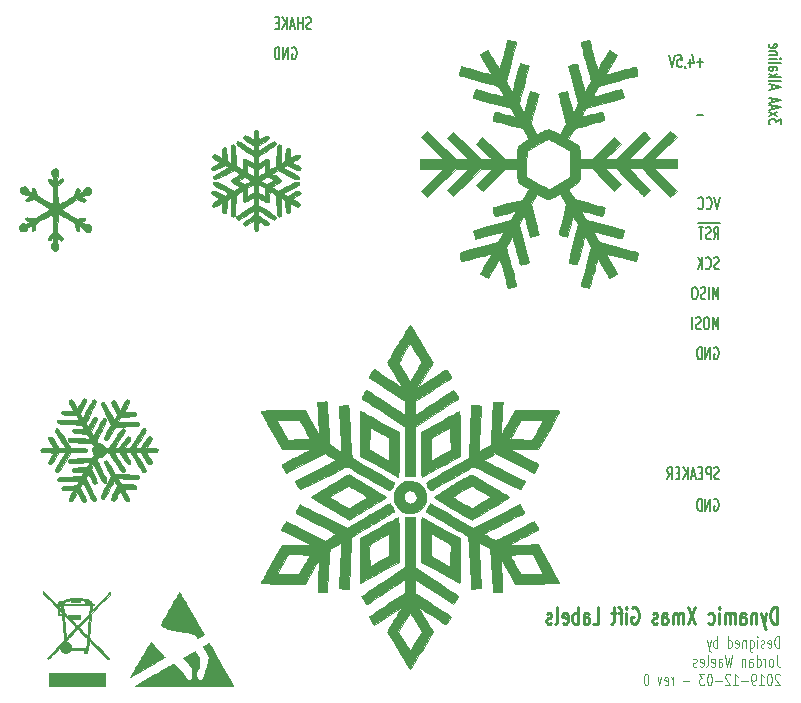
<source format=gbr>
G04 #@! TF.GenerationSoftware,KiCad,Pcbnew,(5.1.4)-1*
G04 #@! TF.CreationDate,2019-12-04T00:10:16+01:00*
G04 #@! TF.ProjectId,plan_b,706c616e-5f62-42e6-9b69-6361645f7063,rev?*
G04 #@! TF.SameCoordinates,PX7274898PY791ddc0*
G04 #@! TF.FileFunction,Legend,Bot*
G04 #@! TF.FilePolarity,Positive*
%FSLAX46Y46*%
G04 Gerber Fmt 4.6, Leading zero omitted, Abs format (unit mm)*
G04 Created by KiCad (PCBNEW (5.1.4)-1) date 2019-12-04 00:10:16*
%MOMM*%
%LPD*%
G04 APERTURE LIST*
%ADD10C,0.175000*%
%ADD11C,0.250000*%
%ADD12C,0.080000*%
%ADD13C,0.010000*%
G04 APERTURE END LIST*
D10*
X67857619Y51176667D02*
X67857619Y51610000D01*
X67476666Y51376667D01*
X67476666Y51476667D01*
X67429047Y51543334D01*
X67381428Y51576667D01*
X67286190Y51610000D01*
X67048095Y51610000D01*
X66952857Y51576667D01*
X66905238Y51543334D01*
X66857619Y51476667D01*
X66857619Y51276667D01*
X66905238Y51210000D01*
X66952857Y51176667D01*
X66857619Y51843334D02*
X67524285Y52210000D01*
X67524285Y51843334D02*
X66857619Y52210000D01*
X67143333Y52443334D02*
X67143333Y52776667D01*
X66857619Y52376667D02*
X67857619Y52610000D01*
X66857619Y52843334D01*
X67143333Y53043334D02*
X67143333Y53376667D01*
X66857619Y52976667D02*
X67857619Y53210000D01*
X66857619Y53443334D01*
X67143333Y54176667D02*
X67143333Y54510000D01*
X66857619Y54110000D02*
X67857619Y54343334D01*
X66857619Y54576667D01*
X66857619Y54910000D02*
X66905238Y54843334D01*
X67000476Y54810000D01*
X67857619Y54810000D01*
X66857619Y55176667D02*
X67857619Y55176667D01*
X67238571Y55243334D02*
X66857619Y55443334D01*
X67524285Y55443334D02*
X67143333Y55176667D01*
X66857619Y56043334D02*
X67381428Y56043334D01*
X67476666Y56010000D01*
X67524285Y55943334D01*
X67524285Y55810000D01*
X67476666Y55743334D01*
X66905238Y56043334D02*
X66857619Y55976667D01*
X66857619Y55810000D01*
X66905238Y55743334D01*
X67000476Y55710000D01*
X67095714Y55710000D01*
X67190952Y55743334D01*
X67238571Y55810000D01*
X67238571Y55976667D01*
X67286190Y56043334D01*
X66857619Y56476667D02*
X66905238Y56410000D01*
X67000476Y56376667D01*
X67857619Y56376667D01*
X66857619Y56743334D02*
X67524285Y56743334D01*
X67857619Y56743334D02*
X67810000Y56710000D01*
X67762380Y56743334D01*
X67810000Y56776667D01*
X67857619Y56743334D01*
X67762380Y56743334D01*
X67524285Y57076667D02*
X66857619Y57076667D01*
X67429047Y57076667D02*
X67476666Y57110000D01*
X67524285Y57176667D01*
X67524285Y57276667D01*
X67476666Y57343334D01*
X67381428Y57376667D01*
X66857619Y57376667D01*
X66905238Y57976667D02*
X66857619Y57910000D01*
X66857619Y57776667D01*
X66905238Y57710000D01*
X67000476Y57676667D01*
X67381428Y57676667D01*
X67476666Y57710000D01*
X67524285Y57776667D01*
X67524285Y57910000D01*
X67476666Y57976667D01*
X67381428Y58010000D01*
X67286190Y58010000D01*
X67190952Y57676667D01*
D11*
X67544404Y8891667D02*
X67544404Y10291667D01*
X67306309Y10291667D01*
X67163452Y10225000D01*
X67068214Y10091667D01*
X67020595Y9958334D01*
X66972976Y9691667D01*
X66972976Y9491667D01*
X67020595Y9225000D01*
X67068214Y9091667D01*
X67163452Y8958334D01*
X67306309Y8891667D01*
X67544404Y8891667D01*
X66639642Y9825000D02*
X66401547Y8891667D01*
X66163452Y9825000D02*
X66401547Y8891667D01*
X66496785Y8558334D01*
X66544404Y8491667D01*
X66639642Y8425000D01*
X65782500Y9825000D02*
X65782500Y8891667D01*
X65782500Y9691667D02*
X65734880Y9758334D01*
X65639642Y9825000D01*
X65496785Y9825000D01*
X65401547Y9758334D01*
X65353928Y9625000D01*
X65353928Y8891667D01*
X64449166Y8891667D02*
X64449166Y9625000D01*
X64496785Y9758334D01*
X64592023Y9825000D01*
X64782500Y9825000D01*
X64877738Y9758334D01*
X64449166Y8958334D02*
X64544404Y8891667D01*
X64782500Y8891667D01*
X64877738Y8958334D01*
X64925357Y9091667D01*
X64925357Y9225000D01*
X64877738Y9358334D01*
X64782500Y9425000D01*
X64544404Y9425000D01*
X64449166Y9491667D01*
X63972976Y8891667D02*
X63972976Y9825000D01*
X63972976Y9691667D02*
X63925357Y9758334D01*
X63830119Y9825000D01*
X63687261Y9825000D01*
X63592023Y9758334D01*
X63544404Y9625000D01*
X63544404Y8891667D01*
X63544404Y9625000D02*
X63496785Y9758334D01*
X63401547Y9825000D01*
X63258690Y9825000D01*
X63163452Y9758334D01*
X63115833Y9625000D01*
X63115833Y8891667D01*
X62639642Y8891667D02*
X62639642Y9825000D01*
X62639642Y10291667D02*
X62687261Y10225000D01*
X62639642Y10158334D01*
X62592023Y10225000D01*
X62639642Y10291667D01*
X62639642Y10158334D01*
X61734880Y8958334D02*
X61830119Y8891667D01*
X62020595Y8891667D01*
X62115833Y8958334D01*
X62163452Y9025000D01*
X62211071Y9158334D01*
X62211071Y9558334D01*
X62163452Y9691667D01*
X62115833Y9758334D01*
X62020595Y9825000D01*
X61830119Y9825000D01*
X61734880Y9758334D01*
X60639642Y10291667D02*
X59972976Y8891667D01*
X59972976Y10291667D02*
X60639642Y8891667D01*
X59592023Y8891667D02*
X59592023Y9825000D01*
X59592023Y9691667D02*
X59544404Y9758334D01*
X59449166Y9825000D01*
X59306309Y9825000D01*
X59211071Y9758334D01*
X59163452Y9625000D01*
X59163452Y8891667D01*
X59163452Y9625000D02*
X59115833Y9758334D01*
X59020595Y9825000D01*
X58877738Y9825000D01*
X58782500Y9758334D01*
X58734880Y9625000D01*
X58734880Y8891667D01*
X57830119Y8891667D02*
X57830119Y9625000D01*
X57877738Y9758334D01*
X57972976Y9825000D01*
X58163452Y9825000D01*
X58258690Y9758334D01*
X57830119Y8958334D02*
X57925357Y8891667D01*
X58163452Y8891667D01*
X58258690Y8958334D01*
X58306309Y9091667D01*
X58306309Y9225000D01*
X58258690Y9358334D01*
X58163452Y9425000D01*
X57925357Y9425000D01*
X57830119Y9491667D01*
X57401547Y8958334D02*
X57306309Y8891667D01*
X57115833Y8891667D01*
X57020595Y8958334D01*
X56972976Y9091667D01*
X56972976Y9158334D01*
X57020595Y9291667D01*
X57115833Y9358334D01*
X57258690Y9358334D01*
X57353928Y9425000D01*
X57401547Y9558334D01*
X57401547Y9625000D01*
X57353928Y9758334D01*
X57258690Y9825000D01*
X57115833Y9825000D01*
X57020595Y9758334D01*
X55258690Y10225000D02*
X55353928Y10291667D01*
X55496785Y10291667D01*
X55639642Y10225000D01*
X55734880Y10091667D01*
X55782500Y9958334D01*
X55830119Y9691667D01*
X55830119Y9491667D01*
X55782500Y9225000D01*
X55734880Y9091667D01*
X55639642Y8958334D01*
X55496785Y8891667D01*
X55401547Y8891667D01*
X55258690Y8958334D01*
X55211071Y9025000D01*
X55211071Y9491667D01*
X55401547Y9491667D01*
X54782500Y8891667D02*
X54782500Y9825000D01*
X54782500Y10291667D02*
X54830119Y10225000D01*
X54782500Y10158334D01*
X54734880Y10225000D01*
X54782500Y10291667D01*
X54782500Y10158334D01*
X54449166Y9825000D02*
X54068214Y9825000D01*
X54306309Y8891667D02*
X54306309Y10091667D01*
X54258690Y10225000D01*
X54163452Y10291667D01*
X54068214Y10291667D01*
X53877738Y9825000D02*
X53496785Y9825000D01*
X53734880Y10291667D02*
X53734880Y9091667D01*
X53687261Y8958334D01*
X53592023Y8891667D01*
X53496785Y8891667D01*
X51925357Y8891667D02*
X52401547Y8891667D01*
X52401547Y10291667D01*
X51163452Y8891667D02*
X51163452Y9625000D01*
X51211071Y9758334D01*
X51306309Y9825000D01*
X51496785Y9825000D01*
X51592023Y9758334D01*
X51163452Y8958334D02*
X51258690Y8891667D01*
X51496785Y8891667D01*
X51592023Y8958334D01*
X51639642Y9091667D01*
X51639642Y9225000D01*
X51592023Y9358334D01*
X51496785Y9425000D01*
X51258690Y9425000D01*
X51163452Y9491667D01*
X50687261Y8891667D02*
X50687261Y10291667D01*
X50687261Y9758334D02*
X50592023Y9825000D01*
X50401547Y9825000D01*
X50306309Y9758334D01*
X50258690Y9691667D01*
X50211071Y9558334D01*
X50211071Y9158334D01*
X50258690Y9025000D01*
X50306309Y8958334D01*
X50401547Y8891667D01*
X50592023Y8891667D01*
X50687261Y8958334D01*
X49401547Y8958334D02*
X49496785Y8891667D01*
X49687261Y8891667D01*
X49782500Y8958334D01*
X49830119Y9091667D01*
X49830119Y9625000D01*
X49782500Y9758334D01*
X49687261Y9825000D01*
X49496785Y9825000D01*
X49401547Y9758334D01*
X49353928Y9625000D01*
X49353928Y9491667D01*
X49830119Y9358334D01*
X48782500Y8891667D02*
X48877738Y8958334D01*
X48925357Y9091667D01*
X48925357Y10291667D01*
X48449166Y8958334D02*
X48353928Y8891667D01*
X48163452Y8891667D01*
X48068214Y8958334D01*
X48020595Y9091667D01*
X48020595Y9158334D01*
X48068214Y9291667D01*
X48163452Y9358334D01*
X48306309Y9358334D01*
X48401547Y9425000D01*
X48449166Y9558334D01*
X48449166Y9625000D01*
X48401547Y9758334D01*
X48306309Y9825000D01*
X48163452Y9825000D01*
X48068214Y9758334D01*
D12*
X67726333Y6842620D02*
X67726333Y7842620D01*
X67559666Y7842620D01*
X67459666Y7795000D01*
X67393000Y7699762D01*
X67359666Y7604524D01*
X67326333Y7414048D01*
X67326333Y7271191D01*
X67359666Y7080715D01*
X67393000Y6985477D01*
X67459666Y6890239D01*
X67559666Y6842620D01*
X67726333Y6842620D01*
X66759666Y6890239D02*
X66826333Y6842620D01*
X66959666Y6842620D01*
X67026333Y6890239D01*
X67059666Y6985477D01*
X67059666Y7366429D01*
X67026333Y7461667D01*
X66959666Y7509286D01*
X66826333Y7509286D01*
X66759666Y7461667D01*
X66726333Y7366429D01*
X66726333Y7271191D01*
X67059666Y7175953D01*
X66459666Y6890239D02*
X66393000Y6842620D01*
X66259666Y6842620D01*
X66193000Y6890239D01*
X66159666Y6985477D01*
X66159666Y7033096D01*
X66193000Y7128334D01*
X66259666Y7175953D01*
X66359666Y7175953D01*
X66426333Y7223572D01*
X66459666Y7318810D01*
X66459666Y7366429D01*
X66426333Y7461667D01*
X66359666Y7509286D01*
X66259666Y7509286D01*
X66193000Y7461667D01*
X65859666Y6842620D02*
X65859666Y7509286D01*
X65859666Y7842620D02*
X65893000Y7795000D01*
X65859666Y7747381D01*
X65826333Y7795000D01*
X65859666Y7842620D01*
X65859666Y7747381D01*
X65226333Y7509286D02*
X65226333Y6699762D01*
X65259666Y6604524D01*
X65293000Y6556905D01*
X65359666Y6509286D01*
X65459666Y6509286D01*
X65526333Y6556905D01*
X65226333Y6890239D02*
X65293000Y6842620D01*
X65426333Y6842620D01*
X65493000Y6890239D01*
X65526333Y6937858D01*
X65559666Y7033096D01*
X65559666Y7318810D01*
X65526333Y7414048D01*
X65493000Y7461667D01*
X65426333Y7509286D01*
X65293000Y7509286D01*
X65226333Y7461667D01*
X64893000Y7509286D02*
X64893000Y6842620D01*
X64893000Y7414048D02*
X64859666Y7461667D01*
X64793000Y7509286D01*
X64693000Y7509286D01*
X64626333Y7461667D01*
X64593000Y7366429D01*
X64593000Y6842620D01*
X63993000Y6890239D02*
X64059666Y6842620D01*
X64193000Y6842620D01*
X64259666Y6890239D01*
X64293000Y6985477D01*
X64293000Y7366429D01*
X64259666Y7461667D01*
X64193000Y7509286D01*
X64059666Y7509286D01*
X63993000Y7461667D01*
X63959666Y7366429D01*
X63959666Y7271191D01*
X64293000Y7175953D01*
X63359666Y6842620D02*
X63359666Y7842620D01*
X63359666Y6890239D02*
X63426333Y6842620D01*
X63559666Y6842620D01*
X63626333Y6890239D01*
X63659666Y6937858D01*
X63693000Y7033096D01*
X63693000Y7318810D01*
X63659666Y7414048D01*
X63626333Y7461667D01*
X63559666Y7509286D01*
X63426333Y7509286D01*
X63359666Y7461667D01*
X62493000Y6842620D02*
X62493000Y7842620D01*
X62493000Y7461667D02*
X62426333Y7509286D01*
X62293000Y7509286D01*
X62226333Y7461667D01*
X62193000Y7414048D01*
X62159666Y7318810D01*
X62159666Y7033096D01*
X62193000Y6937858D01*
X62226333Y6890239D01*
X62293000Y6842620D01*
X62426333Y6842620D01*
X62493000Y6890239D01*
X61926333Y7509286D02*
X61759666Y6842620D01*
X61593000Y7509286D02*
X61759666Y6842620D01*
X61826333Y6604524D01*
X61859666Y6556905D01*
X61926333Y6509286D01*
X67526333Y6262620D02*
X67526333Y5548334D01*
X67559666Y5405477D01*
X67626333Y5310239D01*
X67726333Y5262620D01*
X67793000Y5262620D01*
X67093000Y5262620D02*
X67159666Y5310239D01*
X67193000Y5357858D01*
X67226333Y5453096D01*
X67226333Y5738810D01*
X67193000Y5834048D01*
X67159666Y5881667D01*
X67093000Y5929286D01*
X66993000Y5929286D01*
X66926333Y5881667D01*
X66893000Y5834048D01*
X66859666Y5738810D01*
X66859666Y5453096D01*
X66893000Y5357858D01*
X66926333Y5310239D01*
X66993000Y5262620D01*
X67093000Y5262620D01*
X66559666Y5262620D02*
X66559666Y5929286D01*
X66559666Y5738810D02*
X66526333Y5834048D01*
X66493000Y5881667D01*
X66426333Y5929286D01*
X66359666Y5929286D01*
X65826333Y5262620D02*
X65826333Y6262620D01*
X65826333Y5310239D02*
X65893000Y5262620D01*
X66026333Y5262620D01*
X66093000Y5310239D01*
X66126333Y5357858D01*
X66159666Y5453096D01*
X66159666Y5738810D01*
X66126333Y5834048D01*
X66093000Y5881667D01*
X66026333Y5929286D01*
X65893000Y5929286D01*
X65826333Y5881667D01*
X65193000Y5262620D02*
X65193000Y5786429D01*
X65226333Y5881667D01*
X65293000Y5929286D01*
X65426333Y5929286D01*
X65493000Y5881667D01*
X65193000Y5310239D02*
X65259666Y5262620D01*
X65426333Y5262620D01*
X65493000Y5310239D01*
X65526333Y5405477D01*
X65526333Y5500715D01*
X65493000Y5595953D01*
X65426333Y5643572D01*
X65259666Y5643572D01*
X65193000Y5691191D01*
X64859666Y5929286D02*
X64859666Y5262620D01*
X64859666Y5834048D02*
X64826333Y5881667D01*
X64759666Y5929286D01*
X64659666Y5929286D01*
X64593000Y5881667D01*
X64559666Y5786429D01*
X64559666Y5262620D01*
X63759666Y6262620D02*
X63593000Y5262620D01*
X63459666Y5976905D01*
X63326333Y5262620D01*
X63159666Y6262620D01*
X62593000Y5262620D02*
X62593000Y5786429D01*
X62626333Y5881667D01*
X62693000Y5929286D01*
X62826333Y5929286D01*
X62893000Y5881667D01*
X62593000Y5310239D02*
X62659666Y5262620D01*
X62826333Y5262620D01*
X62893000Y5310239D01*
X62926333Y5405477D01*
X62926333Y5500715D01*
X62893000Y5595953D01*
X62826333Y5643572D01*
X62659666Y5643572D01*
X62593000Y5691191D01*
X61993000Y5310239D02*
X62059666Y5262620D01*
X62193000Y5262620D01*
X62259666Y5310239D01*
X62293000Y5405477D01*
X62293000Y5786429D01*
X62259666Y5881667D01*
X62193000Y5929286D01*
X62059666Y5929286D01*
X61993000Y5881667D01*
X61959666Y5786429D01*
X61959666Y5691191D01*
X62293000Y5595953D01*
X61559666Y5262620D02*
X61626333Y5310239D01*
X61659666Y5405477D01*
X61659666Y6262620D01*
X61026333Y5310239D02*
X61093000Y5262620D01*
X61226333Y5262620D01*
X61293000Y5310239D01*
X61326333Y5405477D01*
X61326333Y5786429D01*
X61293000Y5881667D01*
X61226333Y5929286D01*
X61093000Y5929286D01*
X61026333Y5881667D01*
X60993000Y5786429D01*
X60993000Y5691191D01*
X61326333Y5595953D01*
X60726333Y5310239D02*
X60659666Y5262620D01*
X60526333Y5262620D01*
X60459666Y5310239D01*
X60426333Y5405477D01*
X60426333Y5453096D01*
X60459666Y5548334D01*
X60526333Y5595953D01*
X60626333Y5595953D01*
X60693000Y5643572D01*
X60726333Y5738810D01*
X60726333Y5786429D01*
X60693000Y5881667D01*
X60626333Y5929286D01*
X60526333Y5929286D01*
X60459666Y5881667D01*
X67759666Y4587381D02*
X67726333Y4635000D01*
X67659666Y4682620D01*
X67493000Y4682620D01*
X67426333Y4635000D01*
X67393000Y4587381D01*
X67359666Y4492143D01*
X67359666Y4396905D01*
X67393000Y4254048D01*
X67793000Y3682620D01*
X67359666Y3682620D01*
X66926333Y4682620D02*
X66859666Y4682620D01*
X66793000Y4635000D01*
X66759666Y4587381D01*
X66726333Y4492143D01*
X66693000Y4301667D01*
X66693000Y4063572D01*
X66726333Y3873096D01*
X66759666Y3777858D01*
X66793000Y3730239D01*
X66859666Y3682620D01*
X66926333Y3682620D01*
X66993000Y3730239D01*
X67026333Y3777858D01*
X67059666Y3873096D01*
X67093000Y4063572D01*
X67093000Y4301667D01*
X67059666Y4492143D01*
X67026333Y4587381D01*
X66993000Y4635000D01*
X66926333Y4682620D01*
X66026333Y3682620D02*
X66426333Y3682620D01*
X66226333Y3682620D02*
X66226333Y4682620D01*
X66293000Y4539762D01*
X66359666Y4444524D01*
X66426333Y4396905D01*
X65693000Y3682620D02*
X65559666Y3682620D01*
X65493000Y3730239D01*
X65459666Y3777858D01*
X65393000Y3920715D01*
X65359666Y4111191D01*
X65359666Y4492143D01*
X65393000Y4587381D01*
X65426333Y4635000D01*
X65493000Y4682620D01*
X65626333Y4682620D01*
X65693000Y4635000D01*
X65726333Y4587381D01*
X65759666Y4492143D01*
X65759666Y4254048D01*
X65726333Y4158810D01*
X65693000Y4111191D01*
X65626333Y4063572D01*
X65493000Y4063572D01*
X65426333Y4111191D01*
X65393000Y4158810D01*
X65359666Y4254048D01*
X65059666Y4063572D02*
X64526333Y4063572D01*
X63826333Y3682620D02*
X64226333Y3682620D01*
X64026333Y3682620D02*
X64026333Y4682620D01*
X64093000Y4539762D01*
X64159666Y4444524D01*
X64226333Y4396905D01*
X63559666Y4587381D02*
X63526333Y4635000D01*
X63459666Y4682620D01*
X63293000Y4682620D01*
X63226333Y4635000D01*
X63193000Y4587381D01*
X63159666Y4492143D01*
X63159666Y4396905D01*
X63193000Y4254048D01*
X63593000Y3682620D01*
X63159666Y3682620D01*
X62859666Y4063572D02*
X62326333Y4063572D01*
X61859666Y4682620D02*
X61793000Y4682620D01*
X61726333Y4635000D01*
X61693000Y4587381D01*
X61659666Y4492143D01*
X61626333Y4301667D01*
X61626333Y4063572D01*
X61659666Y3873096D01*
X61693000Y3777858D01*
X61726333Y3730239D01*
X61793000Y3682620D01*
X61859666Y3682620D01*
X61926333Y3730239D01*
X61959666Y3777858D01*
X61993000Y3873096D01*
X62026333Y4063572D01*
X62026333Y4301667D01*
X61993000Y4492143D01*
X61959666Y4587381D01*
X61926333Y4635000D01*
X61859666Y4682620D01*
X61393000Y4682620D02*
X60959666Y4682620D01*
X61193000Y4301667D01*
X61093000Y4301667D01*
X61026333Y4254048D01*
X60993000Y4206429D01*
X60959666Y4111191D01*
X60959666Y3873096D01*
X60993000Y3777858D01*
X61026333Y3730239D01*
X61093000Y3682620D01*
X61293000Y3682620D01*
X61359666Y3730239D01*
X61393000Y3777858D01*
X60126333Y4063572D02*
X59593000Y4063572D01*
X58726333Y3682620D02*
X58726333Y4349286D01*
X58726333Y4158810D02*
X58693000Y4254048D01*
X58659666Y4301667D01*
X58593000Y4349286D01*
X58526333Y4349286D01*
X58026333Y3730239D02*
X58093000Y3682620D01*
X58226333Y3682620D01*
X58293000Y3730239D01*
X58326333Y3825477D01*
X58326333Y4206429D01*
X58293000Y4301667D01*
X58226333Y4349286D01*
X58093000Y4349286D01*
X58026333Y4301667D01*
X57993000Y4206429D01*
X57993000Y4111191D01*
X58326333Y4015953D01*
X57759666Y4349286D02*
X57593000Y3682620D01*
X57426333Y4349286D01*
X56493000Y4682620D02*
X56426333Y4682620D01*
X56359666Y4635000D01*
X56326333Y4587381D01*
X56293000Y4492143D01*
X56259666Y4301667D01*
X56259666Y4063572D01*
X56293000Y3873096D01*
X56326333Y3777858D01*
X56359666Y3730239D01*
X56426333Y3682620D01*
X56493000Y3682620D01*
X56559666Y3730239D01*
X56593000Y3777858D01*
X56626333Y3873096D01*
X56659666Y4063572D01*
X56659666Y4301667D01*
X56626333Y4492143D01*
X56593000Y4587381D01*
X56559666Y4635000D01*
X56493000Y4682620D01*
D10*
X26478750Y57650000D02*
X26545416Y57697620D01*
X26645416Y57697620D01*
X26745416Y57650000D01*
X26812083Y57554762D01*
X26845416Y57459524D01*
X26878750Y57269048D01*
X26878750Y57126191D01*
X26845416Y56935715D01*
X26812083Y56840477D01*
X26745416Y56745239D01*
X26645416Y56697620D01*
X26578750Y56697620D01*
X26478750Y56745239D01*
X26445416Y56792858D01*
X26445416Y57126191D01*
X26578750Y57126191D01*
X26145416Y56697620D02*
X26145416Y57697620D01*
X25745416Y56697620D01*
X25745416Y57697620D01*
X25412083Y56697620D02*
X25412083Y57697620D01*
X25245416Y57697620D01*
X25145416Y57650000D01*
X25078750Y57554762D01*
X25045416Y57459524D01*
X25012083Y57269048D01*
X25012083Y57126191D01*
X25045416Y56935715D01*
X25078750Y56840477D01*
X25145416Y56745239D01*
X25245416Y56697620D01*
X25412083Y56697620D01*
X28078750Y59285239D02*
X27978750Y59237620D01*
X27812083Y59237620D01*
X27745416Y59285239D01*
X27712083Y59332858D01*
X27678750Y59428096D01*
X27678750Y59523334D01*
X27712083Y59618572D01*
X27745416Y59666191D01*
X27812083Y59713810D01*
X27945416Y59761429D01*
X28012083Y59809048D01*
X28045416Y59856667D01*
X28078750Y59951905D01*
X28078750Y60047143D01*
X28045416Y60142381D01*
X28012083Y60190000D01*
X27945416Y60237620D01*
X27778750Y60237620D01*
X27678750Y60190000D01*
X27378750Y59237620D02*
X27378750Y60237620D01*
X27378750Y59761429D02*
X26978750Y59761429D01*
X26978750Y59237620D02*
X26978750Y60237620D01*
X26678750Y59523334D02*
X26345416Y59523334D01*
X26745416Y59237620D02*
X26512083Y60237620D01*
X26278750Y59237620D01*
X26045416Y59237620D02*
X26045416Y60237620D01*
X25645416Y59237620D02*
X25945416Y59809048D01*
X25645416Y60237620D02*
X26045416Y59666191D01*
X25345416Y59761429D02*
X25112083Y59761429D01*
X25012083Y59237620D02*
X25345416Y59237620D01*
X25345416Y60237620D01*
X25012083Y60237620D01*
X61314583Y51998572D02*
X60781250Y51998572D01*
X61314583Y56443572D02*
X60781250Y56443572D01*
X61047916Y56062620D02*
X61047916Y56824524D01*
X60147916Y56729286D02*
X60147916Y56062620D01*
X60314583Y57110239D02*
X60481250Y56395953D01*
X60047916Y56395953D01*
X59747916Y56110239D02*
X59747916Y56062620D01*
X59781250Y55967381D01*
X59814583Y55919762D01*
X59114583Y57062620D02*
X59447916Y57062620D01*
X59481250Y56586429D01*
X59447916Y56634048D01*
X59381250Y56681667D01*
X59214583Y56681667D01*
X59147916Y56634048D01*
X59114583Y56586429D01*
X59081250Y56491191D01*
X59081250Y56253096D01*
X59114583Y56157858D01*
X59147916Y56110239D01*
X59214583Y56062620D01*
X59381250Y56062620D01*
X59447916Y56110239D01*
X59481250Y56157858D01*
X58881250Y57062620D02*
X58647916Y56062620D01*
X58414583Y57062620D01*
X62217916Y19423000D02*
X62284583Y19470620D01*
X62384583Y19470620D01*
X62484583Y19423000D01*
X62551250Y19327762D01*
X62584583Y19232524D01*
X62617916Y19042048D01*
X62617916Y18899191D01*
X62584583Y18708715D01*
X62551250Y18613477D01*
X62484583Y18518239D01*
X62384583Y18470620D01*
X62317916Y18470620D01*
X62217916Y18518239D01*
X62184583Y18565858D01*
X62184583Y18899191D01*
X62317916Y18899191D01*
X61884583Y18470620D02*
X61884583Y19470620D01*
X61484583Y18470620D01*
X61484583Y19470620D01*
X61151250Y18470620D02*
X61151250Y19470620D01*
X60984583Y19470620D01*
X60884583Y19423000D01*
X60817916Y19327762D01*
X60784583Y19232524D01*
X60751250Y19042048D01*
X60751250Y18899191D01*
X60784583Y18708715D01*
X60817916Y18613477D01*
X60884583Y18518239D01*
X60984583Y18470620D01*
X61151250Y18470620D01*
X62617916Y21185239D02*
X62517916Y21137620D01*
X62351250Y21137620D01*
X62284583Y21185239D01*
X62251250Y21232858D01*
X62217916Y21328096D01*
X62217916Y21423334D01*
X62251250Y21518572D01*
X62284583Y21566191D01*
X62351250Y21613810D01*
X62484583Y21661429D01*
X62551250Y21709048D01*
X62584583Y21756667D01*
X62617916Y21851905D01*
X62617916Y21947143D01*
X62584583Y22042381D01*
X62551250Y22090000D01*
X62484583Y22137620D01*
X62317916Y22137620D01*
X62217916Y22090000D01*
X61917916Y21137620D02*
X61917916Y22137620D01*
X61651250Y22137620D01*
X61584583Y22090000D01*
X61551250Y22042381D01*
X61517916Y21947143D01*
X61517916Y21804286D01*
X61551250Y21709048D01*
X61584583Y21661429D01*
X61651250Y21613810D01*
X61917916Y21613810D01*
X61217916Y21661429D02*
X60984583Y21661429D01*
X60884583Y21137620D02*
X61217916Y21137620D01*
X61217916Y22137620D01*
X60884583Y22137620D01*
X60617916Y21423334D02*
X60284583Y21423334D01*
X60684583Y21137620D02*
X60451250Y22137620D01*
X60217916Y21137620D01*
X59984583Y21137620D02*
X59984583Y22137620D01*
X59584583Y21137620D02*
X59884583Y21709048D01*
X59584583Y22137620D02*
X59984583Y21566191D01*
X59284583Y21661429D02*
X59051250Y21661429D01*
X58951250Y21137620D02*
X59284583Y21137620D01*
X59284583Y22137620D01*
X58951250Y22137620D01*
X58251250Y21137620D02*
X58484583Y21613810D01*
X58651250Y21137620D02*
X58651250Y22137620D01*
X58384583Y22137620D01*
X58317916Y22090000D01*
X58284583Y22042381D01*
X58251250Y21947143D01*
X58251250Y21804286D01*
X58284583Y21709048D01*
X58317916Y21661429D01*
X58384583Y21613810D01*
X58651250Y21613810D01*
X62217916Y32250000D02*
X62284583Y32297620D01*
X62384583Y32297620D01*
X62484583Y32250000D01*
X62551250Y32154762D01*
X62584583Y32059524D01*
X62617916Y31869048D01*
X62617916Y31726191D01*
X62584583Y31535715D01*
X62551250Y31440477D01*
X62484583Y31345239D01*
X62384583Y31297620D01*
X62317916Y31297620D01*
X62217916Y31345239D01*
X62184583Y31392858D01*
X62184583Y31726191D01*
X62317916Y31726191D01*
X61884583Y31297620D02*
X61884583Y32297620D01*
X61484583Y31297620D01*
X61484583Y32297620D01*
X61151250Y31297620D02*
X61151250Y32297620D01*
X60984583Y32297620D01*
X60884583Y32250000D01*
X60817916Y32154762D01*
X60784583Y32059524D01*
X60751250Y31869048D01*
X60751250Y31726191D01*
X60784583Y31535715D01*
X60817916Y31440477D01*
X60884583Y31345239D01*
X60984583Y31297620D01*
X61151250Y31297620D01*
X62584583Y33837620D02*
X62584583Y34837620D01*
X62351250Y34123334D01*
X62117916Y34837620D01*
X62117916Y33837620D01*
X61651250Y34837620D02*
X61517916Y34837620D01*
X61451250Y34790000D01*
X61384583Y34694762D01*
X61351250Y34504286D01*
X61351250Y34170953D01*
X61384583Y33980477D01*
X61451250Y33885239D01*
X61517916Y33837620D01*
X61651250Y33837620D01*
X61717916Y33885239D01*
X61784583Y33980477D01*
X61817916Y34170953D01*
X61817916Y34504286D01*
X61784583Y34694762D01*
X61717916Y34790000D01*
X61651250Y34837620D01*
X61084583Y33885239D02*
X60984583Y33837620D01*
X60817916Y33837620D01*
X60751250Y33885239D01*
X60717916Y33932858D01*
X60684583Y34028096D01*
X60684583Y34123334D01*
X60717916Y34218572D01*
X60751250Y34266191D01*
X60817916Y34313810D01*
X60951250Y34361429D01*
X61017916Y34409048D01*
X61051250Y34456667D01*
X61084583Y34551905D01*
X61084583Y34647143D01*
X61051250Y34742381D01*
X61017916Y34790000D01*
X60951250Y34837620D01*
X60784583Y34837620D01*
X60684583Y34790000D01*
X60384583Y33837620D02*
X60384583Y34837620D01*
X62584583Y36377620D02*
X62584583Y37377620D01*
X62351250Y36663334D01*
X62117916Y37377620D01*
X62117916Y36377620D01*
X61784583Y36377620D02*
X61784583Y37377620D01*
X61484583Y36425239D02*
X61384583Y36377620D01*
X61217916Y36377620D01*
X61151250Y36425239D01*
X61117916Y36472858D01*
X61084583Y36568096D01*
X61084583Y36663334D01*
X61117916Y36758572D01*
X61151250Y36806191D01*
X61217916Y36853810D01*
X61351250Y36901429D01*
X61417916Y36949048D01*
X61451250Y36996667D01*
X61484583Y37091905D01*
X61484583Y37187143D01*
X61451250Y37282381D01*
X61417916Y37330000D01*
X61351250Y37377620D01*
X61184583Y37377620D01*
X61084583Y37330000D01*
X60651250Y37377620D02*
X60517916Y37377620D01*
X60451250Y37330000D01*
X60384583Y37234762D01*
X60351250Y37044286D01*
X60351250Y36710953D01*
X60384583Y36520477D01*
X60451250Y36425239D01*
X60517916Y36377620D01*
X60651250Y36377620D01*
X60717916Y36425239D01*
X60784583Y36520477D01*
X60817916Y36710953D01*
X60817916Y37044286D01*
X60784583Y37234762D01*
X60717916Y37330000D01*
X60651250Y37377620D01*
X62617916Y38965239D02*
X62517916Y38917620D01*
X62351250Y38917620D01*
X62284583Y38965239D01*
X62251250Y39012858D01*
X62217916Y39108096D01*
X62217916Y39203334D01*
X62251250Y39298572D01*
X62284583Y39346191D01*
X62351250Y39393810D01*
X62484583Y39441429D01*
X62551250Y39489048D01*
X62584583Y39536667D01*
X62617916Y39631905D01*
X62617916Y39727143D01*
X62584583Y39822381D01*
X62551250Y39870000D01*
X62484583Y39917620D01*
X62317916Y39917620D01*
X62217916Y39870000D01*
X61517916Y39012858D02*
X61551250Y38965239D01*
X61651250Y38917620D01*
X61717916Y38917620D01*
X61817916Y38965239D01*
X61884583Y39060477D01*
X61917916Y39155715D01*
X61951250Y39346191D01*
X61951250Y39489048D01*
X61917916Y39679524D01*
X61884583Y39774762D01*
X61817916Y39870000D01*
X61717916Y39917620D01*
X61651250Y39917620D01*
X61551250Y39870000D01*
X61517916Y39822381D01*
X61217916Y38917620D02*
X61217916Y39917620D01*
X60817916Y38917620D02*
X61117916Y39489048D01*
X60817916Y39917620D02*
X61217916Y39346191D01*
X62751250Y42857500D02*
X62051250Y42857500D01*
X62184583Y41457620D02*
X62417916Y41933810D01*
X62584583Y41457620D02*
X62584583Y42457620D01*
X62317916Y42457620D01*
X62251250Y42410000D01*
X62217916Y42362381D01*
X62184583Y42267143D01*
X62184583Y42124286D01*
X62217916Y42029048D01*
X62251250Y41981429D01*
X62317916Y41933810D01*
X62584583Y41933810D01*
X62051250Y42857500D02*
X61384583Y42857500D01*
X61917916Y41505239D02*
X61817916Y41457620D01*
X61651250Y41457620D01*
X61584583Y41505239D01*
X61551250Y41552858D01*
X61517916Y41648096D01*
X61517916Y41743334D01*
X61551250Y41838572D01*
X61584583Y41886191D01*
X61651250Y41933810D01*
X61784583Y41981429D01*
X61851250Y42029048D01*
X61884583Y42076667D01*
X61917916Y42171905D01*
X61917916Y42267143D01*
X61884583Y42362381D01*
X61851250Y42410000D01*
X61784583Y42457620D01*
X61617916Y42457620D01*
X61517916Y42410000D01*
X61384583Y42857500D02*
X60851250Y42857500D01*
X61317916Y42457620D02*
X60917916Y42457620D01*
X61117916Y41457620D02*
X61117916Y42457620D01*
X62684583Y44997620D02*
X62451250Y43997620D01*
X62217916Y44997620D01*
X61584583Y44092858D02*
X61617916Y44045239D01*
X61717916Y43997620D01*
X61784583Y43997620D01*
X61884583Y44045239D01*
X61951250Y44140477D01*
X61984583Y44235715D01*
X62017916Y44426191D01*
X62017916Y44569048D01*
X61984583Y44759524D01*
X61951250Y44854762D01*
X61884583Y44950000D01*
X61784583Y44997620D01*
X61717916Y44997620D01*
X61617916Y44950000D01*
X61584583Y44902381D01*
X60884583Y44092858D02*
X60917916Y44045239D01*
X61017916Y43997620D01*
X61084583Y43997620D01*
X61184583Y44045239D01*
X61251250Y44140477D01*
X61284583Y44235715D01*
X61317916Y44426191D01*
X61317916Y44569048D01*
X61284583Y44759524D01*
X61251250Y44854762D01*
X61184583Y44950000D01*
X61084583Y44997620D01*
X61017916Y44997620D01*
X60917916Y44950000D01*
X60884583Y44902381D01*
D13*
G36*
X16924122Y11543834D02*
G01*
X16893124Y11493462D01*
X16845366Y11413659D01*
X16782806Y11307820D01*
X16707403Y11179341D01*
X16621115Y11031616D01*
X16525899Y10868042D01*
X16423715Y10692013D01*
X16316519Y10506925D01*
X16206271Y10316173D01*
X16094929Y10123153D01*
X15984450Y9931259D01*
X15876793Y9743889D01*
X15773916Y9564435D01*
X15677777Y9396295D01*
X15590335Y9242863D01*
X15513547Y9107535D01*
X15449372Y8993706D01*
X15399767Y8904771D01*
X15366691Y8844126D01*
X15352103Y8815167D01*
X15351569Y8813356D01*
X15369679Y8788783D01*
X15420020Y8751193D01*
X15496605Y8704278D01*
X15593448Y8651726D01*
X15694833Y8601787D01*
X15832785Y8541231D01*
X15977858Y8486821D01*
X16135050Y8437349D01*
X16309357Y8391605D01*
X16505778Y8348380D01*
X16729311Y8306466D01*
X16984952Y8264653D01*
X17249394Y8225716D01*
X17479148Y8191172D01*
X17672083Y8156974D01*
X17833036Y8121423D01*
X17966845Y8082818D01*
X18078350Y8039461D01*
X18172386Y7989652D01*
X18253794Y7931691D01*
X18327410Y7863880D01*
X18351149Y7838688D01*
X18402603Y7780042D01*
X18440666Y7732185D01*
X18458323Y7704042D01*
X18458794Y7701735D01*
X18464972Y7687584D01*
X18486410Y7687425D01*
X18527467Y7703139D01*
X18592499Y7736609D01*
X18685863Y7789719D01*
X18750748Y7827912D01*
X18847499Y7887615D01*
X18922688Y7938737D01*
X18971261Y7977601D01*
X18988165Y8000528D01*
X18988155Y8000695D01*
X18977672Y8022544D01*
X18948069Y8077261D01*
X18901062Y8161864D01*
X18838371Y8273371D01*
X18761714Y8408799D01*
X18672809Y8565167D01*
X18573374Y8739493D01*
X18465128Y8928794D01*
X18349789Y9130089D01*
X18229076Y9340395D01*
X18104706Y9556729D01*
X17978399Y9776111D01*
X17851873Y9995558D01*
X17726845Y10212088D01*
X17605035Y10422719D01*
X17488161Y10624468D01*
X17377940Y10814353D01*
X17276092Y10989394D01*
X17184335Y11146606D01*
X17104387Y11283009D01*
X17037966Y11395620D01*
X16986791Y11481457D01*
X16952580Y11537538D01*
X16937052Y11560881D01*
X16936402Y11561379D01*
X16924122Y11543834D01*
X16924122Y11543834D01*
G37*
X16924122Y11543834D02*
X16893124Y11493462D01*
X16845366Y11413659D01*
X16782806Y11307820D01*
X16707403Y11179341D01*
X16621115Y11031616D01*
X16525899Y10868042D01*
X16423715Y10692013D01*
X16316519Y10506925D01*
X16206271Y10316173D01*
X16094929Y10123153D01*
X15984450Y9931259D01*
X15876793Y9743889D01*
X15773916Y9564435D01*
X15677777Y9396295D01*
X15590335Y9242863D01*
X15513547Y9107535D01*
X15449372Y8993706D01*
X15399767Y8904771D01*
X15366691Y8844126D01*
X15352103Y8815167D01*
X15351569Y8813356D01*
X15369679Y8788783D01*
X15420020Y8751193D01*
X15496605Y8704278D01*
X15593448Y8651726D01*
X15694833Y8601787D01*
X15832785Y8541231D01*
X15977858Y8486821D01*
X16135050Y8437349D01*
X16309357Y8391605D01*
X16505778Y8348380D01*
X16729311Y8306466D01*
X16984952Y8264653D01*
X17249394Y8225716D01*
X17479148Y8191172D01*
X17672083Y8156974D01*
X17833036Y8121423D01*
X17966845Y8082818D01*
X18078350Y8039461D01*
X18172386Y7989652D01*
X18253794Y7931691D01*
X18327410Y7863880D01*
X18351149Y7838688D01*
X18402603Y7780042D01*
X18440666Y7732185D01*
X18458323Y7704042D01*
X18458794Y7701735D01*
X18464972Y7687584D01*
X18486410Y7687425D01*
X18527467Y7703139D01*
X18592499Y7736609D01*
X18685863Y7789719D01*
X18750748Y7827912D01*
X18847499Y7887615D01*
X18922688Y7938737D01*
X18971261Y7977601D01*
X18988165Y8000528D01*
X18988155Y8000695D01*
X18977672Y8022544D01*
X18948069Y8077261D01*
X18901062Y8161864D01*
X18838371Y8273371D01*
X18761714Y8408799D01*
X18672809Y8565167D01*
X18573374Y8739493D01*
X18465128Y8928794D01*
X18349789Y9130089D01*
X18229076Y9340395D01*
X18104706Y9556729D01*
X17978399Y9776111D01*
X17851873Y9995558D01*
X17726845Y10212088D01*
X17605035Y10422719D01*
X17488161Y10624468D01*
X17377940Y10814353D01*
X17276092Y10989394D01*
X17184335Y11146606D01*
X17104387Y11283009D01*
X17037966Y11395620D01*
X16986791Y11481457D01*
X16952580Y11537538D01*
X16937052Y11560881D01*
X16936402Y11561379D01*
X16924122Y11543834D01*
G36*
X14468854Y7304092D02*
G01*
X14453531Y7278410D01*
X14419089Y7219531D01*
X14367231Y7130398D01*
X14299660Y7013951D01*
X14218079Y6873133D01*
X14124191Y6710886D01*
X14019701Y6530151D01*
X13906310Y6333870D01*
X13785722Y6124984D01*
X13661687Y5909983D01*
X13535013Y5690351D01*
X13413392Y5479505D01*
X13298588Y5280501D01*
X13192362Y5096393D01*
X13096477Y4930235D01*
X13012698Y4785083D01*
X12942786Y4663991D01*
X12888504Y4570012D01*
X12851615Y4506203D01*
X12834269Y4476281D01*
X12805993Y4425729D01*
X12790618Y4394086D01*
X12789776Y4388580D01*
X12808512Y4398918D01*
X12860614Y4428593D01*
X12943360Y4476032D01*
X13054025Y4539667D01*
X13189886Y4617926D01*
X13348219Y4709241D01*
X13526302Y4812040D01*
X13721410Y4924753D01*
X13930820Y5045811D01*
X14151809Y5173643D01*
X14235887Y5222298D01*
X14460830Y5352433D01*
X14675476Y5476503D01*
X14877068Y5592923D01*
X15062852Y5700107D01*
X15230072Y5796469D01*
X15375973Y5880422D01*
X15497799Y5950380D01*
X15592796Y6004757D01*
X15658208Y6041966D01*
X15691280Y6060422D01*
X15694738Y6062170D01*
X15684661Y6077995D01*
X15649593Y6120308D01*
X15593115Y6185210D01*
X15518807Y6268804D01*
X15430248Y6367191D01*
X15331020Y6476475D01*
X15224702Y6592756D01*
X15114875Y6712138D01*
X15005118Y6830723D01*
X14899012Y6944612D01*
X14800138Y7049908D01*
X14712074Y7142713D01*
X14638401Y7219130D01*
X14582700Y7275260D01*
X14563597Y7293665D01*
X14500292Y7353128D01*
X14468854Y7304092D01*
X14468854Y7304092D01*
G37*
X14468854Y7304092D02*
X14453531Y7278410D01*
X14419089Y7219531D01*
X14367231Y7130398D01*
X14299660Y7013951D01*
X14218079Y6873133D01*
X14124191Y6710886D01*
X14019701Y6530151D01*
X13906310Y6333870D01*
X13785722Y6124984D01*
X13661687Y5909983D01*
X13535013Y5690351D01*
X13413392Y5479505D01*
X13298588Y5280501D01*
X13192362Y5096393D01*
X13096477Y4930235D01*
X13012698Y4785083D01*
X12942786Y4663991D01*
X12888504Y4570012D01*
X12851615Y4506203D01*
X12834269Y4476281D01*
X12805993Y4425729D01*
X12790618Y4394086D01*
X12789776Y4388580D01*
X12808512Y4398918D01*
X12860614Y4428593D01*
X12943360Y4476032D01*
X13054025Y4539667D01*
X13189886Y4617926D01*
X13348219Y4709241D01*
X13526302Y4812040D01*
X13721410Y4924753D01*
X13930820Y5045811D01*
X14151809Y5173643D01*
X14235887Y5222298D01*
X14460830Y5352433D01*
X14675476Y5476503D01*
X14877068Y5592923D01*
X15062852Y5700107D01*
X15230072Y5796469D01*
X15375973Y5880422D01*
X15497799Y5950380D01*
X15592796Y6004757D01*
X15658208Y6041966D01*
X15691280Y6060422D01*
X15694738Y6062170D01*
X15684661Y6077995D01*
X15649593Y6120308D01*
X15593115Y6185210D01*
X15518807Y6268804D01*
X15430248Y6367191D01*
X15331020Y6476475D01*
X15224702Y6592756D01*
X15114875Y6712138D01*
X15005118Y6830723D01*
X14899012Y6944612D01*
X14800138Y7049908D01*
X14712074Y7142713D01*
X14638401Y7219130D01*
X14582700Y7275260D01*
X14563597Y7293665D01*
X14500292Y7353128D01*
X14468854Y7304092D01*
G36*
X19404251Y7227964D02*
G01*
X19360456Y7211028D01*
X19293707Y7177399D01*
X19197863Y7124666D01*
X19190401Y7120475D01*
X19102129Y7069999D01*
X19027637Y7025777D01*
X18974240Y6992269D01*
X18949254Y6973936D01*
X18948555Y6973038D01*
X18954591Y6947586D01*
X18982277Y6890745D01*
X19029812Y6805611D01*
X19095389Y6695283D01*
X19177203Y6562856D01*
X19273452Y6411429D01*
X19297406Y6374293D01*
X19359817Y6271243D01*
X19405263Y6182568D01*
X19429754Y6116286D01*
X19432267Y6103193D01*
X19431152Y6045557D01*
X19418657Y5954135D01*
X19396340Y5834792D01*
X19365760Y5693391D01*
X19328472Y5535797D01*
X19286035Y5367874D01*
X19240006Y5195486D01*
X19191943Y5024499D01*
X19143403Y4860776D01*
X19095943Y4710182D01*
X19051122Y4578580D01*
X19010497Y4471837D01*
X18982177Y4408506D01*
X18948817Y4341043D01*
X18917318Y4276489D01*
X18915613Y4272955D01*
X18863502Y4207750D01*
X18787446Y4163844D01*
X18698908Y4142803D01*
X18609352Y4146193D01*
X18530242Y4175577D01*
X18485736Y4214264D01*
X18421644Y4320364D01*
X18374678Y4452595D01*
X18348910Y4597473D01*
X18345259Y4679606D01*
X18359961Y4832895D01*
X18403110Y4959834D01*
X18477028Y5066582D01*
X18500079Y5090343D01*
X18568675Y5156991D01*
X18573386Y5628084D01*
X18578097Y6099178D01*
X18458054Y6280894D01*
X18401723Y6363144D01*
X18347472Y6437135D01*
X18303041Y6492552D01*
X18283944Y6512944D01*
X18229876Y6563277D01*
X18156650Y6523842D01*
X18110367Y6495585D01*
X18085043Y6473646D01*
X18083424Y6469701D01*
X18066116Y6452977D01*
X18036503Y6440524D01*
X18007886Y6429300D01*
X17964066Y6407976D01*
X17901282Y6374471D01*
X17815772Y6326704D01*
X17703774Y6262593D01*
X17561527Y6180056D01*
X17484227Y6134935D01*
X17393298Y6080889D01*
X17333661Y6042396D01*
X17300039Y6014956D01*
X17287156Y5994066D01*
X17289735Y5975225D01*
X17291885Y5970848D01*
X17312803Y5943286D01*
X17357560Y5891584D01*
X17420943Y5821525D01*
X17497738Y5738893D01*
X17564156Y5668844D01*
X17717210Y5502586D01*
X17836944Y5358481D01*
X17924427Y5235079D01*
X17980726Y5130932D01*
X17999716Y5078046D01*
X18007560Y5031750D01*
X18015662Y4952779D01*
X18023309Y4850154D01*
X18029788Y4732897D01*
X18032837Y4658752D01*
X18037092Y4530573D01*
X18038964Y4436862D01*
X18037901Y4370417D01*
X18033354Y4324039D01*
X18024773Y4290526D01*
X18011606Y4262679D01*
X18001265Y4245676D01*
X17941544Y4180138D01*
X17864589Y4134468D01*
X17783620Y4114550D01*
X17722942Y4121756D01*
X17668001Y4152934D01*
X17599133Y4208770D01*
X17525995Y4279526D01*
X17458248Y4355463D01*
X17405550Y4426841D01*
X17386147Y4461332D01*
X17357081Y4508559D01*
X17304217Y4580494D01*
X17232384Y4671515D01*
X17146412Y4776000D01*
X17051132Y4888325D01*
X16951373Y5002870D01*
X16851966Y5114010D01*
X16757741Y5216125D01*
X16673527Y5303592D01*
X16607409Y5367802D01*
X16534001Y5431943D01*
X16472247Y5479237D01*
X16428934Y5504765D01*
X16414555Y5507571D01*
X16392521Y5496248D01*
X16337562Y5465856D01*
X16252848Y5418220D01*
X16141552Y5355165D01*
X16006844Y5278515D01*
X15851897Y5190095D01*
X15679881Y5091730D01*
X15493968Y4985244D01*
X15297330Y4872463D01*
X15093137Y4755211D01*
X14884561Y4635313D01*
X14674775Y4514593D01*
X14466948Y4394877D01*
X14264253Y4277989D01*
X14069860Y4165754D01*
X13886942Y4059996D01*
X13718670Y3962540D01*
X13568215Y3875212D01*
X13438749Y3799835D01*
X13333443Y3738235D01*
X13255468Y3692236D01*
X13207996Y3663663D01*
X13194237Y3654696D01*
X13212769Y3652924D01*
X13271067Y3651201D01*
X13367191Y3649536D01*
X13499201Y3647937D01*
X13665154Y3646413D01*
X13863111Y3644971D01*
X14091130Y3643620D01*
X14347271Y3642368D01*
X14629592Y3641224D01*
X14936153Y3640196D01*
X15265013Y3639292D01*
X15614231Y3638521D01*
X15981865Y3637891D01*
X16365976Y3637410D01*
X16764623Y3637086D01*
X17175863Y3636928D01*
X17348420Y3636913D01*
X21522414Y3636913D01*
X21224732Y4153046D01*
X21161714Y4262335D01*
X21080594Y4403060D01*
X20984084Y4570514D01*
X20874897Y4759988D01*
X20755745Y4966777D01*
X20629340Y5186172D01*
X20498395Y5413467D01*
X20365621Y5643954D01*
X20233731Y5872927D01*
X20200376Y5930837D01*
X20078753Y6141768D01*
X19962772Y6342465D01*
X19854175Y6529941D01*
X19754706Y6701208D01*
X19666108Y6853277D01*
X19590122Y6983162D01*
X19528493Y7087875D01*
X19482963Y7164427D01*
X19455275Y7209831D01*
X19447528Y7221391D01*
X19431228Y7230615D01*
X19404251Y7227964D01*
X19404251Y7227964D01*
G37*
X19404251Y7227964D02*
X19360456Y7211028D01*
X19293707Y7177399D01*
X19197863Y7124666D01*
X19190401Y7120475D01*
X19102129Y7069999D01*
X19027637Y7025777D01*
X18974240Y6992269D01*
X18949254Y6973936D01*
X18948555Y6973038D01*
X18954591Y6947586D01*
X18982277Y6890745D01*
X19029812Y6805611D01*
X19095389Y6695283D01*
X19177203Y6562856D01*
X19273452Y6411429D01*
X19297406Y6374293D01*
X19359817Y6271243D01*
X19405263Y6182568D01*
X19429754Y6116286D01*
X19432267Y6103193D01*
X19431152Y6045557D01*
X19418657Y5954135D01*
X19396340Y5834792D01*
X19365760Y5693391D01*
X19328472Y5535797D01*
X19286035Y5367874D01*
X19240006Y5195486D01*
X19191943Y5024499D01*
X19143403Y4860776D01*
X19095943Y4710182D01*
X19051122Y4578580D01*
X19010497Y4471837D01*
X18982177Y4408506D01*
X18948817Y4341043D01*
X18917318Y4276489D01*
X18915613Y4272955D01*
X18863502Y4207750D01*
X18787446Y4163844D01*
X18698908Y4142803D01*
X18609352Y4146193D01*
X18530242Y4175577D01*
X18485736Y4214264D01*
X18421644Y4320364D01*
X18374678Y4452595D01*
X18348910Y4597473D01*
X18345259Y4679606D01*
X18359961Y4832895D01*
X18403110Y4959834D01*
X18477028Y5066582D01*
X18500079Y5090343D01*
X18568675Y5156991D01*
X18573386Y5628084D01*
X18578097Y6099178D01*
X18458054Y6280894D01*
X18401723Y6363144D01*
X18347472Y6437135D01*
X18303041Y6492552D01*
X18283944Y6512944D01*
X18229876Y6563277D01*
X18156650Y6523842D01*
X18110367Y6495585D01*
X18085043Y6473646D01*
X18083424Y6469701D01*
X18066116Y6452977D01*
X18036503Y6440524D01*
X18007886Y6429300D01*
X17964066Y6407976D01*
X17901282Y6374471D01*
X17815772Y6326704D01*
X17703774Y6262593D01*
X17561527Y6180056D01*
X17484227Y6134935D01*
X17393298Y6080889D01*
X17333661Y6042396D01*
X17300039Y6014956D01*
X17287156Y5994066D01*
X17289735Y5975225D01*
X17291885Y5970848D01*
X17312803Y5943286D01*
X17357560Y5891584D01*
X17420943Y5821525D01*
X17497738Y5738893D01*
X17564156Y5668844D01*
X17717210Y5502586D01*
X17836944Y5358481D01*
X17924427Y5235079D01*
X17980726Y5130932D01*
X17999716Y5078046D01*
X18007560Y5031750D01*
X18015662Y4952779D01*
X18023309Y4850154D01*
X18029788Y4732897D01*
X18032837Y4658752D01*
X18037092Y4530573D01*
X18038964Y4436862D01*
X18037901Y4370417D01*
X18033354Y4324039D01*
X18024773Y4290526D01*
X18011606Y4262679D01*
X18001265Y4245676D01*
X17941544Y4180138D01*
X17864589Y4134468D01*
X17783620Y4114550D01*
X17722942Y4121756D01*
X17668001Y4152934D01*
X17599133Y4208770D01*
X17525995Y4279526D01*
X17458248Y4355463D01*
X17405550Y4426841D01*
X17386147Y4461332D01*
X17357081Y4508559D01*
X17304217Y4580494D01*
X17232384Y4671515D01*
X17146412Y4776000D01*
X17051132Y4888325D01*
X16951373Y5002870D01*
X16851966Y5114010D01*
X16757741Y5216125D01*
X16673527Y5303592D01*
X16607409Y5367802D01*
X16534001Y5431943D01*
X16472247Y5479237D01*
X16428934Y5504765D01*
X16414555Y5507571D01*
X16392521Y5496248D01*
X16337562Y5465856D01*
X16252848Y5418220D01*
X16141552Y5355165D01*
X16006844Y5278515D01*
X15851897Y5190095D01*
X15679881Y5091730D01*
X15493968Y4985244D01*
X15297330Y4872463D01*
X15093137Y4755211D01*
X14884561Y4635313D01*
X14674775Y4514593D01*
X14466948Y4394877D01*
X14264253Y4277989D01*
X14069860Y4165754D01*
X13886942Y4059996D01*
X13718670Y3962540D01*
X13568215Y3875212D01*
X13438749Y3799835D01*
X13333443Y3738235D01*
X13255468Y3692236D01*
X13207996Y3663663D01*
X13194237Y3654696D01*
X13212769Y3652924D01*
X13271067Y3651201D01*
X13367191Y3649536D01*
X13499201Y3647937D01*
X13665154Y3646413D01*
X13863111Y3644971D01*
X14091130Y3643620D01*
X14347271Y3642368D01*
X14629592Y3641224D01*
X14936153Y3640196D01*
X15265013Y3639292D01*
X15614231Y3638521D01*
X15981865Y3637891D01*
X16365976Y3637410D01*
X16764623Y3637086D01*
X17175863Y3636928D01*
X17348420Y3636913D01*
X21522414Y3636913D01*
X21224732Y4153046D01*
X21161714Y4262335D01*
X21080594Y4403060D01*
X20984084Y4570514D01*
X20874897Y4759988D01*
X20755745Y4966777D01*
X20629340Y5186172D01*
X20498395Y5413467D01*
X20365621Y5643954D01*
X20233731Y5872927D01*
X20200376Y5930837D01*
X20078753Y6141768D01*
X19962772Y6342465D01*
X19854175Y6529941D01*
X19754706Y6701208D01*
X19666108Y6853277D01*
X19590122Y6983162D01*
X19528493Y7087875D01*
X19482963Y7164427D01*
X19455275Y7209831D01*
X19447528Y7221391D01*
X19431228Y7230615D01*
X19404251Y7227964D01*
G36*
X40661654Y12410405D02*
G01*
X40666599Y12530855D01*
X40672367Y12718696D01*
X40678746Y12965295D01*
X40685523Y13262020D01*
X40692485Y13600236D01*
X40699419Y13971311D01*
X40704206Y14249849D01*
X40735159Y16117199D01*
X39118670Y17012099D01*
X38779110Y17199593D01*
X38461989Y17373754D01*
X38175046Y17530402D01*
X37926018Y17665355D01*
X37722645Y17774432D01*
X37572665Y17853451D01*
X37483817Y17898231D01*
X37462424Y17907000D01*
X37448443Y17866469D01*
X37436923Y17752045D01*
X37428448Y17574480D01*
X37423598Y17344527D01*
X37422666Y17173044D01*
X37421568Y16917489D01*
X37418486Y16599934D01*
X37417893Y16555312D01*
X38227000Y16555312D01*
X38322250Y16504843D01*
X38388156Y16468993D01*
X38514754Y16399331D01*
X38688744Y16303204D01*
X38896829Y16187959D01*
X39125711Y16060944D01*
X39137166Y16054581D01*
X39361670Y15929253D01*
X39560975Y15816834D01*
X39723128Y15724162D01*
X39836176Y15658072D01*
X39888164Y15625401D01*
X39889480Y15624296D01*
X39897568Y15574843D01*
X39902009Y15453397D01*
X39902801Y15272551D01*
X39899944Y15044901D01*
X39893440Y14783041D01*
X39889480Y14661877D01*
X39856833Y13729949D01*
X39043245Y14178057D01*
X38229658Y14626166D01*
X38227000Y16555312D01*
X37417893Y16555312D01*
X37413742Y16243015D01*
X37407658Y15869368D01*
X37400554Y15501629D01*
X37396089Y15299794D01*
X37369512Y14160500D01*
X39005875Y13254980D01*
X39346467Y13067055D01*
X39663748Y12893052D01*
X39950181Y12737028D01*
X40198227Y12603040D01*
X40400345Y12495145D01*
X40548998Y12417401D01*
X40636645Y12373866D01*
X40657746Y12365980D01*
X40661654Y12410405D01*
X40661654Y12410405D01*
G37*
X40661654Y12410405D02*
X40666599Y12530855D01*
X40672367Y12718696D01*
X40678746Y12965295D01*
X40685523Y13262020D01*
X40692485Y13600236D01*
X40699419Y13971311D01*
X40704206Y14249849D01*
X40735159Y16117199D01*
X39118670Y17012099D01*
X38779110Y17199593D01*
X38461989Y17373754D01*
X38175046Y17530402D01*
X37926018Y17665355D01*
X37722645Y17774432D01*
X37572665Y17853451D01*
X37483817Y17898231D01*
X37462424Y17907000D01*
X37448443Y17866469D01*
X37436923Y17752045D01*
X37428448Y17574480D01*
X37423598Y17344527D01*
X37422666Y17173044D01*
X37421568Y16917489D01*
X37418486Y16599934D01*
X37417893Y16555312D01*
X38227000Y16555312D01*
X38322250Y16504843D01*
X38388156Y16468993D01*
X38514754Y16399331D01*
X38688744Y16303204D01*
X38896829Y16187959D01*
X39125711Y16060944D01*
X39137166Y16054581D01*
X39361670Y15929253D01*
X39560975Y15816834D01*
X39723128Y15724162D01*
X39836176Y15658072D01*
X39888164Y15625401D01*
X39889480Y15624296D01*
X39897568Y15574843D01*
X39902009Y15453397D01*
X39902801Y15272551D01*
X39899944Y15044901D01*
X39893440Y14783041D01*
X39889480Y14661877D01*
X39856833Y13729949D01*
X39043245Y14178057D01*
X38229658Y14626166D01*
X38227000Y16555312D01*
X37417893Y16555312D01*
X37413742Y16243015D01*
X37407658Y15869368D01*
X37400554Y15501629D01*
X37396089Y15299794D01*
X37369512Y14160500D01*
X39005875Y13254980D01*
X39346467Y13067055D01*
X39663748Y12893052D01*
X39950181Y12737028D01*
X40198227Y12603040D01*
X40400345Y12495145D01*
X40548998Y12417401D01*
X40636645Y12373866D01*
X40657746Y12365980D01*
X40661654Y12410405D01*
G36*
X36498038Y5088982D02*
G01*
X36564385Y5190029D01*
X36663135Y5345678D01*
X36788793Y5546882D01*
X36935860Y5784591D01*
X37098842Y6049758D01*
X37272240Y6333334D01*
X37450558Y6626271D01*
X37628300Y6919521D01*
X37799969Y7204035D01*
X37960068Y7470765D01*
X38103101Y7710663D01*
X38223570Y7914681D01*
X38315980Y8073770D01*
X38374833Y8178882D01*
X38394655Y8220505D01*
X38374135Y8261367D01*
X38315724Y8364928D01*
X38225235Y8521370D01*
X38108476Y8720875D01*
X37971258Y8953624D01*
X37819390Y9209800D01*
X37658684Y9479585D01*
X37494949Y9753159D01*
X37333996Y10020705D01*
X37181633Y10272405D01*
X37136587Y10346445D01*
X37154282Y10346567D01*
X37224345Y10306857D01*
X37299716Y10257437D01*
X37473575Y10140175D01*
X37683018Y10001198D01*
X37917852Y9847044D01*
X38167881Y9684249D01*
X38422912Y9519352D01*
X38672751Y9358890D01*
X38907204Y9209401D01*
X39116076Y9077422D01*
X39289173Y8969490D01*
X39416302Y8892144D01*
X39487267Y8851921D01*
X39497999Y8847666D01*
X39538904Y8881112D01*
X39611407Y8970703D01*
X39702988Y9100320D01*
X39750724Y9173076D01*
X39959213Y9498485D01*
X39759856Y9631835D01*
X39679228Y9685248D01*
X39537032Y9778884D01*
X39342570Y9906640D01*
X39105143Y10062416D01*
X38834052Y10240107D01*
X38538599Y10433612D01*
X38228084Y10636829D01*
X38216416Y10644461D01*
X36872333Y11523738D01*
X36872333Y12697162D01*
X37750750Y12120619D01*
X38053471Y11921968D01*
X38388138Y11702420D01*
X38730305Y11478005D01*
X39055531Y11264755D01*
X39339372Y11078699D01*
X39389593Y11045789D01*
X40150019Y10547502D01*
X40378194Y10888313D01*
X40471543Y11035958D01*
X40537862Y11157125D01*
X40568793Y11235525D01*
X40566580Y11255478D01*
X40524460Y11283216D01*
X40418381Y11353015D01*
X40255124Y11460416D01*
X40041469Y11600958D01*
X39784199Y11770182D01*
X39490093Y11963625D01*
X39165933Y12176830D01*
X38818500Y12405334D01*
X38699562Y12483557D01*
X36872333Y13685280D01*
X36872333Y17907000D01*
X36068000Y17907000D01*
X36068000Y13689288D01*
X34205333Y12467646D01*
X33849427Y12233818D01*
X33515818Y12013855D01*
X33211051Y11812126D01*
X32941672Y11633002D01*
X32714225Y11480853D01*
X32535256Y11360048D01*
X32411310Y11274958D01*
X32348931Y11229952D01*
X32342666Y11224039D01*
X32364417Y11181344D01*
X32422772Y11085000D01*
X32507386Y10951816D01*
X32559296Y10872106D01*
X32671131Y10712292D01*
X32758566Y10608907D01*
X32814647Y10569854D01*
X32823880Y10571581D01*
X32869075Y10600893D01*
X32976793Y10671479D01*
X33138889Y10777981D01*
X33347217Y10915041D01*
X33593633Y11077299D01*
X33869994Y11259398D01*
X34168153Y11455978D01*
X34184166Y11466540D01*
X34495744Y11671903D01*
X34796809Y11870094D01*
X35077185Y12054431D01*
X35326691Y12218230D01*
X35535150Y12354809D01*
X35692381Y12457485D01*
X35782250Y12515750D01*
X36068000Y12699444D01*
X36068000Y11527689D01*
X34554583Y10540521D01*
X34233009Y10330594D01*
X33933108Y10134488D01*
X33662383Y9957131D01*
X33428334Y9803453D01*
X33238461Y9678382D01*
X33100268Y9586848D01*
X33021254Y9533780D01*
X33005578Y9522638D01*
X33012317Y9476793D01*
X33059339Y9378383D01*
X33138058Y9243980D01*
X33197955Y9151426D01*
X33425921Y8810927D01*
X34582838Y9571975D01*
X34861281Y9754541D01*
X35116366Y9920641D01*
X35339722Y10064912D01*
X35522976Y10181993D01*
X35657757Y10266523D01*
X35735691Y10313142D01*
X35751881Y10320594D01*
X35734111Y10282596D01*
X35677902Y10181478D01*
X35588669Y10026540D01*
X35471828Y9827087D01*
X35332795Y9592420D01*
X35176985Y9331843D01*
X35153145Y9292166D01*
X34994635Y9025529D01*
X34852237Y8780217D01*
X34731446Y8566169D01*
X34637757Y8393321D01*
X34576666Y8271610D01*
X34559661Y8226773D01*
X35487539Y8226773D01*
X35977475Y9043070D01*
X36118595Y9277296D01*
X36244480Y9484524D01*
X36348893Y9654623D01*
X36425593Y9777464D01*
X36468342Y9842917D01*
X36475065Y9850933D01*
X36498104Y9813833D01*
X36558398Y9714582D01*
X36649638Y9563627D01*
X36765515Y9371415D01*
X36899718Y9148392D01*
X36967922Y9034912D01*
X37453125Y8227325D01*
X36976970Y7433983D01*
X36836627Y7202384D01*
X36709865Y6997432D01*
X36603363Y6829580D01*
X36523799Y6709282D01*
X36477850Y6646991D01*
X36470166Y6640641D01*
X36440395Y6675333D01*
X36374194Y6772440D01*
X36278241Y6921506D01*
X36159217Y7112075D01*
X36023800Y7333692D01*
X35963528Y7433707D01*
X35487539Y8226773D01*
X34559661Y8226773D01*
X34553668Y8210973D01*
X34553725Y8208300D01*
X34578430Y8152223D01*
X34641252Y8035408D01*
X34736741Y7866835D01*
X34859444Y7655487D01*
X35003911Y7410347D01*
X35164688Y7140396D01*
X35336326Y6854618D01*
X35513373Y6561994D01*
X35690376Y6271506D01*
X35861885Y5992137D01*
X36022448Y5732870D01*
X36166613Y5502686D01*
X36288930Y5310567D01*
X36383946Y5165497D01*
X36446210Y5076456D01*
X36469592Y5051586D01*
X36498038Y5088982D01*
X36498038Y5088982D01*
G37*
X36498038Y5088982D02*
X36564385Y5190029D01*
X36663135Y5345678D01*
X36788793Y5546882D01*
X36935860Y5784591D01*
X37098842Y6049758D01*
X37272240Y6333334D01*
X37450558Y6626271D01*
X37628300Y6919521D01*
X37799969Y7204035D01*
X37960068Y7470765D01*
X38103101Y7710663D01*
X38223570Y7914681D01*
X38315980Y8073770D01*
X38374833Y8178882D01*
X38394655Y8220505D01*
X38374135Y8261367D01*
X38315724Y8364928D01*
X38225235Y8521370D01*
X38108476Y8720875D01*
X37971258Y8953624D01*
X37819390Y9209800D01*
X37658684Y9479585D01*
X37494949Y9753159D01*
X37333996Y10020705D01*
X37181633Y10272405D01*
X37136587Y10346445D01*
X37154282Y10346567D01*
X37224345Y10306857D01*
X37299716Y10257437D01*
X37473575Y10140175D01*
X37683018Y10001198D01*
X37917852Y9847044D01*
X38167881Y9684249D01*
X38422912Y9519352D01*
X38672751Y9358890D01*
X38907204Y9209401D01*
X39116076Y9077422D01*
X39289173Y8969490D01*
X39416302Y8892144D01*
X39487267Y8851921D01*
X39497999Y8847666D01*
X39538904Y8881112D01*
X39611407Y8970703D01*
X39702988Y9100320D01*
X39750724Y9173076D01*
X39959213Y9498485D01*
X39759856Y9631835D01*
X39679228Y9685248D01*
X39537032Y9778884D01*
X39342570Y9906640D01*
X39105143Y10062416D01*
X38834052Y10240107D01*
X38538599Y10433612D01*
X38228084Y10636829D01*
X38216416Y10644461D01*
X36872333Y11523738D01*
X36872333Y12697162D01*
X37750750Y12120619D01*
X38053471Y11921968D01*
X38388138Y11702420D01*
X38730305Y11478005D01*
X39055531Y11264755D01*
X39339372Y11078699D01*
X39389593Y11045789D01*
X40150019Y10547502D01*
X40378194Y10888313D01*
X40471543Y11035958D01*
X40537862Y11157125D01*
X40568793Y11235525D01*
X40566580Y11255478D01*
X40524460Y11283216D01*
X40418381Y11353015D01*
X40255124Y11460416D01*
X40041469Y11600958D01*
X39784199Y11770182D01*
X39490093Y11963625D01*
X39165933Y12176830D01*
X38818500Y12405334D01*
X38699562Y12483557D01*
X36872333Y13685280D01*
X36872333Y17907000D01*
X36068000Y17907000D01*
X36068000Y13689288D01*
X34205333Y12467646D01*
X33849427Y12233818D01*
X33515818Y12013855D01*
X33211051Y11812126D01*
X32941672Y11633002D01*
X32714225Y11480853D01*
X32535256Y11360048D01*
X32411310Y11274958D01*
X32348931Y11229952D01*
X32342666Y11224039D01*
X32364417Y11181344D01*
X32422772Y11085000D01*
X32507386Y10951816D01*
X32559296Y10872106D01*
X32671131Y10712292D01*
X32758566Y10608907D01*
X32814647Y10569854D01*
X32823880Y10571581D01*
X32869075Y10600893D01*
X32976793Y10671479D01*
X33138889Y10777981D01*
X33347217Y10915041D01*
X33593633Y11077299D01*
X33869994Y11259398D01*
X34168153Y11455978D01*
X34184166Y11466540D01*
X34495744Y11671903D01*
X34796809Y11870094D01*
X35077185Y12054431D01*
X35326691Y12218230D01*
X35535150Y12354809D01*
X35692381Y12457485D01*
X35782250Y12515750D01*
X36068000Y12699444D01*
X36068000Y11527689D01*
X34554583Y10540521D01*
X34233009Y10330594D01*
X33933108Y10134488D01*
X33662383Y9957131D01*
X33428334Y9803453D01*
X33238461Y9678382D01*
X33100268Y9586848D01*
X33021254Y9533780D01*
X33005578Y9522638D01*
X33012317Y9476793D01*
X33059339Y9378383D01*
X33138058Y9243980D01*
X33197955Y9151426D01*
X33425921Y8810927D01*
X34582838Y9571975D01*
X34861281Y9754541D01*
X35116366Y9920641D01*
X35339722Y10064912D01*
X35522976Y10181993D01*
X35657757Y10266523D01*
X35735691Y10313142D01*
X35751881Y10320594D01*
X35734111Y10282596D01*
X35677902Y10181478D01*
X35588669Y10026540D01*
X35471828Y9827087D01*
X35332795Y9592420D01*
X35176985Y9331843D01*
X35153145Y9292166D01*
X34994635Y9025529D01*
X34852237Y8780217D01*
X34731446Y8566169D01*
X34637757Y8393321D01*
X34576666Y8271610D01*
X34559661Y8226773D01*
X35487539Y8226773D01*
X35977475Y9043070D01*
X36118595Y9277296D01*
X36244480Y9484524D01*
X36348893Y9654623D01*
X36425593Y9777464D01*
X36468342Y9842917D01*
X36475065Y9850933D01*
X36498104Y9813833D01*
X36558398Y9714582D01*
X36649638Y9563627D01*
X36765515Y9371415D01*
X36899718Y9148392D01*
X36967922Y9034912D01*
X37453125Y8227325D01*
X36976970Y7433983D01*
X36836627Y7202384D01*
X36709865Y6997432D01*
X36603363Y6829580D01*
X36523799Y6709282D01*
X36477850Y6646991D01*
X36470166Y6640641D01*
X36440395Y6675333D01*
X36374194Y6772440D01*
X36278241Y6921506D01*
X36159217Y7112075D01*
X36023800Y7333692D01*
X35963528Y7433707D01*
X35487539Y8226773D01*
X34559661Y8226773D01*
X34553668Y8210973D01*
X34553725Y8208300D01*
X34578430Y8152223D01*
X34641252Y8035408D01*
X34736741Y7866835D01*
X34859444Y7655487D01*
X35003911Y7410347D01*
X35164688Y7140396D01*
X35336326Y6854618D01*
X35513373Y6561994D01*
X35690376Y6271506D01*
X35861885Y5992137D01*
X36022448Y5732870D01*
X36166613Y5502686D01*
X36288930Y5310567D01*
X36383946Y5165497D01*
X36446210Y5076456D01*
X36469592Y5051586D01*
X36498038Y5088982D01*
G36*
X32315610Y12387619D02*
G01*
X32421887Y12440613D01*
X32586908Y12526823D01*
X32803103Y12642188D01*
X33062899Y12782647D01*
X33358724Y12944138D01*
X33683007Y13122600D01*
X33924267Y13256215D01*
X35552910Y14160500D01*
X35533774Y15769166D01*
X35527082Y16277071D01*
X35519925Y16705413D01*
X35512081Y17059293D01*
X35503326Y17343815D01*
X35493436Y17564081D01*
X35482189Y17725194D01*
X35469360Y17832257D01*
X35454725Y17890371D01*
X35440213Y17905077D01*
X35398419Y17884701D01*
X35290414Y17827213D01*
X35123881Y17736831D01*
X34906504Y17617772D01*
X34645966Y17474253D01*
X34349950Y17310490D01*
X34026140Y17130702D01*
X33806991Y17008687D01*
X32202148Y16114220D01*
X32217458Y15049587D01*
X33024861Y15049587D01*
X33027546Y15193654D01*
X33041166Y15634141D01*
X33824333Y16071239D01*
X34059690Y16201272D01*
X34271862Y16315986D01*
X34449153Y16409263D01*
X34579869Y16474983D01*
X34652315Y16507027D01*
X34661226Y16509169D01*
X34679200Y16492043D01*
X34692339Y16434344D01*
X34701028Y16327544D01*
X34705651Y16163114D01*
X34706593Y15932526D01*
X34704236Y15627250D01*
X34703559Y15569312D01*
X34692166Y14628624D01*
X33881194Y14177833D01*
X33070221Y13727043D01*
X33042073Y14240104D01*
X33031453Y14498729D01*
X33025505Y14782354D01*
X33024861Y15049587D01*
X32217458Y15049587D01*
X32228913Y14253049D01*
X32234935Y13864393D01*
X32241382Y13502354D01*
X32248038Y13175602D01*
X32254687Y12892806D01*
X32261113Y12662636D01*
X32267103Y12493761D01*
X32272439Y12394850D01*
X32275650Y12371904D01*
X32315610Y12387619D01*
X32315610Y12387619D01*
G37*
X32315610Y12387619D02*
X32421887Y12440613D01*
X32586908Y12526823D01*
X32803103Y12642188D01*
X33062899Y12782647D01*
X33358724Y12944138D01*
X33683007Y13122600D01*
X33924267Y13256215D01*
X35552910Y14160500D01*
X35533774Y15769166D01*
X35527082Y16277071D01*
X35519925Y16705413D01*
X35512081Y17059293D01*
X35503326Y17343815D01*
X35493436Y17564081D01*
X35482189Y17725194D01*
X35469360Y17832257D01*
X35454725Y17890371D01*
X35440213Y17905077D01*
X35398419Y17884701D01*
X35290414Y17827213D01*
X35123881Y17736831D01*
X34906504Y17617772D01*
X34645966Y17474253D01*
X34349950Y17310490D01*
X34026140Y17130702D01*
X33806991Y17008687D01*
X32202148Y16114220D01*
X32217458Y15049587D01*
X33024861Y15049587D01*
X33027546Y15193654D01*
X33041166Y15634141D01*
X33824333Y16071239D01*
X34059690Y16201272D01*
X34271862Y16315986D01*
X34449153Y16409263D01*
X34579869Y16474983D01*
X34652315Y16507027D01*
X34661226Y16509169D01*
X34679200Y16492043D01*
X34692339Y16434344D01*
X34701028Y16327544D01*
X34705651Y16163114D01*
X34706593Y15932526D01*
X34704236Y15627250D01*
X34703559Y15569312D01*
X34692166Y14628624D01*
X33881194Y14177833D01*
X33070221Y13727043D01*
X33042073Y14240104D01*
X33031453Y14498729D01*
X33025505Y14782354D01*
X33024861Y15049587D01*
X32217458Y15049587D01*
X32228913Y14253049D01*
X32234935Y13864393D01*
X32241382Y13502354D01*
X32248038Y13175602D01*
X32254687Y12892806D01*
X32261113Y12662636D01*
X32267103Y12493761D01*
X32272439Y12394850D01*
X32275650Y12371904D01*
X32315610Y12387619D01*
G36*
X43866610Y11574314D02*
G01*
X44039377Y11589231D01*
X44177631Y11604694D01*
X44261474Y11618304D01*
X44276884Y11623773D01*
X44279478Y11669355D01*
X44277495Y11789276D01*
X44271344Y11973353D01*
X44261434Y12211404D01*
X44248174Y12493247D01*
X44231975Y12808702D01*
X44221524Y13000691D01*
X44203704Y13330589D01*
X44188357Y13632503D01*
X44175924Y13896291D01*
X44166844Y14111812D01*
X44161558Y14268924D01*
X44160504Y14357488D01*
X44161987Y14373431D01*
X44185622Y14342002D01*
X44244646Y14245405D01*
X44333816Y14092751D01*
X44447887Y13893149D01*
X44581615Y13655711D01*
X44729755Y13389548D01*
X44764730Y13326284D01*
X45351654Y12263316D01*
X47216706Y12292815D01*
X47605648Y12299338D01*
X47967876Y12306128D01*
X48294747Y12312972D01*
X48577619Y12319656D01*
X48807850Y12325965D01*
X48976796Y12331686D01*
X49075816Y12336602D01*
X49098913Y12339468D01*
X49082648Y12378856D01*
X49029220Y12484642D01*
X48942691Y12649272D01*
X48827122Y12865192D01*
X48686576Y13124848D01*
X48525112Y13420684D01*
X48346794Y13745148D01*
X48211784Y13989474D01*
X47307500Y15622324D01*
X46058666Y15598981D01*
X44809833Y15575638D01*
X46069250Y16212292D01*
X46369385Y16364649D01*
X46643923Y16505233D01*
X46884080Y16629451D01*
X47081078Y16732712D01*
X47226133Y16810422D01*
X47310465Y16857991D01*
X47328666Y16870912D01*
X47310743Y16920239D01*
X47264051Y17020486D01*
X47199201Y17151124D01*
X47126806Y17291621D01*
X47057481Y17421447D01*
X47001837Y17520072D01*
X46970487Y17566966D01*
X46968143Y17568333D01*
X46927059Y17550003D01*
X46818201Y17497617D01*
X46649475Y17415078D01*
X46428788Y17306289D01*
X46164045Y17175154D01*
X45863154Y17025576D01*
X45534019Y16861459D01*
X45339000Y16764000D01*
X44996496Y16593199D01*
X44676887Y16434773D01*
X44388220Y16292640D01*
X44138541Y16170718D01*
X43935896Y16072926D01*
X43788331Y16003180D01*
X43703892Y15965401D01*
X43687232Y15959666D01*
X43635962Y15979274D01*
X43531256Y16031704D01*
X43390011Y16107370D01*
X43229123Y16196683D01*
X43065489Y16290057D01*
X42916006Y16377903D01*
X42797569Y16450634D01*
X42727075Y16498662D01*
X42714814Y16511452D01*
X42751271Y16534613D01*
X42855820Y16591914D01*
X43020921Y16679439D01*
X43239034Y16793268D01*
X43502622Y16929486D01*
X43804143Y17084174D01*
X44136059Y17253414D01*
X44418250Y17396572D01*
X44769758Y17574636D01*
X45097640Y17740995D01*
X45394250Y17891749D01*
X45651942Y18023000D01*
X45863070Y18130850D01*
X46019988Y18211399D01*
X46115048Y18260751D01*
X46141395Y18275126D01*
X46132193Y18317330D01*
X46091686Y18417530D01*
X46027215Y18558388D01*
X45982857Y18649617D01*
X45805091Y19008055D01*
X43811188Y18010927D01*
X41817286Y17013799D01*
X40018240Y18053066D01*
X39661653Y18258669D01*
X39327187Y18450765D01*
X39022016Y18625287D01*
X38753311Y18778170D01*
X38528244Y18905349D01*
X38353987Y19002756D01*
X38237711Y19066325D01*
X38186588Y19091992D01*
X38185123Y19092333D01*
X38149953Y19058251D01*
X38084530Y18967028D01*
X38000320Y18835200D01*
X37957930Y18764628D01*
X37875722Y18616912D01*
X37818002Y18496964D01*
X37792940Y18422623D01*
X37794821Y18408461D01*
X37836449Y18382238D01*
X37944252Y18318008D01*
X38111013Y18219979D01*
X38329514Y18092355D01*
X38592536Y17939343D01*
X38892862Y17765150D01*
X39223274Y17573980D01*
X39576554Y17370040D01*
X39602833Y17354887D01*
X39956726Y17150775D01*
X40287715Y16959728D01*
X40588676Y16785870D01*
X40852485Y16633322D01*
X41072016Y16506208D01*
X41240144Y16408650D01*
X41349747Y16344770D01*
X41393697Y16318692D01*
X41394171Y16318356D01*
X41399076Y16275159D01*
X41408225Y16155298D01*
X41421122Y15966643D01*
X41437270Y15717063D01*
X41456174Y15414429D01*
X41477338Y15066610D01*
X41500265Y14681476D01*
X41524459Y14266897D01*
X41534561Y14091438D01*
X41559020Y13667303D01*
X41582222Y13269547D01*
X41603691Y12906019D01*
X41622950Y12584568D01*
X41639524Y12313043D01*
X41652936Y12099291D01*
X41662710Y11951162D01*
X41668370Y11876503D01*
X41669389Y11868953D01*
X41712097Y11868192D01*
X41820232Y11871941D01*
X41974717Y11879448D01*
X42068750Y11884687D01*
X42460333Y11907410D01*
X42460333Y12096140D01*
X42457899Y12182905D01*
X42451038Y12342263D01*
X42440414Y12562295D01*
X42426691Y12831081D01*
X42410531Y13136700D01*
X42392598Y13467232D01*
X42373556Y13810757D01*
X42354067Y14155355D01*
X42334796Y14489107D01*
X42316405Y14800092D01*
X42299558Y15076389D01*
X42284917Y15306080D01*
X42273148Y15477244D01*
X42269497Y15525332D01*
X42245211Y15831831D01*
X42723189Y15553383D01*
X42905091Y15446365D01*
X43061258Y15352520D01*
X43176597Y15281057D01*
X43236018Y15241189D01*
X43239276Y15238407D01*
X43247923Y15191809D01*
X43260642Y15071355D01*
X43276724Y14887719D01*
X43291834Y14697305D01*
X44959661Y14697305D01*
X44971804Y14717934D01*
X45016780Y14734036D01*
X45103412Y14746205D01*
X45240526Y14755037D01*
X45436946Y14761130D01*
X45701495Y14765078D01*
X45995166Y14767239D01*
X46841833Y14771674D01*
X47738685Y13144500D01*
X47589718Y13111862D01*
X47500469Y13102072D01*
X47343038Y13094714D01*
X47133883Y13090155D01*
X46889463Y13088760D01*
X46639994Y13090695D01*
X45839238Y13102166D01*
X45400281Y13885333D01*
X45270051Y14118850D01*
X45155020Y14327344D01*
X45061287Y14499576D01*
X44994951Y14624308D01*
X44962111Y14690301D01*
X44959661Y14697305D01*
X43291834Y14697305D01*
X43295463Y14651576D01*
X43316151Y14373600D01*
X43338079Y14064467D01*
X43360542Y13734851D01*
X43382830Y13395428D01*
X43404237Y13056871D01*
X43424054Y12729857D01*
X43441575Y12425059D01*
X43456092Y12153153D01*
X43466896Y11924813D01*
X43473281Y11750715D01*
X43474581Y11688509D01*
X43476333Y11544852D01*
X43866610Y11574314D01*
X43866610Y11574314D01*
G37*
X43866610Y11574314D02*
X44039377Y11589231D01*
X44177631Y11604694D01*
X44261474Y11618304D01*
X44276884Y11623773D01*
X44279478Y11669355D01*
X44277495Y11789276D01*
X44271344Y11973353D01*
X44261434Y12211404D01*
X44248174Y12493247D01*
X44231975Y12808702D01*
X44221524Y13000691D01*
X44203704Y13330589D01*
X44188357Y13632503D01*
X44175924Y13896291D01*
X44166844Y14111812D01*
X44161558Y14268924D01*
X44160504Y14357488D01*
X44161987Y14373431D01*
X44185622Y14342002D01*
X44244646Y14245405D01*
X44333816Y14092751D01*
X44447887Y13893149D01*
X44581615Y13655711D01*
X44729755Y13389548D01*
X44764730Y13326284D01*
X45351654Y12263316D01*
X47216706Y12292815D01*
X47605648Y12299338D01*
X47967876Y12306128D01*
X48294747Y12312972D01*
X48577619Y12319656D01*
X48807850Y12325965D01*
X48976796Y12331686D01*
X49075816Y12336602D01*
X49098913Y12339468D01*
X49082648Y12378856D01*
X49029220Y12484642D01*
X48942691Y12649272D01*
X48827122Y12865192D01*
X48686576Y13124848D01*
X48525112Y13420684D01*
X48346794Y13745148D01*
X48211784Y13989474D01*
X47307500Y15622324D01*
X46058666Y15598981D01*
X44809833Y15575638D01*
X46069250Y16212292D01*
X46369385Y16364649D01*
X46643923Y16505233D01*
X46884080Y16629451D01*
X47081078Y16732712D01*
X47226133Y16810422D01*
X47310465Y16857991D01*
X47328666Y16870912D01*
X47310743Y16920239D01*
X47264051Y17020486D01*
X47199201Y17151124D01*
X47126806Y17291621D01*
X47057481Y17421447D01*
X47001837Y17520072D01*
X46970487Y17566966D01*
X46968143Y17568333D01*
X46927059Y17550003D01*
X46818201Y17497617D01*
X46649475Y17415078D01*
X46428788Y17306289D01*
X46164045Y17175154D01*
X45863154Y17025576D01*
X45534019Y16861459D01*
X45339000Y16764000D01*
X44996496Y16593199D01*
X44676887Y16434773D01*
X44388220Y16292640D01*
X44138541Y16170718D01*
X43935896Y16072926D01*
X43788331Y16003180D01*
X43703892Y15965401D01*
X43687232Y15959666D01*
X43635962Y15979274D01*
X43531256Y16031704D01*
X43390011Y16107370D01*
X43229123Y16196683D01*
X43065489Y16290057D01*
X42916006Y16377903D01*
X42797569Y16450634D01*
X42727075Y16498662D01*
X42714814Y16511452D01*
X42751271Y16534613D01*
X42855820Y16591914D01*
X43020921Y16679439D01*
X43239034Y16793268D01*
X43502622Y16929486D01*
X43804143Y17084174D01*
X44136059Y17253414D01*
X44418250Y17396572D01*
X44769758Y17574636D01*
X45097640Y17740995D01*
X45394250Y17891749D01*
X45651942Y18023000D01*
X45863070Y18130850D01*
X46019988Y18211399D01*
X46115048Y18260751D01*
X46141395Y18275126D01*
X46132193Y18317330D01*
X46091686Y18417530D01*
X46027215Y18558388D01*
X45982857Y18649617D01*
X45805091Y19008055D01*
X43811188Y18010927D01*
X41817286Y17013799D01*
X40018240Y18053066D01*
X39661653Y18258669D01*
X39327187Y18450765D01*
X39022016Y18625287D01*
X38753311Y18778170D01*
X38528244Y18905349D01*
X38353987Y19002756D01*
X38237711Y19066325D01*
X38186588Y19091992D01*
X38185123Y19092333D01*
X38149953Y19058251D01*
X38084530Y18967028D01*
X38000320Y18835200D01*
X37957930Y18764628D01*
X37875722Y18616912D01*
X37818002Y18496964D01*
X37792940Y18422623D01*
X37794821Y18408461D01*
X37836449Y18382238D01*
X37944252Y18318008D01*
X38111013Y18219979D01*
X38329514Y18092355D01*
X38592536Y17939343D01*
X38892862Y17765150D01*
X39223274Y17573980D01*
X39576554Y17370040D01*
X39602833Y17354887D01*
X39956726Y17150775D01*
X40287715Y16959728D01*
X40588676Y16785870D01*
X40852485Y16633322D01*
X41072016Y16506208D01*
X41240144Y16408650D01*
X41349747Y16344770D01*
X41393697Y16318692D01*
X41394171Y16318356D01*
X41399076Y16275159D01*
X41408225Y16155298D01*
X41421122Y15966643D01*
X41437270Y15717063D01*
X41456174Y15414429D01*
X41477338Y15066610D01*
X41500265Y14681476D01*
X41524459Y14266897D01*
X41534561Y14091438D01*
X41559020Y13667303D01*
X41582222Y13269547D01*
X41603691Y12906019D01*
X41622950Y12584568D01*
X41639524Y12313043D01*
X41652936Y12099291D01*
X41662710Y11951162D01*
X41668370Y11876503D01*
X41669389Y11868953D01*
X41712097Y11868192D01*
X41820232Y11871941D01*
X41974717Y11879448D01*
X42068750Y11884687D01*
X42460333Y11907410D01*
X42460333Y12096140D01*
X42457899Y12182905D01*
X42451038Y12342263D01*
X42440414Y12562295D01*
X42426691Y12831081D01*
X42410531Y13136700D01*
X42392598Y13467232D01*
X42373556Y13810757D01*
X42354067Y14155355D01*
X42334796Y14489107D01*
X42316405Y14800092D01*
X42299558Y15076389D01*
X42284917Y15306080D01*
X42273148Y15477244D01*
X42269497Y15525332D01*
X42245211Y15831831D01*
X42723189Y15553383D01*
X42905091Y15446365D01*
X43061258Y15352520D01*
X43176597Y15281057D01*
X43236018Y15241189D01*
X43239276Y15238407D01*
X43247923Y15191809D01*
X43260642Y15071355D01*
X43276724Y14887719D01*
X43291834Y14697305D01*
X44959661Y14697305D01*
X44971804Y14717934D01*
X45016780Y14734036D01*
X45103412Y14746205D01*
X45240526Y14755037D01*
X45436946Y14761130D01*
X45701495Y14765078D01*
X45995166Y14767239D01*
X46841833Y14771674D01*
X47738685Y13144500D01*
X47589718Y13111862D01*
X47500469Y13102072D01*
X47343038Y13094714D01*
X47133883Y13090155D01*
X46889463Y13088760D01*
X46639994Y13090695D01*
X45839238Y13102166D01*
X45400281Y13885333D01*
X45270051Y14118850D01*
X45155020Y14327344D01*
X45061287Y14499576D01*
X44994951Y14624308D01*
X44962111Y14690301D01*
X44959661Y14697305D01*
X43291834Y14697305D01*
X43295463Y14651576D01*
X43316151Y14373600D01*
X43338079Y14064467D01*
X43360542Y13734851D01*
X43382830Y13395428D01*
X43404237Y13056871D01*
X43424054Y12729857D01*
X43441575Y12425059D01*
X43456092Y12153153D01*
X43466896Y11924813D01*
X43473281Y11750715D01*
X43474581Y11688509D01*
X43476333Y11544852D01*
X43866610Y11574314D01*
G36*
X29543176Y13384176D02*
G01*
X29564651Y13769374D01*
X29585762Y14127626D01*
X29605915Y14450265D01*
X29624517Y14728626D01*
X29640972Y14954046D01*
X29654688Y15117859D01*
X29665070Y15211399D01*
X29669741Y15230409D01*
X29714599Y15255101D01*
X29817665Y15314231D01*
X29964188Y15399272D01*
X30139420Y15501701D01*
X30162500Y15515239D01*
X30628166Y15788491D01*
X30639661Y15630662D01*
X30639729Y15555137D01*
X30635155Y15404884D01*
X30626402Y15189685D01*
X30613929Y14919324D01*
X30598198Y14603586D01*
X30579669Y14252253D01*
X30558802Y13875111D01*
X30548499Y13694833D01*
X30526834Y13315991D01*
X30507126Y12964301D01*
X30489836Y12648545D01*
X30475427Y12377506D01*
X30464360Y12159966D01*
X30457099Y12004708D01*
X30454106Y11920513D01*
X30454412Y11907702D01*
X30497468Y11901000D01*
X30606120Y11890483D01*
X30761478Y11877871D01*
X30863705Y11870403D01*
X31264427Y11842235D01*
X31382050Y13996201D01*
X31404907Y14416703D01*
X31426228Y14812699D01*
X31445581Y15175927D01*
X31462537Y15498122D01*
X31476664Y15771023D01*
X31487533Y15986366D01*
X31494712Y16135888D01*
X31497771Y16211326D01*
X31497837Y16217857D01*
X31533261Y16256461D01*
X31640830Y16333961D01*
X31820924Y16450590D01*
X32073922Y16606582D01*
X32400203Y16802169D01*
X32800146Y17037587D01*
X33274130Y17313067D01*
X33316333Y17337464D01*
X33674165Y17544927D01*
X34008694Y17740200D01*
X34312937Y17919112D01*
X34579912Y18077497D01*
X34802636Y18211183D01*
X34974126Y18316003D01*
X35087400Y18387787D01*
X35135476Y18422366D01*
X35136666Y18424322D01*
X35116149Y18483716D01*
X35062787Y18588851D01*
X34988864Y18719407D01*
X34906665Y18855060D01*
X34828475Y18975490D01*
X34766578Y19060374D01*
X34734500Y19089606D01*
X34690521Y19068976D01*
X34580592Y19009811D01*
X34411924Y18916191D01*
X34191726Y18792199D01*
X33927206Y18641915D01*
X33625575Y18469423D01*
X33294042Y18278803D01*
X32939816Y18074137D01*
X32895722Y18048593D01*
X31099278Y17007587D01*
X29115011Y18012221D01*
X28735452Y18203983D01*
X28379194Y18383181D01*
X28053266Y18546335D01*
X27764699Y18689964D01*
X27520523Y18810585D01*
X27327769Y18904717D01*
X27193466Y18968879D01*
X27124645Y18999590D01*
X27116959Y19001677D01*
X27093171Y18959560D01*
X27040940Y18859374D01*
X26969460Y18718891D01*
X26929518Y18639378D01*
X26844612Y18460787D01*
X26800682Y18343827D01*
X26794369Y18278001D01*
X26807694Y18258378D01*
X26855252Y18232805D01*
X26970562Y18173208D01*
X27145735Y18083596D01*
X27372881Y17967980D01*
X27644109Y17830372D01*
X27951531Y17674781D01*
X28287256Y17505218D01*
X28548679Y17373405D01*
X28987267Y17151369D01*
X29352396Y16964167D01*
X29647026Y16810183D01*
X29874120Y16687802D01*
X30036637Y16595411D01*
X30137539Y16531394D01*
X30179787Y16494137D01*
X30179000Y16484405D01*
X30120901Y16449020D01*
X30006320Y16380768D01*
X29851872Y16289504D01*
X29675666Y16185953D01*
X29231166Y15925406D01*
X27618296Y16746869D01*
X27276084Y16920710D01*
X26956827Y17082016D01*
X26668489Y17226828D01*
X26419032Y17351186D01*
X26216419Y17451131D01*
X26068614Y17522705D01*
X25983578Y17561947D01*
X25966147Y17568333D01*
X25931579Y17532832D01*
X25871007Y17437476D01*
X25794552Y17298986D01*
X25748403Y17208488D01*
X25569938Y16848643D01*
X26829052Y16214898D01*
X28088166Y15581154D01*
X26856719Y15590494D01*
X25625272Y15599833D01*
X24724768Y13978228D01*
X24537261Y13639100D01*
X24364039Y13322960D01*
X24267240Y13144500D01*
X25192102Y13144500D01*
X26098500Y14779962D01*
X27015788Y14766564D01*
X27286043Y14761539D01*
X27527048Y14755003D01*
X27726186Y14747468D01*
X27870843Y14739443D01*
X27948402Y14731441D01*
X27957758Y14728418D01*
X27945369Y14685863D01*
X27896917Y14580534D01*
X27817968Y14423381D01*
X27714086Y14225358D01*
X27590836Y13997415D01*
X27532940Y13892335D01*
X27083441Y13081000D01*
X26252303Y13086008D01*
X25987981Y13088900D01*
X25746281Y13093973D01*
X25542452Y13100715D01*
X25391742Y13108614D01*
X25309400Y13117159D01*
X25306634Y13117758D01*
X25192102Y13144500D01*
X24267240Y13144500D01*
X24209156Y13037416D01*
X24076665Y12790075D01*
X23970619Y12588546D01*
X23895074Y12440437D01*
X23854082Y12353354D01*
X23848046Y12332842D01*
X23893526Y12327432D01*
X24013121Y12321157D01*
X24196284Y12314225D01*
X24432470Y12306846D01*
X24711134Y12299227D01*
X25021729Y12291577D01*
X25353710Y12284105D01*
X25696531Y12277020D01*
X26039647Y12270529D01*
X26372513Y12264841D01*
X26684581Y12260165D01*
X26965308Y12256710D01*
X27204146Y12254683D01*
X27390551Y12254294D01*
X27513977Y12255752D01*
X27563878Y12259263D01*
X27564059Y12259359D01*
X27590560Y12298986D01*
X27652483Y12403302D01*
X27744419Y12562825D01*
X27860955Y12768076D01*
X27996681Y13009573D01*
X28146187Y13277835D01*
X28176309Y13332139D01*
X28326970Y13602824D01*
X28464124Y13847062D01*
X28582529Y14055695D01*
X28676945Y14219565D01*
X28742131Y14329512D01*
X28772847Y14376379D01*
X28774432Y14377345D01*
X28774937Y14333747D01*
X28770752Y14215687D01*
X28762381Y14033208D01*
X28750326Y13796356D01*
X28735091Y13515175D01*
X28717179Y13199710D01*
X28705067Y12993265D01*
X28686027Y12661210D01*
X28669869Y12356800D01*
X28657031Y12090171D01*
X28647948Y11871458D01*
X28643057Y11710796D01*
X28642793Y11618321D01*
X28645089Y11599725D01*
X28694191Y11588801D01*
X28807831Y11577533D01*
X28965908Y11567681D01*
X29055139Y11563842D01*
X29443703Y11549518D01*
X29543176Y13384176D01*
X29543176Y13384176D01*
G37*
X29543176Y13384176D02*
X29564651Y13769374D01*
X29585762Y14127626D01*
X29605915Y14450265D01*
X29624517Y14728626D01*
X29640972Y14954046D01*
X29654688Y15117859D01*
X29665070Y15211399D01*
X29669741Y15230409D01*
X29714599Y15255101D01*
X29817665Y15314231D01*
X29964188Y15399272D01*
X30139420Y15501701D01*
X30162500Y15515239D01*
X30628166Y15788491D01*
X30639661Y15630662D01*
X30639729Y15555137D01*
X30635155Y15404884D01*
X30626402Y15189685D01*
X30613929Y14919324D01*
X30598198Y14603586D01*
X30579669Y14252253D01*
X30558802Y13875111D01*
X30548499Y13694833D01*
X30526834Y13315991D01*
X30507126Y12964301D01*
X30489836Y12648545D01*
X30475427Y12377506D01*
X30464360Y12159966D01*
X30457099Y12004708D01*
X30454106Y11920513D01*
X30454412Y11907702D01*
X30497468Y11901000D01*
X30606120Y11890483D01*
X30761478Y11877871D01*
X30863705Y11870403D01*
X31264427Y11842235D01*
X31382050Y13996201D01*
X31404907Y14416703D01*
X31426228Y14812699D01*
X31445581Y15175927D01*
X31462537Y15498122D01*
X31476664Y15771023D01*
X31487533Y15986366D01*
X31494712Y16135888D01*
X31497771Y16211326D01*
X31497837Y16217857D01*
X31533261Y16256461D01*
X31640830Y16333961D01*
X31820924Y16450590D01*
X32073922Y16606582D01*
X32400203Y16802169D01*
X32800146Y17037587D01*
X33274130Y17313067D01*
X33316333Y17337464D01*
X33674165Y17544927D01*
X34008694Y17740200D01*
X34312937Y17919112D01*
X34579912Y18077497D01*
X34802636Y18211183D01*
X34974126Y18316003D01*
X35087400Y18387787D01*
X35135476Y18422366D01*
X35136666Y18424322D01*
X35116149Y18483716D01*
X35062787Y18588851D01*
X34988864Y18719407D01*
X34906665Y18855060D01*
X34828475Y18975490D01*
X34766578Y19060374D01*
X34734500Y19089606D01*
X34690521Y19068976D01*
X34580592Y19009811D01*
X34411924Y18916191D01*
X34191726Y18792199D01*
X33927206Y18641915D01*
X33625575Y18469423D01*
X33294042Y18278803D01*
X32939816Y18074137D01*
X32895722Y18048593D01*
X31099278Y17007587D01*
X29115011Y18012221D01*
X28735452Y18203983D01*
X28379194Y18383181D01*
X28053266Y18546335D01*
X27764699Y18689964D01*
X27520523Y18810585D01*
X27327769Y18904717D01*
X27193466Y18968879D01*
X27124645Y18999590D01*
X27116959Y19001677D01*
X27093171Y18959560D01*
X27040940Y18859374D01*
X26969460Y18718891D01*
X26929518Y18639378D01*
X26844612Y18460787D01*
X26800682Y18343827D01*
X26794369Y18278001D01*
X26807694Y18258378D01*
X26855252Y18232805D01*
X26970562Y18173208D01*
X27145735Y18083596D01*
X27372881Y17967980D01*
X27644109Y17830372D01*
X27951531Y17674781D01*
X28287256Y17505218D01*
X28548679Y17373405D01*
X28987267Y17151369D01*
X29352396Y16964167D01*
X29647026Y16810183D01*
X29874120Y16687802D01*
X30036637Y16595411D01*
X30137539Y16531394D01*
X30179787Y16494137D01*
X30179000Y16484405D01*
X30120901Y16449020D01*
X30006320Y16380768D01*
X29851872Y16289504D01*
X29675666Y16185953D01*
X29231166Y15925406D01*
X27618296Y16746869D01*
X27276084Y16920710D01*
X26956827Y17082016D01*
X26668489Y17226828D01*
X26419032Y17351186D01*
X26216419Y17451131D01*
X26068614Y17522705D01*
X25983578Y17561947D01*
X25966147Y17568333D01*
X25931579Y17532832D01*
X25871007Y17437476D01*
X25794552Y17298986D01*
X25748403Y17208488D01*
X25569938Y16848643D01*
X26829052Y16214898D01*
X28088166Y15581154D01*
X26856719Y15590494D01*
X25625272Y15599833D01*
X24724768Y13978228D01*
X24537261Y13639100D01*
X24364039Y13322960D01*
X24267240Y13144500D01*
X25192102Y13144500D01*
X26098500Y14779962D01*
X27015788Y14766564D01*
X27286043Y14761539D01*
X27527048Y14755003D01*
X27726186Y14747468D01*
X27870843Y14739443D01*
X27948402Y14731441D01*
X27957758Y14728418D01*
X27945369Y14685863D01*
X27896917Y14580534D01*
X27817968Y14423381D01*
X27714086Y14225358D01*
X27590836Y13997415D01*
X27532940Y13892335D01*
X27083441Y13081000D01*
X26252303Y13086008D01*
X25987981Y13088900D01*
X25746281Y13093973D01*
X25542452Y13100715D01*
X25391742Y13108614D01*
X25309400Y13117159D01*
X25306634Y13117758D01*
X25192102Y13144500D01*
X24267240Y13144500D01*
X24209156Y13037416D01*
X24076665Y12790075D01*
X23970619Y12588546D01*
X23895074Y12440437D01*
X23854082Y12353354D01*
X23848046Y12332842D01*
X23893526Y12327432D01*
X24013121Y12321157D01*
X24196284Y12314225D01*
X24432470Y12306846D01*
X24711134Y12299227D01*
X25021729Y12291577D01*
X25353710Y12284105D01*
X25696531Y12277020D01*
X26039647Y12270529D01*
X26372513Y12264841D01*
X26684581Y12260165D01*
X26965308Y12256710D01*
X27204146Y12254683D01*
X27390551Y12254294D01*
X27513977Y12255752D01*
X27563878Y12259263D01*
X27564059Y12259359D01*
X27590560Y12298986D01*
X27652483Y12403302D01*
X27744419Y12562825D01*
X27860955Y12768076D01*
X27996681Y13009573D01*
X28146187Y13277835D01*
X28176309Y13332139D01*
X28326970Y13602824D01*
X28464124Y13847062D01*
X28582529Y14055695D01*
X28676945Y14219565D01*
X28742131Y14329512D01*
X28772847Y14376379D01*
X28774432Y14377345D01*
X28774937Y14333747D01*
X28770752Y14215687D01*
X28762381Y14033208D01*
X28750326Y13796356D01*
X28735091Y13515175D01*
X28717179Y13199710D01*
X28705067Y12993265D01*
X28686027Y12661210D01*
X28669869Y12356800D01*
X28657031Y12090171D01*
X28647948Y11871458D01*
X28643057Y11710796D01*
X28642793Y11618321D01*
X28645089Y11599725D01*
X28694191Y11588801D01*
X28807831Y11577533D01*
X28965908Y11567681D01*
X29055139Y11563842D01*
X29443703Y11549518D01*
X29543176Y13384176D01*
G36*
X36695396Y18277122D02*
G01*
X36965368Y18344455D01*
X37045327Y18377738D01*
X37336600Y18559290D01*
X37572960Y18805174D01*
X37708030Y19019665D01*
X37765913Y19140757D01*
X37800852Y19252152D01*
X37818419Y19382655D01*
X37824186Y19561072D01*
X37824443Y19621500D01*
X37820619Y19824529D01*
X37805299Y19971972D01*
X37773452Y20092663D01*
X37721218Y20213062D01*
X37554564Y20469890D01*
X37331693Y20695023D01*
X37078389Y20862684D01*
X37064747Y20869406D01*
X36868750Y20936891D01*
X36633025Y20977682D01*
X36389789Y20989485D01*
X36171260Y20970006D01*
X36061403Y20940874D01*
X35782374Y20809347D01*
X35546325Y20643867D01*
X35376453Y20462256D01*
X35207616Y20159150D01*
X35115579Y19843321D01*
X35104272Y19642991D01*
X35919833Y19642991D01*
X35930528Y19788205D01*
X35973312Y19893242D01*
X36046833Y19982952D01*
X36227857Y20128155D01*
X36415490Y20190206D01*
X36606425Y20168566D01*
X36749656Y20097191D01*
X36911775Y19947099D01*
X37003601Y19769269D01*
X37023302Y19579418D01*
X36969044Y19393261D01*
X36850036Y19236691D01*
X36671821Y19117409D01*
X36483625Y19072327D01*
X36300643Y19094810D01*
X36138068Y19178220D01*
X36011093Y19315922D01*
X35934914Y19501279D01*
X35919833Y19642991D01*
X35104272Y19642991D01*
X35097665Y19525945D01*
X35151197Y19218200D01*
X35273495Y18931264D01*
X35461883Y18676315D01*
X35713683Y18464530D01*
X35877500Y18370856D01*
X36121516Y18290146D01*
X36404130Y18258960D01*
X36695396Y18277122D01*
X36695396Y18277122D01*
G37*
X36695396Y18277122D02*
X36965368Y18344455D01*
X37045327Y18377738D01*
X37336600Y18559290D01*
X37572960Y18805174D01*
X37708030Y19019665D01*
X37765913Y19140757D01*
X37800852Y19252152D01*
X37818419Y19382655D01*
X37824186Y19561072D01*
X37824443Y19621500D01*
X37820619Y19824529D01*
X37805299Y19971972D01*
X37773452Y20092663D01*
X37721218Y20213062D01*
X37554564Y20469890D01*
X37331693Y20695023D01*
X37078389Y20862684D01*
X37064747Y20869406D01*
X36868750Y20936891D01*
X36633025Y20977682D01*
X36389789Y20989485D01*
X36171260Y20970006D01*
X36061403Y20940874D01*
X35782374Y20809347D01*
X35546325Y20643867D01*
X35376453Y20462256D01*
X35207616Y20159150D01*
X35115579Y19843321D01*
X35104272Y19642991D01*
X35919833Y19642991D01*
X35930528Y19788205D01*
X35973312Y19893242D01*
X36046833Y19982952D01*
X36227857Y20128155D01*
X36415490Y20190206D01*
X36606425Y20168566D01*
X36749656Y20097191D01*
X36911775Y19947099D01*
X37003601Y19769269D01*
X37023302Y19579418D01*
X36969044Y19393261D01*
X36850036Y19236691D01*
X36671821Y19117409D01*
X36483625Y19072327D01*
X36300643Y19094810D01*
X36138068Y19178220D01*
X36011093Y19315922D01*
X35934914Y19501279D01*
X35919833Y19642991D01*
X35104272Y19642991D01*
X35097665Y19525945D01*
X35151197Y19218200D01*
X35273495Y18931264D01*
X35461883Y18676315D01*
X35713683Y18464530D01*
X35877500Y18370856D01*
X36121516Y18290146D01*
X36404130Y18258960D01*
X36695396Y18277122D01*
G36*
X41733644Y17722034D02*
G01*
X41784047Y17752443D01*
X41899036Y17821790D01*
X42070688Y17925298D01*
X42291083Y18058189D01*
X42552296Y18215688D01*
X42846407Y18393016D01*
X43165492Y18585398D01*
X43339438Y18690271D01*
X43664201Y18887223D01*
X43964061Y19071300D01*
X44231731Y19237865D01*
X44459927Y19382281D01*
X44641365Y19499910D01*
X44768759Y19586115D01*
X44834824Y19636259D01*
X44842272Y19646906D01*
X44790375Y19683707D01*
X44675804Y19757020D01*
X44507821Y19861330D01*
X44295687Y19991123D01*
X44048665Y20140882D01*
X43776017Y20305091D01*
X43487005Y20478237D01*
X43190891Y20654802D01*
X42896937Y20829272D01*
X42614406Y20996132D01*
X42352559Y21149865D01*
X42120658Y21284958D01*
X41927966Y21395893D01*
X41783745Y21477156D01*
X41697257Y21523231D01*
X41677166Y21531663D01*
X41620875Y21512805D01*
X41498379Y21452191D01*
X41315246Y21352974D01*
X41077045Y21218310D01*
X40789344Y21051353D01*
X40457713Y20855257D01*
X40087719Y20633176D01*
X40039211Y20603843D01*
X39710455Y20404647D01*
X39404289Y20218671D01*
X39128279Y20050547D01*
X38889993Y19904905D01*
X38697000Y19786378D01*
X38556867Y19699595D01*
X38477161Y19649189D01*
X38461525Y19638369D01*
X38474107Y19627345D01*
X40089625Y19627345D01*
X40125500Y19658419D01*
X40221244Y19724893D01*
X40364008Y19818798D01*
X40540945Y19932166D01*
X40739206Y20057027D01*
X40945944Y20185413D01*
X41148310Y20309356D01*
X41333458Y20420887D01*
X41488538Y20512038D01*
X41600703Y20574839D01*
X41657105Y20601323D01*
X41660434Y20601597D01*
X41702640Y20578865D01*
X41806644Y20518767D01*
X41961720Y20427621D01*
X42157139Y20311750D01*
X42382176Y20177472D01*
X42493596Y20110718D01*
X43301157Y19626269D01*
X42531495Y19163052D01*
X42299237Y19024250D01*
X42088758Y18900319D01*
X41911795Y18798019D01*
X41780082Y18724109D01*
X41705354Y18685351D01*
X41695629Y18681540D01*
X41642978Y18697064D01*
X41532934Y18749426D01*
X41378409Y18831021D01*
X41192318Y18934243D01*
X40987573Y19051489D01*
X40777089Y19175152D01*
X40573778Y19297628D01*
X40390554Y19411312D01*
X40240331Y19508599D01*
X40136022Y19581884D01*
X40090541Y19623561D01*
X40089625Y19627345D01*
X38474107Y19627345D01*
X38491533Y19612077D01*
X38587165Y19547035D01*
X38741248Y19447724D01*
X38946608Y19318623D01*
X39196073Y19164213D01*
X39482468Y18988975D01*
X39798620Y18797389D01*
X40050124Y18646160D01*
X40450263Y18407049D01*
X40784021Y18209337D01*
X41057049Y18049920D01*
X41274997Y17925698D01*
X41443514Y17833570D01*
X41568250Y17770434D01*
X41654856Y17733189D01*
X41708980Y17718733D01*
X41733644Y17722034D01*
X41733644Y17722034D01*
G37*
X41733644Y17722034D02*
X41784047Y17752443D01*
X41899036Y17821790D01*
X42070688Y17925298D01*
X42291083Y18058189D01*
X42552296Y18215688D01*
X42846407Y18393016D01*
X43165492Y18585398D01*
X43339438Y18690271D01*
X43664201Y18887223D01*
X43964061Y19071300D01*
X44231731Y19237865D01*
X44459927Y19382281D01*
X44641365Y19499910D01*
X44768759Y19586115D01*
X44834824Y19636259D01*
X44842272Y19646906D01*
X44790375Y19683707D01*
X44675804Y19757020D01*
X44507821Y19861330D01*
X44295687Y19991123D01*
X44048665Y20140882D01*
X43776017Y20305091D01*
X43487005Y20478237D01*
X43190891Y20654802D01*
X42896937Y20829272D01*
X42614406Y20996132D01*
X42352559Y21149865D01*
X42120658Y21284958D01*
X41927966Y21395893D01*
X41783745Y21477156D01*
X41697257Y21523231D01*
X41677166Y21531663D01*
X41620875Y21512805D01*
X41498379Y21452191D01*
X41315246Y21352974D01*
X41077045Y21218310D01*
X40789344Y21051353D01*
X40457713Y20855257D01*
X40087719Y20633176D01*
X40039211Y20603843D01*
X39710455Y20404647D01*
X39404289Y20218671D01*
X39128279Y20050547D01*
X38889993Y19904905D01*
X38697000Y19786378D01*
X38556867Y19699595D01*
X38477161Y19649189D01*
X38461525Y19638369D01*
X38474107Y19627345D01*
X40089625Y19627345D01*
X40125500Y19658419D01*
X40221244Y19724893D01*
X40364008Y19818798D01*
X40540945Y19932166D01*
X40739206Y20057027D01*
X40945944Y20185413D01*
X41148310Y20309356D01*
X41333458Y20420887D01*
X41488538Y20512038D01*
X41600703Y20574839D01*
X41657105Y20601323D01*
X41660434Y20601597D01*
X41702640Y20578865D01*
X41806644Y20518767D01*
X41961720Y20427621D01*
X42157139Y20311750D01*
X42382176Y20177472D01*
X42493596Y20110718D01*
X43301157Y19626269D01*
X42531495Y19163052D01*
X42299237Y19024250D01*
X42088758Y18900319D01*
X41911795Y18798019D01*
X41780082Y18724109D01*
X41705354Y18685351D01*
X41695629Y18681540D01*
X41642978Y18697064D01*
X41532934Y18749426D01*
X41378409Y18831021D01*
X41192318Y18934243D01*
X40987573Y19051489D01*
X40777089Y19175152D01*
X40573778Y19297628D01*
X40390554Y19411312D01*
X40240331Y19508599D01*
X40136022Y19581884D01*
X40090541Y19623561D01*
X40089625Y19627345D01*
X38474107Y19627345D01*
X38491533Y19612077D01*
X38587165Y19547035D01*
X38741248Y19447724D01*
X38946608Y19318623D01*
X39196073Y19164213D01*
X39482468Y18988975D01*
X39798620Y18797389D01*
X40050124Y18646160D01*
X40450263Y18407049D01*
X40784021Y18209337D01*
X41057049Y18049920D01*
X41274997Y17925698D01*
X41443514Y17833570D01*
X41568250Y17770434D01*
X41654856Y17733189D01*
X41708980Y17718733D01*
X41733644Y17722034D01*
G36*
X31316540Y17714878D02*
G01*
X31364972Y17741061D01*
X31476503Y17805329D01*
X31641864Y17902145D01*
X31851789Y18025970D01*
X32097007Y18171263D01*
X32368250Y18332487D01*
X32656250Y18504101D01*
X32951739Y18680568D01*
X33245447Y18856347D01*
X33528106Y19025899D01*
X33790448Y19183686D01*
X34023205Y19324168D01*
X34217107Y19441807D01*
X34362886Y19531062D01*
X34451273Y19586395D01*
X34473741Y19601707D01*
X34445637Y19628449D01*
X34353425Y19692830D01*
X34205935Y19789489D01*
X34011994Y19913069D01*
X33780433Y20058211D01*
X33520080Y20219555D01*
X33239763Y20391742D01*
X32948311Y20569414D01*
X32654553Y20747212D01*
X32367319Y20919776D01*
X32095435Y21081748D01*
X31847733Y21227769D01*
X31633040Y21352480D01*
X31460184Y21450521D01*
X31337996Y21516535D01*
X31275303Y21545161D01*
X31270662Y21545928D01*
X31224855Y21524371D01*
X31114388Y21463480D01*
X30947018Y21367785D01*
X30730504Y21241814D01*
X30472605Y21090098D01*
X30181077Y20917165D01*
X29863680Y20727545D01*
X29681083Y20617895D01*
X29352725Y20419985D01*
X29046390Y20234628D01*
X28769812Y20066558D01*
X28530724Y19920506D01*
X28336860Y19801205D01*
X28195952Y19713386D01*
X28115734Y19661782D01*
X28100342Y19650609D01*
X28121313Y19625786D01*
X29639980Y19625786D01*
X30451573Y20114850D01*
X30686677Y20255615D01*
X30896932Y20379772D01*
X31071759Y20481215D01*
X31200578Y20553839D01*
X31272812Y20591540D01*
X31284333Y20595419D01*
X31325290Y20572142D01*
X31428131Y20511722D01*
X31582111Y20420529D01*
X31776486Y20304934D01*
X32000509Y20171306D01*
X32102985Y20110064D01*
X32332993Y19970254D01*
X32533818Y19843797D01*
X32695590Y19737275D01*
X32808440Y19657272D01*
X32862500Y19610370D01*
X32864985Y19601790D01*
X32793596Y19549846D01*
X32667456Y19469155D01*
X32499753Y19367208D01*
X32303673Y19251499D01*
X32092405Y19129519D01*
X31879135Y19008759D01*
X31677050Y18896713D01*
X31499338Y18800872D01*
X31359187Y18728728D01*
X31269782Y18687774D01*
X31245044Y18681451D01*
X31190142Y18708038D01*
X31074649Y18771858D01*
X30910308Y18866148D01*
X30708865Y18984142D01*
X30482065Y19119076D01*
X30409240Y19162810D01*
X29639980Y19625786D01*
X28121313Y19625786D01*
X28125735Y19620552D01*
X28215683Y19553577D01*
X28361359Y19454997D01*
X28553934Y19330124D01*
X28784582Y19184273D01*
X29044474Y19022755D01*
X29324784Y18850884D01*
X29616684Y18673973D01*
X29911346Y18497335D01*
X30199943Y18326282D01*
X30473647Y18166129D01*
X30723632Y18022187D01*
X30941068Y17899770D01*
X31117130Y17804191D01*
X31242989Y17740763D01*
X31309817Y17714798D01*
X31316540Y17714878D01*
X31316540Y17714878D01*
G37*
X31316540Y17714878D02*
X31364972Y17741061D01*
X31476503Y17805329D01*
X31641864Y17902145D01*
X31851789Y18025970D01*
X32097007Y18171263D01*
X32368250Y18332487D01*
X32656250Y18504101D01*
X32951739Y18680568D01*
X33245447Y18856347D01*
X33528106Y19025899D01*
X33790448Y19183686D01*
X34023205Y19324168D01*
X34217107Y19441807D01*
X34362886Y19531062D01*
X34451273Y19586395D01*
X34473741Y19601707D01*
X34445637Y19628449D01*
X34353425Y19692830D01*
X34205935Y19789489D01*
X34011994Y19913069D01*
X33780433Y20058211D01*
X33520080Y20219555D01*
X33239763Y20391742D01*
X32948311Y20569414D01*
X32654553Y20747212D01*
X32367319Y20919776D01*
X32095435Y21081748D01*
X31847733Y21227769D01*
X31633040Y21352480D01*
X31460184Y21450521D01*
X31337996Y21516535D01*
X31275303Y21545161D01*
X31270662Y21545928D01*
X31224855Y21524371D01*
X31114388Y21463480D01*
X30947018Y21367785D01*
X30730504Y21241814D01*
X30472605Y21090098D01*
X30181077Y20917165D01*
X29863680Y20727545D01*
X29681083Y20617895D01*
X29352725Y20419985D01*
X29046390Y20234628D01*
X28769812Y20066558D01*
X28530724Y19920506D01*
X28336860Y19801205D01*
X28195952Y19713386D01*
X28115734Y19661782D01*
X28100342Y19650609D01*
X28121313Y19625786D01*
X29639980Y19625786D01*
X30451573Y20114850D01*
X30686677Y20255615D01*
X30896932Y20379772D01*
X31071759Y20481215D01*
X31200578Y20553839D01*
X31272812Y20591540D01*
X31284333Y20595419D01*
X31325290Y20572142D01*
X31428131Y20511722D01*
X31582111Y20420529D01*
X31776486Y20304934D01*
X32000509Y20171306D01*
X32102985Y20110064D01*
X32332993Y19970254D01*
X32533818Y19843797D01*
X32695590Y19737275D01*
X32808440Y19657272D01*
X32862500Y19610370D01*
X32864985Y19601790D01*
X32793596Y19549846D01*
X32667456Y19469155D01*
X32499753Y19367208D01*
X32303673Y19251499D01*
X32092405Y19129519D01*
X31879135Y19008759D01*
X31677050Y18896713D01*
X31499338Y18800872D01*
X31359187Y18728728D01*
X31269782Y18687774D01*
X31245044Y18681451D01*
X31190142Y18708038D01*
X31074649Y18771858D01*
X30910308Y18866148D01*
X30708865Y18984142D01*
X30482065Y19119076D01*
X30409240Y19162810D01*
X29639980Y19625786D01*
X28121313Y19625786D01*
X28125735Y19620552D01*
X28215683Y19553577D01*
X28361359Y19454997D01*
X28553934Y19330124D01*
X28784582Y19184273D01*
X29044474Y19022755D01*
X29324784Y18850884D01*
X29616684Y18673973D01*
X29911346Y18497335D01*
X30199943Y18326282D01*
X30473647Y18166129D01*
X30723632Y18022187D01*
X30941068Y17899770D01*
X31117130Y17804191D01*
X31242989Y17740763D01*
X31309817Y17714798D01*
X31316540Y17714878D01*
G36*
X37484717Y21359164D02*
G01*
X37587077Y21412651D01*
X37745196Y21497185D01*
X37949939Y21607749D01*
X38192169Y21739323D01*
X38462751Y21886890D01*
X38752549Y22045432D01*
X39052427Y22209929D01*
X39353250Y22375364D01*
X39645881Y22536718D01*
X39921185Y22688973D01*
X40170027Y22827110D01*
X40383270Y22946112D01*
X40551778Y23040960D01*
X40666417Y23106636D01*
X40718049Y23138121D01*
X40719230Y23139052D01*
X40721816Y23182824D01*
X40722886Y23302628D01*
X40722513Y23489844D01*
X40720767Y23735851D01*
X40717721Y24032030D01*
X40713448Y24369761D01*
X40708019Y24740423D01*
X40703532Y25017091D01*
X40694621Y25503591D01*
X40685579Y25909425D01*
X40676237Y26238591D01*
X40666425Y26495089D01*
X40655971Y26682919D01*
X40644706Y26806080D01*
X40632460Y26868573D01*
X40624301Y26878605D01*
X40578340Y26857935D01*
X40466349Y26800078D01*
X40296137Y26709280D01*
X40075513Y26589782D01*
X39812284Y26445829D01*
X39514259Y26281665D01*
X39189247Y26101532D01*
X38975838Y25982704D01*
X37375177Y25089865D01*
X37382441Y24628369D01*
X38227000Y24628369D01*
X39020750Y25073371D01*
X39256115Y25204723D01*
X39466712Y25321108D01*
X39641331Y25416425D01*
X39768758Y25484570D01*
X39837783Y25519442D01*
X39846250Y25522686D01*
X39859734Y25485300D01*
X39870411Y25381155D01*
X39876883Y25228145D01*
X39878171Y25114250D01*
X39880645Y24896133D01*
X39887194Y24631365D01*
X39896737Y24357804D01*
X39905073Y24172333D01*
X39931803Y23643166D01*
X39079401Y23170399D01*
X38227000Y22697632D01*
X38227000Y24628369D01*
X37382441Y24628369D01*
X37404556Y23223515D01*
X37410966Y22834513D01*
X37417489Y22472286D01*
X37423929Y22145463D01*
X37430091Y21862673D01*
X37435777Y21632545D01*
X37440794Y21463708D01*
X37444944Y21364791D01*
X37447252Y21341742D01*
X37484717Y21359164D01*
X37484717Y21359164D01*
G37*
X37484717Y21359164D02*
X37587077Y21412651D01*
X37745196Y21497185D01*
X37949939Y21607749D01*
X38192169Y21739323D01*
X38462751Y21886890D01*
X38752549Y22045432D01*
X39052427Y22209929D01*
X39353250Y22375364D01*
X39645881Y22536718D01*
X39921185Y22688973D01*
X40170027Y22827110D01*
X40383270Y22946112D01*
X40551778Y23040960D01*
X40666417Y23106636D01*
X40718049Y23138121D01*
X40719230Y23139052D01*
X40721816Y23182824D01*
X40722886Y23302628D01*
X40722513Y23489844D01*
X40720767Y23735851D01*
X40717721Y24032030D01*
X40713448Y24369761D01*
X40708019Y24740423D01*
X40703532Y25017091D01*
X40694621Y25503591D01*
X40685579Y25909425D01*
X40676237Y26238591D01*
X40666425Y26495089D01*
X40655971Y26682919D01*
X40644706Y26806080D01*
X40632460Y26868573D01*
X40624301Y26878605D01*
X40578340Y26857935D01*
X40466349Y26800078D01*
X40296137Y26709280D01*
X40075513Y26589782D01*
X39812284Y26445829D01*
X39514259Y26281665D01*
X39189247Y26101532D01*
X38975838Y25982704D01*
X37375177Y25089865D01*
X37382441Y24628369D01*
X38227000Y24628369D01*
X39020750Y25073371D01*
X39256115Y25204723D01*
X39466712Y25321108D01*
X39641331Y25416425D01*
X39768758Y25484570D01*
X39837783Y25519442D01*
X39846250Y25522686D01*
X39859734Y25485300D01*
X39870411Y25381155D01*
X39876883Y25228145D01*
X39878171Y25114250D01*
X39880645Y24896133D01*
X39887194Y24631365D01*
X39896737Y24357804D01*
X39905073Y24172333D01*
X39931803Y23643166D01*
X39079401Y23170399D01*
X38227000Y22697632D01*
X38227000Y24628369D01*
X37382441Y24628369D01*
X37404556Y23223515D01*
X37410966Y22834513D01*
X37417489Y22472286D01*
X37423929Y22145463D01*
X37430091Y21862673D01*
X37435777Y21632545D01*
X37440794Y21463708D01*
X37444944Y21364791D01*
X37447252Y21341742D01*
X37484717Y21359164D01*
G36*
X35481685Y21537283D02*
G01*
X35488310Y21623765D01*
X35495430Y21784422D01*
X35502776Y22008768D01*
X35510077Y22286315D01*
X35517063Y22606576D01*
X35523465Y22959064D01*
X35529012Y23333292D01*
X35530099Y23418133D01*
X35550993Y25098100D01*
X34042080Y25934770D01*
X33709673Y26119179D01*
X33396192Y26293271D01*
X33110325Y26452206D01*
X32860763Y26591145D01*
X32656196Y26705248D01*
X32505316Y26789675D01*
X32416813Y26839587D01*
X32402331Y26847920D01*
X32271495Y26924400D01*
X32243684Y26003450D01*
X32234835Y25659777D01*
X32227136Y25264190D01*
X32221071Y24849435D01*
X32217122Y24448264D01*
X32215770Y24108592D01*
X32215738Y23805295D01*
X33023784Y23805295D01*
X33025973Y23982888D01*
X33030787Y24208059D01*
X33038043Y24468465D01*
X33042063Y24594039D01*
X33073172Y25528812D01*
X33353502Y25375105D01*
X33497363Y25295948D01*
X33691532Y25188726D01*
X33912330Y25066532D01*
X34136077Y24942462D01*
X34173583Y24921637D01*
X34713333Y24621876D01*
X34713333Y22697115D01*
X33879198Y23161136D01*
X33638354Y23295437D01*
X33423251Y23415998D01*
X33244619Y23516754D01*
X33113189Y23591641D01*
X33039692Y23634595D01*
X33028009Y23642212D01*
X33024402Y23687621D01*
X33023784Y23805295D01*
X32215738Y23805295D01*
X32215666Y23134685D01*
X33834916Y22235542D01*
X35454166Y21336400D01*
X35481685Y21537283D01*
X35481685Y21537283D01*
G37*
X35481685Y21537283D02*
X35488310Y21623765D01*
X35495430Y21784422D01*
X35502776Y22008768D01*
X35510077Y22286315D01*
X35517063Y22606576D01*
X35523465Y22959064D01*
X35529012Y23333292D01*
X35530099Y23418133D01*
X35550993Y25098100D01*
X34042080Y25934770D01*
X33709673Y26119179D01*
X33396192Y26293271D01*
X33110325Y26452206D01*
X32860763Y26591145D01*
X32656196Y26705248D01*
X32505316Y26789675D01*
X32416813Y26839587D01*
X32402331Y26847920D01*
X32271495Y26924400D01*
X32243684Y26003450D01*
X32234835Y25659777D01*
X32227136Y25264190D01*
X32221071Y24849435D01*
X32217122Y24448264D01*
X32215770Y24108592D01*
X32215738Y23805295D01*
X33023784Y23805295D01*
X33025973Y23982888D01*
X33030787Y24208059D01*
X33038043Y24468465D01*
X33042063Y24594039D01*
X33073172Y25528812D01*
X33353502Y25375105D01*
X33497363Y25295948D01*
X33691532Y25188726D01*
X33912330Y25066532D01*
X34136077Y24942462D01*
X34173583Y24921637D01*
X34713333Y24621876D01*
X34713333Y22697115D01*
X33879198Y23161136D01*
X33638354Y23295437D01*
X33423251Y23415998D01*
X33244619Y23516754D01*
X33113189Y23591641D01*
X33039692Y23634595D01*
X33028009Y23642212D01*
X33024402Y23687621D01*
X33023784Y23805295D01*
X32215738Y23805295D01*
X32215666Y23134685D01*
X33834916Y22235542D01*
X35454166Y21336400D01*
X35481685Y21537283D01*
G36*
X38216013Y20200789D02*
G01*
X38324418Y20253196D01*
X38491559Y20340514D01*
X38710267Y20458816D01*
X38973374Y20604175D01*
X39273711Y20772662D01*
X39604110Y20960351D01*
X39957404Y21163314D01*
X40000963Y21188490D01*
X40356930Y21393930D01*
X40690888Y21585839D01*
X40995639Y21760138D01*
X41263984Y21912749D01*
X41488722Y22039593D01*
X41662654Y22136591D01*
X41778580Y22199666D01*
X41829301Y22224737D01*
X41830601Y22225000D01*
X41874648Y22206592D01*
X41987114Y22153738D01*
X42160757Y22069992D01*
X42388333Y21958906D01*
X42662603Y21824034D01*
X42976323Y21668929D01*
X43322252Y21497144D01*
X43693148Y21312233D01*
X43815000Y21251333D01*
X44192155Y21063033D01*
X44546500Y20886725D01*
X44870813Y20725961D01*
X45157872Y20584291D01*
X45400457Y20465268D01*
X45591344Y20372441D01*
X45723312Y20309362D01*
X45789140Y20279583D01*
X45795052Y20277666D01*
X45827062Y20313088D01*
X45885422Y20408084D01*
X45960153Y20545750D01*
X46002084Y20628415D01*
X46176038Y20979163D01*
X44442691Y21860643D01*
X44089528Y22040639D01*
X43761083Y22208809D01*
X43464747Y22361313D01*
X43207907Y22494310D01*
X42997956Y22603962D01*
X42842282Y22686429D01*
X42748275Y22737872D01*
X42722422Y22754424D01*
X42761881Y22779069D01*
X42860578Y22837784D01*
X43004444Y22922272D01*
X43179411Y23024238D01*
X43214795Y23044778D01*
X43694091Y23322831D01*
X46989159Y21674875D01*
X47158913Y22012497D01*
X47234731Y22167863D01*
X47293084Y22296139D01*
X47325153Y22377544D01*
X47328666Y22393253D01*
X47292165Y22421833D01*
X47188561Y22483093D01*
X47026704Y22572303D01*
X46815444Y22684731D01*
X46563631Y22815646D01*
X46280114Y22960316D01*
X46075209Y23063394D01*
X44821752Y23690402D01*
X46079656Y23687951D01*
X47337561Y23685500D01*
X48205745Y25251833D01*
X48391366Y25587540D01*
X48564406Y25902078D01*
X48720478Y26187350D01*
X48855192Y26435262D01*
X48964158Y26637720D01*
X49042987Y26786628D01*
X49087291Y26873892D01*
X49095235Y26892250D01*
X49097354Y26920031D01*
X49077420Y26939874D01*
X49023774Y26953098D01*
X48924755Y26961023D01*
X48768705Y26964972D01*
X48543962Y26966264D01*
X48441158Y26966333D01*
X48209915Y26967364D01*
X47914300Y26970265D01*
X47574582Y26974745D01*
X47211027Y26980515D01*
X46843903Y26987285D01*
X46562970Y26993188D01*
X45360166Y27020043D01*
X44757373Y25924271D01*
X44583255Y25611042D01*
X44435172Y25351406D01*
X44315753Y25149690D01*
X44227625Y25010219D01*
X44173418Y24937319D01*
X44155735Y24934333D01*
X44158502Y25001923D01*
X44165785Y25142751D01*
X44176948Y25345546D01*
X44191356Y25599037D01*
X44208373Y25891953D01*
X44227363Y26213021D01*
X44235711Y26352500D01*
X44254942Y26676092D01*
X44272073Y26970993D01*
X44286544Y27227003D01*
X44297793Y27433923D01*
X44305259Y27581553D01*
X44308380Y27659693D01*
X44308183Y27669517D01*
X44266136Y27674222D01*
X44158545Y27682976D01*
X44004353Y27694288D01*
X43908784Y27700910D01*
X43710784Y27711221D01*
X43584587Y27709311D01*
X43518110Y27694414D01*
X43500393Y27675059D01*
X43495364Y27624462D01*
X43486596Y27500227D01*
X43474691Y27313272D01*
X43460249Y27074513D01*
X43443872Y26794870D01*
X43426161Y26485257D01*
X43407718Y26156594D01*
X43389143Y25819798D01*
X43371038Y25485786D01*
X43354004Y25165475D01*
X43338641Y24869783D01*
X43325553Y24609628D01*
X43320839Y24511000D01*
X44921791Y24511000D01*
X45325909Y25241250D01*
X45454308Y25472664D01*
X45572114Y25683857D01*
X45671908Y25861616D01*
X45746271Y25992730D01*
X45787782Y26063986D01*
X45789489Y26066750D01*
X45810844Y26097445D01*
X45838815Y26120718D01*
X45884345Y26137594D01*
X45958376Y26149102D01*
X46071850Y26156269D01*
X46235711Y26160123D01*
X46460900Y26161690D01*
X46758359Y26161998D01*
X46803904Y26162000D01*
X47758856Y26162000D01*
X47568308Y25812750D01*
X47469098Y25631984D01*
X47345157Y25407732D01*
X47213270Y25170295D01*
X47105176Y24976666D01*
X46832591Y24489833D01*
X46530295Y24491078D01*
X46376723Y24492162D01*
X46163331Y24494280D01*
X45914954Y24497157D01*
X45656429Y24500518D01*
X45574895Y24501661D01*
X44921791Y24511000D01*
X43320839Y24511000D01*
X43315338Y24395926D01*
X43308600Y24239596D01*
X43305938Y24151554D01*
X43305937Y24143898D01*
X43291574Y24096318D01*
X43240623Y24039805D01*
X43142882Y23966495D01*
X42988148Y23868526D01*
X42818372Y23768220D01*
X42636682Y23665604D01*
X42481630Y23583482D01*
X42367418Y23528972D01*
X42308251Y23509191D01*
X42303847Y23510374D01*
X42300784Y23556700D01*
X42302359Y23678942D01*
X42308213Y23868495D01*
X42317987Y24116757D01*
X42331323Y24415123D01*
X42347863Y24754989D01*
X42367248Y25127753D01*
X42383856Y25431219D01*
X42405380Y25823688D01*
X42424681Y26190086D01*
X42441363Y26521773D01*
X42455028Y26810109D01*
X42465277Y27046455D01*
X42471713Y27222172D01*
X42473939Y27328619D01*
X42472549Y27357916D01*
X42425435Y27371791D01*
X42313413Y27382590D01*
X42156227Y27388779D01*
X42063992Y27389666D01*
X41672647Y27389666D01*
X41550121Y25177244D01*
X41427594Y22964823D01*
X39631973Y21928161D01*
X39275861Y21721873D01*
X38942502Y21527422D01*
X38639021Y21349061D01*
X38372546Y21191041D01*
X38150206Y21057615D01*
X37979127Y20953036D01*
X37866437Y20881557D01*
X37819264Y20847430D01*
X37818362Y20846095D01*
X37831007Y20794324D01*
X37876527Y20692038D01*
X37943322Y20560762D01*
X38019786Y20422023D01*
X38094317Y20297347D01*
X38155312Y20208260D01*
X38173511Y20187222D01*
X38216013Y20200789D01*
X38216013Y20200789D01*
G37*
X38216013Y20200789D02*
X38324418Y20253196D01*
X38491559Y20340514D01*
X38710267Y20458816D01*
X38973374Y20604175D01*
X39273711Y20772662D01*
X39604110Y20960351D01*
X39957404Y21163314D01*
X40000963Y21188490D01*
X40356930Y21393930D01*
X40690888Y21585839D01*
X40995639Y21760138D01*
X41263984Y21912749D01*
X41488722Y22039593D01*
X41662654Y22136591D01*
X41778580Y22199666D01*
X41829301Y22224737D01*
X41830601Y22225000D01*
X41874648Y22206592D01*
X41987114Y22153738D01*
X42160757Y22069992D01*
X42388333Y21958906D01*
X42662603Y21824034D01*
X42976323Y21668929D01*
X43322252Y21497144D01*
X43693148Y21312233D01*
X43815000Y21251333D01*
X44192155Y21063033D01*
X44546500Y20886725D01*
X44870813Y20725961D01*
X45157872Y20584291D01*
X45400457Y20465268D01*
X45591344Y20372441D01*
X45723312Y20309362D01*
X45789140Y20279583D01*
X45795052Y20277666D01*
X45827062Y20313088D01*
X45885422Y20408084D01*
X45960153Y20545750D01*
X46002084Y20628415D01*
X46176038Y20979163D01*
X44442691Y21860643D01*
X44089528Y22040639D01*
X43761083Y22208809D01*
X43464747Y22361313D01*
X43207907Y22494310D01*
X42997956Y22603962D01*
X42842282Y22686429D01*
X42748275Y22737872D01*
X42722422Y22754424D01*
X42761881Y22779069D01*
X42860578Y22837784D01*
X43004444Y22922272D01*
X43179411Y23024238D01*
X43214795Y23044778D01*
X43694091Y23322831D01*
X46989159Y21674875D01*
X47158913Y22012497D01*
X47234731Y22167863D01*
X47293084Y22296139D01*
X47325153Y22377544D01*
X47328666Y22393253D01*
X47292165Y22421833D01*
X47188561Y22483093D01*
X47026704Y22572303D01*
X46815444Y22684731D01*
X46563631Y22815646D01*
X46280114Y22960316D01*
X46075209Y23063394D01*
X44821752Y23690402D01*
X46079656Y23687951D01*
X47337561Y23685500D01*
X48205745Y25251833D01*
X48391366Y25587540D01*
X48564406Y25902078D01*
X48720478Y26187350D01*
X48855192Y26435262D01*
X48964158Y26637720D01*
X49042987Y26786628D01*
X49087291Y26873892D01*
X49095235Y26892250D01*
X49097354Y26920031D01*
X49077420Y26939874D01*
X49023774Y26953098D01*
X48924755Y26961023D01*
X48768705Y26964972D01*
X48543962Y26966264D01*
X48441158Y26966333D01*
X48209915Y26967364D01*
X47914300Y26970265D01*
X47574582Y26974745D01*
X47211027Y26980515D01*
X46843903Y26987285D01*
X46562970Y26993188D01*
X45360166Y27020043D01*
X44757373Y25924271D01*
X44583255Y25611042D01*
X44435172Y25351406D01*
X44315753Y25149690D01*
X44227625Y25010219D01*
X44173418Y24937319D01*
X44155735Y24934333D01*
X44158502Y25001923D01*
X44165785Y25142751D01*
X44176948Y25345546D01*
X44191356Y25599037D01*
X44208373Y25891953D01*
X44227363Y26213021D01*
X44235711Y26352500D01*
X44254942Y26676092D01*
X44272073Y26970993D01*
X44286544Y27227003D01*
X44297793Y27433923D01*
X44305259Y27581553D01*
X44308380Y27659693D01*
X44308183Y27669517D01*
X44266136Y27674222D01*
X44158545Y27682976D01*
X44004353Y27694288D01*
X43908784Y27700910D01*
X43710784Y27711221D01*
X43584587Y27709311D01*
X43518110Y27694414D01*
X43500393Y27675059D01*
X43495364Y27624462D01*
X43486596Y27500227D01*
X43474691Y27313272D01*
X43460249Y27074513D01*
X43443872Y26794870D01*
X43426161Y26485257D01*
X43407718Y26156594D01*
X43389143Y25819798D01*
X43371038Y25485786D01*
X43354004Y25165475D01*
X43338641Y24869783D01*
X43325553Y24609628D01*
X43320839Y24511000D01*
X44921791Y24511000D01*
X45325909Y25241250D01*
X45454308Y25472664D01*
X45572114Y25683857D01*
X45671908Y25861616D01*
X45746271Y25992730D01*
X45787782Y26063986D01*
X45789489Y26066750D01*
X45810844Y26097445D01*
X45838815Y26120718D01*
X45884345Y26137594D01*
X45958376Y26149102D01*
X46071850Y26156269D01*
X46235711Y26160123D01*
X46460900Y26161690D01*
X46758359Y26161998D01*
X46803904Y26162000D01*
X47758856Y26162000D01*
X47568308Y25812750D01*
X47469098Y25631984D01*
X47345157Y25407732D01*
X47213270Y25170295D01*
X47105176Y24976666D01*
X46832591Y24489833D01*
X46530295Y24491078D01*
X46376723Y24492162D01*
X46163331Y24494280D01*
X45914954Y24497157D01*
X45656429Y24500518D01*
X45574895Y24501661D01*
X44921791Y24511000D01*
X43320839Y24511000D01*
X43315338Y24395926D01*
X43308600Y24239596D01*
X43305938Y24151554D01*
X43305937Y24143898D01*
X43291574Y24096318D01*
X43240623Y24039805D01*
X43142882Y23966495D01*
X42988148Y23868526D01*
X42818372Y23768220D01*
X42636682Y23665604D01*
X42481630Y23583482D01*
X42367418Y23528972D01*
X42308251Y23509191D01*
X42303847Y23510374D01*
X42300784Y23556700D01*
X42302359Y23678942D01*
X42308213Y23868495D01*
X42317987Y24116757D01*
X42331323Y24415123D01*
X42347863Y24754989D01*
X42367248Y25127753D01*
X42383856Y25431219D01*
X42405380Y25823688D01*
X42424681Y26190086D01*
X42441363Y26521773D01*
X42455028Y26810109D01*
X42465277Y27046455D01*
X42471713Y27222172D01*
X42473939Y27328619D01*
X42472549Y27357916D01*
X42425435Y27371791D01*
X42313413Y27382590D01*
X42156227Y27388779D01*
X42063992Y27389666D01*
X41672647Y27389666D01*
X41550121Y25177244D01*
X41427594Y22964823D01*
X39631973Y21928161D01*
X39275861Y21721873D01*
X38942502Y21527422D01*
X38639021Y21349061D01*
X38372546Y21191041D01*
X38150206Y21057615D01*
X37979127Y20953036D01*
X37866437Y20881557D01*
X37819264Y20847430D01*
X37818362Y20846095D01*
X37831007Y20794324D01*
X37876527Y20692038D01*
X37943322Y20560762D01*
X38019786Y20422023D01*
X38094317Y20297347D01*
X38155312Y20208260D01*
X38173511Y20187222D01*
X38216013Y20200789D01*
G36*
X34753001Y20213474D02*
G01*
X34820163Y20296746D01*
X34903074Y20414501D01*
X34988927Y20547043D01*
X35064915Y20674675D01*
X35118231Y20777703D01*
X35136245Y20833119D01*
X35100805Y20858889D01*
X34999033Y20922640D01*
X34838008Y21020176D01*
X34624811Y21147299D01*
X34366520Y21299811D01*
X34070216Y21473514D01*
X33742979Y21664211D01*
X33391888Y21867704D01*
X33369250Y21880789D01*
X33015073Y22085545D01*
X32682601Y22277905D01*
X32379163Y22453618D01*
X32112088Y22608433D01*
X31888706Y22738097D01*
X31716344Y22838362D01*
X31602331Y22904974D01*
X31553998Y22933684D01*
X31553505Y22934003D01*
X31538460Y22983659D01*
X31520914Y23114784D01*
X31500829Y23327900D01*
X31478165Y23623528D01*
X31452881Y24002188D01*
X31424939Y24464403D01*
X31394297Y25010693D01*
X31392697Y25040166D01*
X31369869Y25455885D01*
X31347703Y25849589D01*
X31326733Y26212443D01*
X31307497Y26535609D01*
X31290529Y26810249D01*
X31276367Y27027528D01*
X31265545Y27178606D01*
X31258600Y27254649D01*
X31258244Y27257124D01*
X31236272Y27399749D01*
X30859263Y27381724D01*
X30689219Y27371419D01*
X30553742Y27359126D01*
X30473291Y27346884D01*
X30460530Y27341975D01*
X30458355Y27296504D01*
X30460884Y27175184D01*
X30467724Y26986679D01*
X30478483Y26739652D01*
X30492767Y26442767D01*
X30510184Y26104688D01*
X30530341Y25734079D01*
X30545772Y25461651D01*
X30567874Y25071314D01*
X30587883Y24705642D01*
X30605357Y24373606D01*
X30619858Y24084174D01*
X30630944Y23846315D01*
X30638176Y23669000D01*
X30641114Y23561198D01*
X30640452Y23532281D01*
X30622263Y23509576D01*
X30572976Y23515392D01*
X30482016Y23554071D01*
X30338806Y23629957D01*
X30172394Y23724478D01*
X29994401Y23828472D01*
X29842268Y23919788D01*
X29731649Y23988860D01*
X29678199Y24026122D01*
X29677314Y24026972D01*
X29666270Y24076799D01*
X29651775Y24201709D01*
X29634559Y24392221D01*
X29615355Y24638856D01*
X29594894Y24932133D01*
X29573908Y25262572D01*
X29553128Y25620692D01*
X29550131Y25675166D01*
X29524215Y26146403D01*
X29502031Y26539956D01*
X29482958Y26862699D01*
X29466377Y27121502D01*
X29451669Y27323237D01*
X29438213Y27474777D01*
X29425389Y27582992D01*
X29412578Y27654756D01*
X29399160Y27696938D01*
X29384515Y27716412D01*
X29368022Y27720049D01*
X29365703Y27719716D01*
X29302290Y27714069D01*
X29177910Y27706689D01*
X29016206Y27698929D01*
X28966583Y27696837D01*
X28792255Y27687251D01*
X28686707Y27673338D01*
X28634052Y27651145D01*
X28618404Y27616723D01*
X28618267Y27610204D01*
X28620959Y27551344D01*
X28628146Y27418784D01*
X28639205Y27223336D01*
X28653515Y26975813D01*
X28670452Y26687026D01*
X28689395Y26367789D01*
X28699172Y26204333D01*
X28718441Y25877746D01*
X28735430Y25579505D01*
X28749607Y25319780D01*
X28760441Y25108742D01*
X28767401Y24956560D01*
X28769955Y24873406D01*
X28769361Y24860817D01*
X28747261Y24893752D01*
X28689589Y24991756D01*
X28601526Y25145686D01*
X28488255Y25346400D01*
X28354959Y25584755D01*
X28206820Y25851607D01*
X28169482Y25919151D01*
X27579385Y26987500D01*
X25717109Y26971407D01*
X25327956Y26967697D01*
X24965110Y26963568D01*
X24637291Y26959169D01*
X24353217Y26954647D01*
X24121606Y26950151D01*
X23951178Y26945828D01*
X23850649Y26941826D01*
X23826577Y26939318D01*
X23840555Y26900226D01*
X23891932Y26794860D01*
X23976675Y26630784D01*
X24090751Y26415558D01*
X24230126Y26156746D01*
X24249736Y26120753D01*
X25195120Y26120753D01*
X25231357Y26136022D01*
X25351201Y26146756D01*
X25553715Y26152925D01*
X25837959Y26154497D01*
X26140975Y26152221D01*
X27101210Y26140833D01*
X27545533Y25343789D01*
X27675285Y25109368D01*
X27788776Y24901118D01*
X27880247Y24729875D01*
X27943940Y24606475D01*
X27974095Y24541755D01*
X27975511Y24534751D01*
X27930895Y24530158D01*
X27813965Y24523979D01*
X27637048Y24516701D01*
X27412472Y24508811D01*
X27152563Y24500797D01*
X27029833Y24497348D01*
X26098500Y24471939D01*
X25654000Y25274918D01*
X25522662Y25512924D01*
X25405381Y25726886D01*
X25308341Y25905401D01*
X25237728Y26037069D01*
X25199727Y26110487D01*
X25195120Y26120753D01*
X24249736Y26120753D01*
X24390768Y25861911D01*
X24568643Y25538615D01*
X24698477Y25304411D01*
X25598631Y23685500D01*
X26851837Y23686882D01*
X27167285Y23687036D01*
X27453054Y23686804D01*
X27698820Y23686222D01*
X27894261Y23685331D01*
X28029052Y23684167D01*
X28092870Y23682769D01*
X28096604Y23682269D01*
X28058278Y23662304D01*
X27953458Y23608445D01*
X27791074Y23525259D01*
X27580056Y23417317D01*
X27329336Y23289187D01*
X27047843Y23145439D01*
X26860500Y23049823D01*
X26563678Y22898175D01*
X26291536Y22758778D01*
X26053113Y22636289D01*
X25857448Y22535368D01*
X25713580Y22460672D01*
X25630550Y22416860D01*
X25613604Y22407262D01*
X25622807Y22365033D01*
X25663315Y22264811D01*
X25727788Y22123939D01*
X25772149Y22032701D01*
X25949922Y21674249D01*
X27599374Y22499187D01*
X29248826Y23324124D01*
X29737615Y23041464D01*
X29914639Y22935667D01*
X30058226Y22843239D01*
X30155917Y22772721D01*
X30195248Y22732656D01*
X30194452Y22728351D01*
X30151177Y22703456D01*
X30040073Y22644359D01*
X29868876Y22555047D01*
X29645322Y22439508D01*
X29377146Y22301730D01*
X29072084Y22145701D01*
X28737873Y21975408D01*
X28464444Y21836520D01*
X26766389Y20975142D01*
X26939269Y20626404D01*
X27018318Y20473727D01*
X27086187Y20355002D01*
X27132860Y20287187D01*
X27145254Y20277666D01*
X27188451Y20296067D01*
X27300093Y20348900D01*
X27472959Y20432616D01*
X27699828Y20543662D01*
X27973477Y20678488D01*
X28286684Y20833543D01*
X28632229Y21005274D01*
X29002888Y21190132D01*
X29125333Y21251333D01*
X29502695Y21439681D01*
X29857438Y21616030D01*
X30182314Y21776825D01*
X30470073Y21918513D01*
X30713467Y22037539D01*
X30905248Y22130350D01*
X31038166Y22193391D01*
X31104973Y22223108D01*
X31111183Y22225000D01*
X31154569Y22204425D01*
X31263880Y22145450D01*
X31431825Y22052196D01*
X31651115Y21928785D01*
X31914459Y21779337D01*
X32214570Y21607976D01*
X32544155Y21418822D01*
X32895927Y21215998D01*
X32904640Y21210963D01*
X33257574Y21007383D01*
X33589059Y20816932D01*
X33891714Y20643799D01*
X34158159Y20492170D01*
X34381013Y20366231D01*
X34552894Y20270169D01*
X34666422Y20208171D01*
X34714217Y20184424D01*
X34714397Y20184380D01*
X34753001Y20213474D01*
X34753001Y20213474D01*
G37*
X34753001Y20213474D02*
X34820163Y20296746D01*
X34903074Y20414501D01*
X34988927Y20547043D01*
X35064915Y20674675D01*
X35118231Y20777703D01*
X35136245Y20833119D01*
X35100805Y20858889D01*
X34999033Y20922640D01*
X34838008Y21020176D01*
X34624811Y21147299D01*
X34366520Y21299811D01*
X34070216Y21473514D01*
X33742979Y21664211D01*
X33391888Y21867704D01*
X33369250Y21880789D01*
X33015073Y22085545D01*
X32682601Y22277905D01*
X32379163Y22453618D01*
X32112088Y22608433D01*
X31888706Y22738097D01*
X31716344Y22838362D01*
X31602331Y22904974D01*
X31553998Y22933684D01*
X31553505Y22934003D01*
X31538460Y22983659D01*
X31520914Y23114784D01*
X31500829Y23327900D01*
X31478165Y23623528D01*
X31452881Y24002188D01*
X31424939Y24464403D01*
X31394297Y25010693D01*
X31392697Y25040166D01*
X31369869Y25455885D01*
X31347703Y25849589D01*
X31326733Y26212443D01*
X31307497Y26535609D01*
X31290529Y26810249D01*
X31276367Y27027528D01*
X31265545Y27178606D01*
X31258600Y27254649D01*
X31258244Y27257124D01*
X31236272Y27399749D01*
X30859263Y27381724D01*
X30689219Y27371419D01*
X30553742Y27359126D01*
X30473291Y27346884D01*
X30460530Y27341975D01*
X30458355Y27296504D01*
X30460884Y27175184D01*
X30467724Y26986679D01*
X30478483Y26739652D01*
X30492767Y26442767D01*
X30510184Y26104688D01*
X30530341Y25734079D01*
X30545772Y25461651D01*
X30567874Y25071314D01*
X30587883Y24705642D01*
X30605357Y24373606D01*
X30619858Y24084174D01*
X30630944Y23846315D01*
X30638176Y23669000D01*
X30641114Y23561198D01*
X30640452Y23532281D01*
X30622263Y23509576D01*
X30572976Y23515392D01*
X30482016Y23554071D01*
X30338806Y23629957D01*
X30172394Y23724478D01*
X29994401Y23828472D01*
X29842268Y23919788D01*
X29731649Y23988860D01*
X29678199Y24026122D01*
X29677314Y24026972D01*
X29666270Y24076799D01*
X29651775Y24201709D01*
X29634559Y24392221D01*
X29615355Y24638856D01*
X29594894Y24932133D01*
X29573908Y25262572D01*
X29553128Y25620692D01*
X29550131Y25675166D01*
X29524215Y26146403D01*
X29502031Y26539956D01*
X29482958Y26862699D01*
X29466377Y27121502D01*
X29451669Y27323237D01*
X29438213Y27474777D01*
X29425389Y27582992D01*
X29412578Y27654756D01*
X29399160Y27696938D01*
X29384515Y27716412D01*
X29368022Y27720049D01*
X29365703Y27719716D01*
X29302290Y27714069D01*
X29177910Y27706689D01*
X29016206Y27698929D01*
X28966583Y27696837D01*
X28792255Y27687251D01*
X28686707Y27673338D01*
X28634052Y27651145D01*
X28618404Y27616723D01*
X28618267Y27610204D01*
X28620959Y27551344D01*
X28628146Y27418784D01*
X28639205Y27223336D01*
X28653515Y26975813D01*
X28670452Y26687026D01*
X28689395Y26367789D01*
X28699172Y26204333D01*
X28718441Y25877746D01*
X28735430Y25579505D01*
X28749607Y25319780D01*
X28760441Y25108742D01*
X28767401Y24956560D01*
X28769955Y24873406D01*
X28769361Y24860817D01*
X28747261Y24893752D01*
X28689589Y24991756D01*
X28601526Y25145686D01*
X28488255Y25346400D01*
X28354959Y25584755D01*
X28206820Y25851607D01*
X28169482Y25919151D01*
X27579385Y26987500D01*
X25717109Y26971407D01*
X25327956Y26967697D01*
X24965110Y26963568D01*
X24637291Y26959169D01*
X24353217Y26954647D01*
X24121606Y26950151D01*
X23951178Y26945828D01*
X23850649Y26941826D01*
X23826577Y26939318D01*
X23840555Y26900226D01*
X23891932Y26794860D01*
X23976675Y26630784D01*
X24090751Y26415558D01*
X24230126Y26156746D01*
X24249736Y26120753D01*
X25195120Y26120753D01*
X25231357Y26136022D01*
X25351201Y26146756D01*
X25553715Y26152925D01*
X25837959Y26154497D01*
X26140975Y26152221D01*
X27101210Y26140833D01*
X27545533Y25343789D01*
X27675285Y25109368D01*
X27788776Y24901118D01*
X27880247Y24729875D01*
X27943940Y24606475D01*
X27974095Y24541755D01*
X27975511Y24534751D01*
X27930895Y24530158D01*
X27813965Y24523979D01*
X27637048Y24516701D01*
X27412472Y24508811D01*
X27152563Y24500797D01*
X27029833Y24497348D01*
X26098500Y24471939D01*
X25654000Y25274918D01*
X25522662Y25512924D01*
X25405381Y25726886D01*
X25308341Y25905401D01*
X25237728Y26037069D01*
X25199727Y26110487D01*
X25195120Y26120753D01*
X24249736Y26120753D01*
X24390768Y25861911D01*
X24568643Y25538615D01*
X24698477Y25304411D01*
X25598631Y23685500D01*
X26851837Y23686882D01*
X27167285Y23687036D01*
X27453054Y23686804D01*
X27698820Y23686222D01*
X27894261Y23685331D01*
X28029052Y23684167D01*
X28092870Y23682769D01*
X28096604Y23682269D01*
X28058278Y23662304D01*
X27953458Y23608445D01*
X27791074Y23525259D01*
X27580056Y23417317D01*
X27329336Y23289187D01*
X27047843Y23145439D01*
X26860500Y23049823D01*
X26563678Y22898175D01*
X26291536Y22758778D01*
X26053113Y22636289D01*
X25857448Y22535368D01*
X25713580Y22460672D01*
X25630550Y22416860D01*
X25613604Y22407262D01*
X25622807Y22365033D01*
X25663315Y22264811D01*
X25727788Y22123939D01*
X25772149Y22032701D01*
X25949922Y21674249D01*
X27599374Y22499187D01*
X29248826Y23324124D01*
X29737615Y23041464D01*
X29914639Y22935667D01*
X30058226Y22843239D01*
X30155917Y22772721D01*
X30195248Y22732656D01*
X30194452Y22728351D01*
X30151177Y22703456D01*
X30040073Y22644359D01*
X29868876Y22555047D01*
X29645322Y22439508D01*
X29377146Y22301730D01*
X29072084Y22145701D01*
X28737873Y21975408D01*
X28464444Y21836520D01*
X26766389Y20975142D01*
X26939269Y20626404D01*
X27018318Y20473727D01*
X27086187Y20355002D01*
X27132860Y20287187D01*
X27145254Y20277666D01*
X27188451Y20296067D01*
X27300093Y20348900D01*
X27472959Y20432616D01*
X27699828Y20543662D01*
X27973477Y20678488D01*
X28286684Y20833543D01*
X28632229Y21005274D01*
X29002888Y21190132D01*
X29125333Y21251333D01*
X29502695Y21439681D01*
X29857438Y21616030D01*
X30182314Y21776825D01*
X30470073Y21918513D01*
X30713467Y22037539D01*
X30905248Y22130350D01*
X31038166Y22193391D01*
X31104973Y22223108D01*
X31111183Y22225000D01*
X31154569Y22204425D01*
X31263880Y22145450D01*
X31431825Y22052196D01*
X31651115Y21928785D01*
X31914459Y21779337D01*
X32214570Y21607976D01*
X32544155Y21418822D01*
X32895927Y21215998D01*
X32904640Y21210963D01*
X33257574Y21007383D01*
X33589059Y20816932D01*
X33891714Y20643799D01*
X34158159Y20492170D01*
X34381013Y20366231D01*
X34552894Y20270169D01*
X34666422Y20208171D01*
X34714217Y20184424D01*
X34714397Y20184380D01*
X34753001Y20213474D01*
G36*
X36872333Y25560773D02*
G01*
X38703250Y26756951D01*
X39057623Y26988638D01*
X39390864Y27206829D01*
X39696180Y27407057D01*
X39966779Y27584852D01*
X40195870Y27735743D01*
X40376661Y27855262D01*
X40502360Y27938940D01*
X40566174Y27982307D01*
X40572494Y27987008D01*
X40569621Y28035548D01*
X40526475Y28131107D01*
X40455344Y28255235D01*
X40368517Y28389480D01*
X40278283Y28515393D01*
X40196928Y28614523D01*
X40136743Y28668421D01*
X40116453Y28671731D01*
X40062445Y28637222D01*
X39946943Y28562251D01*
X39779189Y28452881D01*
X39568426Y28315175D01*
X39323898Y28155194D01*
X39054848Y27979001D01*
X38770521Y27792658D01*
X38480159Y27602228D01*
X38193005Y27413774D01*
X37918303Y27233357D01*
X37665298Y27067040D01*
X37443231Y26920885D01*
X37261346Y26800955D01*
X37128888Y26713312D01*
X37055099Y26664019D01*
X37051070Y26661273D01*
X36869973Y26537309D01*
X36881736Y27137308D01*
X36893500Y27737308D01*
X38375166Y28709255D01*
X38693832Y28918194D01*
X38991628Y29113256D01*
X39260861Y29289417D01*
X39493839Y29441652D01*
X39682867Y29564936D01*
X39820254Y29654243D01*
X39898307Y29704551D01*
X39912525Y29713420D01*
X39927740Y29748186D01*
X39904854Y29821442D01*
X39839389Y29943497D01*
X39748744Y30090449D01*
X39644449Y30250281D01*
X39571788Y30348217D01*
X39519678Y30395458D01*
X39477033Y30403207D01*
X39449685Y30392667D01*
X39395696Y30359538D01*
X39280237Y30285744D01*
X39112499Y30177260D01*
X38901673Y30040059D01*
X38656952Y29880115D01*
X38387528Y29703403D01*
X38245151Y29609788D01*
X37972510Y29430961D01*
X37724913Y29269696D01*
X37510537Y29131227D01*
X37337559Y29020791D01*
X37214153Y28943623D01*
X37148497Y28904957D01*
X37140057Y28902168D01*
X37433144Y29386618D01*
X37689019Y29814126D01*
X37906468Y30182571D01*
X38084274Y30489829D01*
X38221224Y30733781D01*
X38316102Y30912304D01*
X38367695Y31023277D01*
X38376868Y31062329D01*
X38350883Y31110280D01*
X38286815Y31221380D01*
X38190202Y31386361D01*
X38066579Y31595952D01*
X37921484Y31840886D01*
X37760453Y32111893D01*
X37589023Y32399702D01*
X37412731Y32695046D01*
X37237113Y32988654D01*
X37067706Y33271258D01*
X36910047Y33533589D01*
X36769673Y33766376D01*
X36652119Y33960350D01*
X36562923Y34106243D01*
X36507622Y34194785D01*
X36492275Y34217425D01*
X36465103Y34189403D01*
X36399324Y34095779D01*
X36299508Y33943782D01*
X36170222Y33740640D01*
X36016035Y33493582D01*
X35841516Y33209838D01*
X35651233Y32896636D01*
X35524612Y32686271D01*
X35325830Y32354314D01*
X35140250Y32043377D01*
X34972490Y31761273D01*
X34827167Y31515814D01*
X34708900Y31314813D01*
X34622306Y31166082D01*
X34572004Y31077432D01*
X34561189Y31056401D01*
X34575438Y31000331D01*
X34577860Y30995174D01*
X35529037Y30995174D01*
X35544269Y31052510D01*
X35599182Y31171592D01*
X35688500Y31342427D01*
X35806940Y31555018D01*
X35949225Y31799372D01*
X35989619Y31867115D01*
X36469663Y32668382D01*
X36930747Y31902274D01*
X37069351Y31670222D01*
X37193150Y31459617D01*
X37295338Y31282310D01*
X37369110Y31150153D01*
X37407658Y31074997D01*
X37411295Y31065492D01*
X37396064Y31008156D01*
X37341150Y30889073D01*
X37251833Y30718239D01*
X37133392Y30505648D01*
X36991107Y30261294D01*
X36950714Y30193550D01*
X36470669Y29392283D01*
X36009585Y30158391D01*
X35870981Y30390444D01*
X35747182Y30601049D01*
X35644994Y30778355D01*
X35571223Y30910512D01*
X35532674Y30985669D01*
X35529037Y30995174D01*
X34577860Y30995174D01*
X34632629Y30878589D01*
X34729783Y30696632D01*
X34863915Y30459915D01*
X35032043Y30173896D01*
X35158897Y29962889D01*
X35320271Y29696487D01*
X35467436Y29453477D01*
X35594655Y29243341D01*
X35696187Y29075560D01*
X35766294Y28959616D01*
X35799237Y28904991D01*
X35800728Y28902487D01*
X35771759Y28916524D01*
X35680618Y28971850D01*
X35535764Y29063071D01*
X35345660Y29184794D01*
X35118767Y29331624D01*
X34863545Y29498167D01*
X34769116Y29560100D01*
X34495324Y29739677D01*
X34237512Y29908344D01*
X34006151Y30059284D01*
X33811708Y30185682D01*
X33664651Y30280723D01*
X33575450Y30337590D01*
X33564255Y30344531D01*
X33410010Y30439003D01*
X33188531Y30093737D01*
X33084637Y29926090D01*
X33025912Y29814912D01*
X33007319Y29748497D01*
X33023822Y29715139D01*
X33025276Y29714248D01*
X33072220Y29684318D01*
X33182240Y29612975D01*
X33347622Y29505257D01*
X33560656Y29366198D01*
X33813628Y29200835D01*
X34098825Y29014206D01*
X34408537Y28811344D01*
X34565166Y28708684D01*
X36046833Y27737345D01*
X36058591Y27138089D01*
X36070350Y26538834D01*
X35762258Y26746033D01*
X35666010Y26810168D01*
X35515011Y26910043D01*
X35318616Y27039524D01*
X35086179Y27192480D01*
X34827052Y27362779D01*
X34550592Y27544287D01*
X34266150Y27730873D01*
X33983082Y27916404D01*
X33710741Y28094747D01*
X33458480Y28259772D01*
X33235655Y28405345D01*
X33051619Y28525334D01*
X32915725Y28613606D01*
X32837328Y28664030D01*
X32823880Y28672398D01*
X32778699Y28652200D01*
X32700010Y28566634D01*
X32595356Y28424377D01*
X32551120Y28358439D01*
X32446642Y28194372D01*
X32386975Y28085843D01*
X32366670Y28020256D01*
X32380278Y27985015D01*
X32387406Y27980010D01*
X32433864Y27950353D01*
X32544171Y27878808D01*
X32711375Y27769916D01*
X32928522Y27628217D01*
X33188662Y27458252D01*
X33484840Y27264561D01*
X33810105Y27051686D01*
X34157505Y26824167D01*
X34247666Y26765093D01*
X36046833Y25586183D01*
X36057811Y23482258D01*
X36068790Y21378333D01*
X36872333Y21378333D01*
X36872333Y25560773D01*
X36872333Y25560773D01*
G37*
X36872333Y25560773D02*
X38703250Y26756951D01*
X39057623Y26988638D01*
X39390864Y27206829D01*
X39696180Y27407057D01*
X39966779Y27584852D01*
X40195870Y27735743D01*
X40376661Y27855262D01*
X40502360Y27938940D01*
X40566174Y27982307D01*
X40572494Y27987008D01*
X40569621Y28035548D01*
X40526475Y28131107D01*
X40455344Y28255235D01*
X40368517Y28389480D01*
X40278283Y28515393D01*
X40196928Y28614523D01*
X40136743Y28668421D01*
X40116453Y28671731D01*
X40062445Y28637222D01*
X39946943Y28562251D01*
X39779189Y28452881D01*
X39568426Y28315175D01*
X39323898Y28155194D01*
X39054848Y27979001D01*
X38770521Y27792658D01*
X38480159Y27602228D01*
X38193005Y27413774D01*
X37918303Y27233357D01*
X37665298Y27067040D01*
X37443231Y26920885D01*
X37261346Y26800955D01*
X37128888Y26713312D01*
X37055099Y26664019D01*
X37051070Y26661273D01*
X36869973Y26537309D01*
X36881736Y27137308D01*
X36893500Y27737308D01*
X38375166Y28709255D01*
X38693832Y28918194D01*
X38991628Y29113256D01*
X39260861Y29289417D01*
X39493839Y29441652D01*
X39682867Y29564936D01*
X39820254Y29654243D01*
X39898307Y29704551D01*
X39912525Y29713420D01*
X39927740Y29748186D01*
X39904854Y29821442D01*
X39839389Y29943497D01*
X39748744Y30090449D01*
X39644449Y30250281D01*
X39571788Y30348217D01*
X39519678Y30395458D01*
X39477033Y30403207D01*
X39449685Y30392667D01*
X39395696Y30359538D01*
X39280237Y30285744D01*
X39112499Y30177260D01*
X38901673Y30040059D01*
X38656952Y29880115D01*
X38387528Y29703403D01*
X38245151Y29609788D01*
X37972510Y29430961D01*
X37724913Y29269696D01*
X37510537Y29131227D01*
X37337559Y29020791D01*
X37214153Y28943623D01*
X37148497Y28904957D01*
X37140057Y28902168D01*
X37433144Y29386618D01*
X37689019Y29814126D01*
X37906468Y30182571D01*
X38084274Y30489829D01*
X38221224Y30733781D01*
X38316102Y30912304D01*
X38367695Y31023277D01*
X38376868Y31062329D01*
X38350883Y31110280D01*
X38286815Y31221380D01*
X38190202Y31386361D01*
X38066579Y31595952D01*
X37921484Y31840886D01*
X37760453Y32111893D01*
X37589023Y32399702D01*
X37412731Y32695046D01*
X37237113Y32988654D01*
X37067706Y33271258D01*
X36910047Y33533589D01*
X36769673Y33766376D01*
X36652119Y33960350D01*
X36562923Y34106243D01*
X36507622Y34194785D01*
X36492275Y34217425D01*
X36465103Y34189403D01*
X36399324Y34095779D01*
X36299508Y33943782D01*
X36170222Y33740640D01*
X36016035Y33493582D01*
X35841516Y33209838D01*
X35651233Y32896636D01*
X35524612Y32686271D01*
X35325830Y32354314D01*
X35140250Y32043377D01*
X34972490Y31761273D01*
X34827167Y31515814D01*
X34708900Y31314813D01*
X34622306Y31166082D01*
X34572004Y31077432D01*
X34561189Y31056401D01*
X34575438Y31000331D01*
X34577860Y30995174D01*
X35529037Y30995174D01*
X35544269Y31052510D01*
X35599182Y31171592D01*
X35688500Y31342427D01*
X35806940Y31555018D01*
X35949225Y31799372D01*
X35989619Y31867115D01*
X36469663Y32668382D01*
X36930747Y31902274D01*
X37069351Y31670222D01*
X37193150Y31459617D01*
X37295338Y31282310D01*
X37369110Y31150153D01*
X37407658Y31074997D01*
X37411295Y31065492D01*
X37396064Y31008156D01*
X37341150Y30889073D01*
X37251833Y30718239D01*
X37133392Y30505648D01*
X36991107Y30261294D01*
X36950714Y30193550D01*
X36470669Y29392283D01*
X36009585Y30158391D01*
X35870981Y30390444D01*
X35747182Y30601049D01*
X35644994Y30778355D01*
X35571223Y30910512D01*
X35532674Y30985669D01*
X35529037Y30995174D01*
X34577860Y30995174D01*
X34632629Y30878589D01*
X34729783Y30696632D01*
X34863915Y30459915D01*
X35032043Y30173896D01*
X35158897Y29962889D01*
X35320271Y29696487D01*
X35467436Y29453477D01*
X35594655Y29243341D01*
X35696187Y29075560D01*
X35766294Y28959616D01*
X35799237Y28904991D01*
X35800728Y28902487D01*
X35771759Y28916524D01*
X35680618Y28971850D01*
X35535764Y29063071D01*
X35345660Y29184794D01*
X35118767Y29331624D01*
X34863545Y29498167D01*
X34769116Y29560100D01*
X34495324Y29739677D01*
X34237512Y29908344D01*
X34006151Y30059284D01*
X33811708Y30185682D01*
X33664651Y30280723D01*
X33575450Y30337590D01*
X33564255Y30344531D01*
X33410010Y30439003D01*
X33188531Y30093737D01*
X33084637Y29926090D01*
X33025912Y29814912D01*
X33007319Y29748497D01*
X33023822Y29715139D01*
X33025276Y29714248D01*
X33072220Y29684318D01*
X33182240Y29612975D01*
X33347622Y29505257D01*
X33560656Y29366198D01*
X33813628Y29200835D01*
X34098825Y29014206D01*
X34408537Y28811344D01*
X34565166Y28708684D01*
X36046833Y27737345D01*
X36058591Y27138089D01*
X36070350Y26538834D01*
X35762258Y26746033D01*
X35666010Y26810168D01*
X35515011Y26910043D01*
X35318616Y27039524D01*
X35086179Y27192480D01*
X34827052Y27362779D01*
X34550592Y27544287D01*
X34266150Y27730873D01*
X33983082Y27916404D01*
X33710741Y28094747D01*
X33458480Y28259772D01*
X33235655Y28405345D01*
X33051619Y28525334D01*
X32915725Y28613606D01*
X32837328Y28664030D01*
X32823880Y28672398D01*
X32778699Y28652200D01*
X32700010Y28566634D01*
X32595356Y28424377D01*
X32551120Y28358439D01*
X32446642Y28194372D01*
X32386975Y28085843D01*
X32366670Y28020256D01*
X32380278Y27985015D01*
X32387406Y27980010D01*
X32433864Y27950353D01*
X32544171Y27878808D01*
X32711375Y27769916D01*
X32928522Y27628217D01*
X33188662Y27458252D01*
X33484840Y27264561D01*
X33810105Y27051686D01*
X34157505Y26824167D01*
X34247666Y26765093D01*
X36046833Y25586183D01*
X36057811Y23482258D01*
X36068790Y21378333D01*
X36872333Y21378333D01*
X36872333Y25560773D01*
G36*
X5431744Y11520663D02*
G01*
X5432567Y11404934D01*
X6032885Y10795000D01*
X6633204Y10185066D01*
X6633641Y9905165D01*
X6634079Y9625263D01*
X6999663Y9625263D01*
X7009083Y9554244D01*
X7012650Y9521873D01*
X7018662Y9460913D01*
X7026799Y9375002D01*
X7036738Y9267774D01*
X7048157Y9142867D01*
X7060736Y9003917D01*
X7074153Y8854559D01*
X7088085Y8698432D01*
X7102212Y8539170D01*
X7116212Y8380410D01*
X7129763Y8225789D01*
X7142544Y8078943D01*
X7154233Y7943507D01*
X7164508Y7823120D01*
X7173048Y7721416D01*
X7179531Y7642033D01*
X7183636Y7588606D01*
X7185041Y7564771D01*
X7185040Y7564658D01*
X7174796Y7545534D01*
X7144026Y7506045D01*
X7092311Y7445734D01*
X7019233Y7364139D01*
X6924373Y7260802D01*
X6807313Y7135262D01*
X6667633Y6987060D01*
X6504916Y6815737D01*
X6459179Y6767763D01*
X5733805Y6007434D01*
X5792449Y5948948D01*
X5851092Y5890461D01*
X5945974Y5993690D01*
X5980685Y6030997D01*
X6034906Y6088689D01*
X6105059Y6162987D01*
X6187568Y6250111D01*
X6278855Y6346282D01*
X6375342Y6447720D01*
X6433065Y6508305D01*
X6541434Y6621803D01*
X6629028Y6712715D01*
X6698080Y6782693D01*
X6750824Y6833390D01*
X6789494Y6866460D01*
X6816323Y6883556D01*
X6833544Y6886331D01*
X6843392Y6876437D01*
X6848099Y6855529D01*
X6849899Y6825259D01*
X6850141Y6816998D01*
X6862658Y6760091D01*
X6893497Y6691307D01*
X6936503Y6621525D01*
X6985520Y6561622D01*
X7005134Y6543118D01*
X7105770Y6478372D01*
X7223327Y6442146D01*
X7327262Y6433553D01*
X7445049Y6449761D01*
X7553831Y6497288D01*
X7650110Y6574489D01*
X7667875Y6593705D01*
X7732832Y6667500D01*
X8856579Y6667500D01*
X8856579Y6433553D01*
X9157368Y6433553D01*
X9157368Y6542848D01*
X9161143Y6617461D01*
X9173825Y6669250D01*
X9189237Y6697420D01*
X9200250Y6717576D01*
X9209679Y6746800D01*
X9218151Y6789425D01*
X9226290Y6849783D01*
X9234721Y6932207D01*
X9244068Y7041028D01*
X9250469Y7121983D01*
X9279831Y7501268D01*
X10000659Y6771062D01*
X10130992Y6638934D01*
X10256108Y6511904D01*
X10373721Y6392305D01*
X10481545Y6282472D01*
X10577295Y6184737D01*
X10658683Y6101434D01*
X10723423Y6034896D01*
X10769230Y5987458D01*
X10793792Y5961480D01*
X10834145Y5920351D01*
X10867805Y5891665D01*
X10885910Y5882105D01*
X10909035Y5893303D01*
X10942743Y5921281D01*
X10954169Y5932674D01*
X11002617Y5983243D01*
X10735881Y6254298D01*
X10667831Y6323348D01*
X10580085Y6412226D01*
X10476492Y6517041D01*
X10360900Y6633903D01*
X10237159Y6758921D01*
X10109119Y6888205D01*
X9980628Y7017864D01*
X9888454Y7110821D01*
X9748342Y7252480D01*
X9630632Y7372409D01*
X9533820Y7472232D01*
X9456399Y7553572D01*
X9396864Y7618052D01*
X9367358Y7651723D01*
X9130409Y7651723D01*
X9100743Y7272408D01*
X9091797Y7161223D01*
X9083142Y7059547D01*
X9075271Y6972696D01*
X9068672Y6905982D01*
X9063836Y6864721D01*
X9062280Y6855494D01*
X9053482Y6817895D01*
X7791681Y6817895D01*
X7783258Y6922827D01*
X7757828Y7046805D01*
X7704611Y7156476D01*
X7626963Y7247844D01*
X7528237Y7316917D01*
X7417428Y7358380D01*
X7381480Y7377829D01*
X7363483Y7419570D01*
X7363106Y7421411D01*
X7360947Y7439033D01*
X7363616Y7457078D01*
X7373720Y7478892D01*
X7393863Y7507823D01*
X7426651Y7547217D01*
X7474690Y7600423D01*
X7540584Y7670786D01*
X7626940Y7761654D01*
X7632520Y7767507D01*
X7725405Y7865044D01*
X7824155Y7968933D01*
X7921984Y8072023D01*
X8012107Y8167161D01*
X8087738Y8247196D01*
X8104605Y8265089D01*
X8169265Y8332556D01*
X8226705Y8390291D01*
X8272801Y8434325D01*
X8303431Y8460686D01*
X8313715Y8466479D01*
X8329052Y8454354D01*
X8364917Y8421090D01*
X8418488Y8369458D01*
X8486940Y8302225D01*
X8567447Y8222163D01*
X8657187Y8132039D01*
X8730532Y8057802D01*
X9130409Y7651723D01*
X9367358Y7651723D01*
X9353709Y7667297D01*
X9325429Y7702929D01*
X9310517Y7726571D01*
X9307199Y7737520D01*
X9308456Y7761414D01*
X9312274Y7815499D01*
X9318407Y7896662D01*
X9326607Y8001790D01*
X9336627Y8127772D01*
X9348220Y8271495D01*
X9361140Y8429846D01*
X9375138Y8599713D01*
X9386419Y8735472D01*
X9450250Y9500894D01*
X9286004Y9500894D01*
X9285297Y9484376D01*
X9281969Y9437855D01*
X9276290Y9364622D01*
X9268526Y9267972D01*
X9258943Y9151195D01*
X9247811Y9017586D01*
X9235395Y8870437D01*
X9223480Y8730729D01*
X9209984Y8572213D01*
X9197413Y8422579D01*
X9186055Y8285398D01*
X9176198Y8164241D01*
X9168130Y8062680D01*
X9162140Y7984288D01*
X9158515Y7932637D01*
X9157509Y7912577D01*
X9155940Y7900092D01*
X9149722Y7895138D01*
X9136459Y7899782D01*
X9113753Y7916091D01*
X9079208Y7946132D01*
X9030427Y7991973D01*
X8965013Y8055680D01*
X8880569Y8139321D01*
X8790971Y8228701D01*
X8424574Y8594814D01*
X8427141Y8597566D01*
X8184951Y8597566D01*
X8173913Y8582450D01*
X8143013Y8546858D01*
X8095347Y8494059D01*
X8034013Y8427327D01*
X7962107Y8349930D01*
X7882727Y8265142D01*
X7798969Y8176233D01*
X7713930Y8086474D01*
X7630708Y7999136D01*
X7552399Y7917491D01*
X7482100Y7844809D01*
X7422909Y7784363D01*
X7377922Y7739422D01*
X7350236Y7713258D01*
X7342686Y7707928D01*
X7340197Y7725133D01*
X7335030Y7772652D01*
X7327470Y7847511D01*
X7317800Y7946736D01*
X7306305Y8067351D01*
X7293269Y8206382D01*
X7278976Y8360855D01*
X7263710Y8527794D01*
X7251521Y8662403D01*
X7235929Y8836946D01*
X7221523Y9001373D01*
X7208547Y9152701D01*
X7197241Y9287947D01*
X7187848Y9404130D01*
X7180611Y9498265D01*
X7175772Y9567370D01*
X7173573Y9608462D01*
X7173824Y9619132D01*
X7186970Y9609628D01*
X7220446Y9579080D01*
X7271326Y9530444D01*
X7336683Y9466677D01*
X7413591Y9390735D01*
X7499124Y9305576D01*
X7590354Y9214155D01*
X7684356Y9119431D01*
X7778202Y9024359D01*
X7868967Y8931897D01*
X7953723Y8845001D01*
X8029544Y8766628D01*
X8093503Y8699735D01*
X8142674Y8647278D01*
X8174131Y8612215D01*
X8184951Y8597566D01*
X8427141Y8597566D01*
X8561202Y8741240D01*
X8630784Y8815552D01*
X8708881Y8898517D01*
X8792406Y8986898D01*
X8878270Y9077459D01*
X8963385Y9166964D01*
X9044664Y9252177D01*
X9119019Y9329861D01*
X9183363Y9396780D01*
X9234606Y9449697D01*
X9269663Y9485377D01*
X9285444Y9500584D01*
X9286004Y9500894D01*
X9450250Y9500894D01*
X9466204Y9692193D01*
X10264286Y10531515D01*
X11062368Y11370836D01*
X11061781Y11488148D01*
X11061194Y11605461D01*
X10932275Y11467747D01*
X10860124Y11390937D01*
X10774940Y11300696D01*
X10679021Y11199425D01*
X10574666Y11089524D01*
X10464174Y10973396D01*
X10349844Y10853442D01*
X10233975Y10732064D01*
X10118865Y10611662D01*
X10006814Y10494638D01*
X9900119Y10383394D01*
X9801080Y10280331D01*
X9711997Y10187850D01*
X9635166Y10108353D01*
X9572888Y10044242D01*
X9527462Y9997917D01*
X9501185Y9971781D01*
X9495426Y9966767D01*
X9495030Y9984209D01*
X9497208Y10028865D01*
X9501583Y10094660D01*
X9507775Y10175517D01*
X9510433Y10207817D01*
X9530228Y10444079D01*
X9375242Y10444079D01*
X9367240Y10406480D01*
X9363160Y10376745D01*
X9357425Y10320797D01*
X9350701Y10245764D01*
X9343648Y10158775D01*
X9341207Y10126579D01*
X9334008Y10034139D01*
X9326742Y9948293D01*
X9320136Y9877153D01*
X9314916Y9828831D01*
X9313739Y9820061D01*
X9309298Y9802058D01*
X9299687Y9780983D01*
X9282860Y9754475D01*
X9256775Y9720172D01*
X9219387Y9675711D01*
X9168654Y9618729D01*
X9102530Y9546864D01*
X9018974Y9457754D01*
X8915940Y9349036D01*
X8810833Y9238725D01*
X8706262Y9129559D01*
X8608649Y9028460D01*
X8520422Y8937885D01*
X8444012Y8860292D01*
X8381849Y8798138D01*
X8336363Y8753882D01*
X8309983Y8729982D01*
X8304357Y8726426D01*
X8289557Y8739319D01*
X8254961Y8772940D01*
X8203929Y8823918D01*
X8139817Y8888880D01*
X8065984Y8964452D01*
X8012589Y9019507D01*
X7733827Y9307763D01*
X8555790Y9307763D01*
X8555790Y9625263D01*
X7553158Y9625263D01*
X7553158Y9483794D01*
X7369342Y9667040D01*
X7238948Y9797029D01*
X6985000Y9797029D01*
X6982571Y9776523D01*
X6970276Y9765098D01*
X6940604Y9760120D01*
X6886045Y9758956D01*
X6876382Y9758948D01*
X6767763Y9758948D01*
X6767763Y10050416D01*
X6876382Y9942763D01*
X6937654Y9877313D01*
X6974301Y9827171D01*
X6985000Y9797029D01*
X7238948Y9797029D01*
X7185526Y9850285D01*
X7185526Y10013498D01*
X7185015Y10088586D01*
X7182672Y10136355D01*
X7177289Y10162902D01*
X7167656Y10174321D01*
X7153129Y10176711D01*
X7136973Y10180220D01*
X7125031Y10194289D01*
X7115861Y10224231D01*
X7108018Y10275358D01*
X7100058Y10352983D01*
X7097504Y10381415D01*
X7091974Y10444079D01*
X9375242Y10444079D01*
X9530228Y10444079D01*
X9742237Y10444079D01*
X9742237Y10594474D01*
X9652141Y10594474D01*
X9599445Y10595917D01*
X9570812Y10602884D01*
X9567309Y10607030D01*
X9382766Y10607030D01*
X9373054Y10597558D01*
X9339412Y10594634D01*
X9316706Y10594474D01*
X9240921Y10594474D01*
X8958306Y10594474D01*
X7078481Y10594474D01*
X7142062Y10659587D01*
X7240814Y10739938D01*
X7363032Y10801911D01*
X7510787Y10846354D01*
X7657599Y10870935D01*
X7753684Y10882404D01*
X7753684Y10761579D01*
X8522368Y10761579D01*
X8522368Y10898655D01*
X8635165Y10887224D01*
X8713975Y10877575D01*
X8797943Y10864786D01*
X8848224Y10855652D01*
X8948487Y10835512D01*
X8953397Y10714993D01*
X8958306Y10594474D01*
X9240921Y10594474D01*
X9240921Y10661316D01*
X9243131Y10703190D01*
X9248650Y10726464D01*
X9250874Y10728158D01*
X9275613Y10717440D01*
X9311757Y10691437D01*
X9347990Y10659377D01*
X9372999Y10630489D01*
X9375227Y10626733D01*
X9382766Y10607030D01*
X9567309Y10607030D01*
X9556919Y10619326D01*
X9551311Y10637238D01*
X9528422Y10683721D01*
X9484460Y10739600D01*
X9426989Y10797040D01*
X9363573Y10848207D01*
X9321918Y10874857D01*
X9274466Y10904028D01*
X9250141Y10928533D01*
X9241595Y10957428D01*
X9240938Y10974638D01*
X9240937Y10978816D01*
X8388684Y10978816D01*
X8388684Y10895263D01*
X7887368Y10895263D01*
X7887368Y10978816D01*
X8388684Y10978816D01*
X9240937Y10978816D01*
X9240921Y11028948D01*
X9100274Y11028948D01*
X9035564Y11027383D01*
X8985130Y11023215D01*
X8957094Y11017227D01*
X8954057Y11014803D01*
X8936273Y11011082D01*
X8892992Y11012606D01*
X8831651Y11018925D01*
X8789737Y11024760D01*
X8713737Y11036222D01*
X8644230Y11046570D01*
X8591997Y11054204D01*
X8576678Y11056373D01*
X8536653Y11068768D01*
X8522368Y11088192D01*
X8518025Y11096102D01*
X8502490Y11102137D01*
X8472001Y11106534D01*
X8422800Y11109531D01*
X8351126Y11111365D01*
X8253219Y11112275D01*
X8138026Y11112500D01*
X8015086Y11112372D01*
X7921559Y11111770D01*
X7853440Y11110361D01*
X7806719Y11107819D01*
X7777391Y11103811D01*
X7761449Y11098009D01*
X7754885Y11090083D01*
X7753684Y11080867D01*
X7743460Y11051615D01*
X7709970Y11034969D01*
X7648988Y11029032D01*
X7638017Y11028948D01*
X7534746Y11018294D01*
X7417453Y10988967D01*
X7296715Y10944916D01*
X7183111Y10890089D01*
X7087219Y10828436D01*
X7074799Y10818668D01*
X7034318Y10786885D01*
X7010345Y10774156D01*
X6993604Y10778271D01*
X6976419Y10795250D01*
X6925664Y10828508D01*
X6859607Y10841275D01*
X6788474Y10834635D01*
X6722486Y10809673D01*
X6671868Y10767471D01*
X6668203Y10762566D01*
X6630328Y10683789D01*
X6623281Y10602246D01*
X6646285Y10524513D01*
X6698563Y10457165D01*
X6704956Y10451604D01*
X6742073Y10425187D01*
X6779733Y10413553D01*
X6832676Y10412713D01*
X6845902Y10413458D01*
X6897703Y10415359D01*
X6924386Y10411004D01*
X6934045Y10397862D01*
X6935037Y10385592D01*
X6937061Y10349998D01*
X6942086Y10296467D01*
X6945697Y10264441D01*
X6950934Y10213573D01*
X6948756Y10187532D01*
X6936125Y10178014D01*
X6913625Y10176711D01*
X6900282Y10181014D01*
X6878756Y10194943D01*
X6847452Y10220023D01*
X6804776Y10257781D01*
X6749132Y10309744D01*
X6678925Y10377438D01*
X6592560Y10462389D01*
X6488442Y10566125D01*
X6364975Y10690172D01*
X6220564Y10836056D01*
X6150969Y10906551D01*
X5430921Y11636390D01*
X5431744Y11520663D01*
X5431744Y11520663D01*
G37*
X5431744Y11520663D02*
X5432567Y11404934D01*
X6032885Y10795000D01*
X6633204Y10185066D01*
X6633641Y9905165D01*
X6634079Y9625263D01*
X6999663Y9625263D01*
X7009083Y9554244D01*
X7012650Y9521873D01*
X7018662Y9460913D01*
X7026799Y9375002D01*
X7036738Y9267774D01*
X7048157Y9142867D01*
X7060736Y9003917D01*
X7074153Y8854559D01*
X7088085Y8698432D01*
X7102212Y8539170D01*
X7116212Y8380410D01*
X7129763Y8225789D01*
X7142544Y8078943D01*
X7154233Y7943507D01*
X7164508Y7823120D01*
X7173048Y7721416D01*
X7179531Y7642033D01*
X7183636Y7588606D01*
X7185041Y7564771D01*
X7185040Y7564658D01*
X7174796Y7545534D01*
X7144026Y7506045D01*
X7092311Y7445734D01*
X7019233Y7364139D01*
X6924373Y7260802D01*
X6807313Y7135262D01*
X6667633Y6987060D01*
X6504916Y6815737D01*
X6459179Y6767763D01*
X5733805Y6007434D01*
X5792449Y5948948D01*
X5851092Y5890461D01*
X5945974Y5993690D01*
X5980685Y6030997D01*
X6034906Y6088689D01*
X6105059Y6162987D01*
X6187568Y6250111D01*
X6278855Y6346282D01*
X6375342Y6447720D01*
X6433065Y6508305D01*
X6541434Y6621803D01*
X6629028Y6712715D01*
X6698080Y6782693D01*
X6750824Y6833390D01*
X6789494Y6866460D01*
X6816323Y6883556D01*
X6833544Y6886331D01*
X6843392Y6876437D01*
X6848099Y6855529D01*
X6849899Y6825259D01*
X6850141Y6816998D01*
X6862658Y6760091D01*
X6893497Y6691307D01*
X6936503Y6621525D01*
X6985520Y6561622D01*
X7005134Y6543118D01*
X7105770Y6478372D01*
X7223327Y6442146D01*
X7327262Y6433553D01*
X7445049Y6449761D01*
X7553831Y6497288D01*
X7650110Y6574489D01*
X7667875Y6593705D01*
X7732832Y6667500D01*
X8856579Y6667500D01*
X8856579Y6433553D01*
X9157368Y6433553D01*
X9157368Y6542848D01*
X9161143Y6617461D01*
X9173825Y6669250D01*
X9189237Y6697420D01*
X9200250Y6717576D01*
X9209679Y6746800D01*
X9218151Y6789425D01*
X9226290Y6849783D01*
X9234721Y6932207D01*
X9244068Y7041028D01*
X9250469Y7121983D01*
X9279831Y7501268D01*
X10000659Y6771062D01*
X10130992Y6638934D01*
X10256108Y6511904D01*
X10373721Y6392305D01*
X10481545Y6282472D01*
X10577295Y6184737D01*
X10658683Y6101434D01*
X10723423Y6034896D01*
X10769230Y5987458D01*
X10793792Y5961480D01*
X10834145Y5920351D01*
X10867805Y5891665D01*
X10885910Y5882105D01*
X10909035Y5893303D01*
X10942743Y5921281D01*
X10954169Y5932674D01*
X11002617Y5983243D01*
X10735881Y6254298D01*
X10667831Y6323348D01*
X10580085Y6412226D01*
X10476492Y6517041D01*
X10360900Y6633903D01*
X10237159Y6758921D01*
X10109119Y6888205D01*
X9980628Y7017864D01*
X9888454Y7110821D01*
X9748342Y7252480D01*
X9630632Y7372409D01*
X9533820Y7472232D01*
X9456399Y7553572D01*
X9396864Y7618052D01*
X9367358Y7651723D01*
X9130409Y7651723D01*
X9100743Y7272408D01*
X9091797Y7161223D01*
X9083142Y7059547D01*
X9075271Y6972696D01*
X9068672Y6905982D01*
X9063836Y6864721D01*
X9062280Y6855494D01*
X9053482Y6817895D01*
X7791681Y6817895D01*
X7783258Y6922827D01*
X7757828Y7046805D01*
X7704611Y7156476D01*
X7626963Y7247844D01*
X7528237Y7316917D01*
X7417428Y7358380D01*
X7381480Y7377829D01*
X7363483Y7419570D01*
X7363106Y7421411D01*
X7360947Y7439033D01*
X7363616Y7457078D01*
X7373720Y7478892D01*
X7393863Y7507823D01*
X7426651Y7547217D01*
X7474690Y7600423D01*
X7540584Y7670786D01*
X7626940Y7761654D01*
X7632520Y7767507D01*
X7725405Y7865044D01*
X7824155Y7968933D01*
X7921984Y8072023D01*
X8012107Y8167161D01*
X8087738Y8247196D01*
X8104605Y8265089D01*
X8169265Y8332556D01*
X8226705Y8390291D01*
X8272801Y8434325D01*
X8303431Y8460686D01*
X8313715Y8466479D01*
X8329052Y8454354D01*
X8364917Y8421090D01*
X8418488Y8369458D01*
X8486940Y8302225D01*
X8567447Y8222163D01*
X8657187Y8132039D01*
X8730532Y8057802D01*
X9130409Y7651723D01*
X9367358Y7651723D01*
X9353709Y7667297D01*
X9325429Y7702929D01*
X9310517Y7726571D01*
X9307199Y7737520D01*
X9308456Y7761414D01*
X9312274Y7815499D01*
X9318407Y7896662D01*
X9326607Y8001790D01*
X9336627Y8127772D01*
X9348220Y8271495D01*
X9361140Y8429846D01*
X9375138Y8599713D01*
X9386419Y8735472D01*
X9450250Y9500894D01*
X9286004Y9500894D01*
X9285297Y9484376D01*
X9281969Y9437855D01*
X9276290Y9364622D01*
X9268526Y9267972D01*
X9258943Y9151195D01*
X9247811Y9017586D01*
X9235395Y8870437D01*
X9223480Y8730729D01*
X9209984Y8572213D01*
X9197413Y8422579D01*
X9186055Y8285398D01*
X9176198Y8164241D01*
X9168130Y8062680D01*
X9162140Y7984288D01*
X9158515Y7932637D01*
X9157509Y7912577D01*
X9155940Y7900092D01*
X9149722Y7895138D01*
X9136459Y7899782D01*
X9113753Y7916091D01*
X9079208Y7946132D01*
X9030427Y7991973D01*
X8965013Y8055680D01*
X8880569Y8139321D01*
X8790971Y8228701D01*
X8424574Y8594814D01*
X8427141Y8597566D01*
X8184951Y8597566D01*
X8173913Y8582450D01*
X8143013Y8546858D01*
X8095347Y8494059D01*
X8034013Y8427327D01*
X7962107Y8349930D01*
X7882727Y8265142D01*
X7798969Y8176233D01*
X7713930Y8086474D01*
X7630708Y7999136D01*
X7552399Y7917491D01*
X7482100Y7844809D01*
X7422909Y7784363D01*
X7377922Y7739422D01*
X7350236Y7713258D01*
X7342686Y7707928D01*
X7340197Y7725133D01*
X7335030Y7772652D01*
X7327470Y7847511D01*
X7317800Y7946736D01*
X7306305Y8067351D01*
X7293269Y8206382D01*
X7278976Y8360855D01*
X7263710Y8527794D01*
X7251521Y8662403D01*
X7235929Y8836946D01*
X7221523Y9001373D01*
X7208547Y9152701D01*
X7197241Y9287947D01*
X7187848Y9404130D01*
X7180611Y9498265D01*
X7175772Y9567370D01*
X7173573Y9608462D01*
X7173824Y9619132D01*
X7186970Y9609628D01*
X7220446Y9579080D01*
X7271326Y9530444D01*
X7336683Y9466677D01*
X7413591Y9390735D01*
X7499124Y9305576D01*
X7590354Y9214155D01*
X7684356Y9119431D01*
X7778202Y9024359D01*
X7868967Y8931897D01*
X7953723Y8845001D01*
X8029544Y8766628D01*
X8093503Y8699735D01*
X8142674Y8647278D01*
X8174131Y8612215D01*
X8184951Y8597566D01*
X8427141Y8597566D01*
X8561202Y8741240D01*
X8630784Y8815552D01*
X8708881Y8898517D01*
X8792406Y8986898D01*
X8878270Y9077459D01*
X8963385Y9166964D01*
X9044664Y9252177D01*
X9119019Y9329861D01*
X9183363Y9396780D01*
X9234606Y9449697D01*
X9269663Y9485377D01*
X9285444Y9500584D01*
X9286004Y9500894D01*
X9450250Y9500894D01*
X9466204Y9692193D01*
X10264286Y10531515D01*
X11062368Y11370836D01*
X11061781Y11488148D01*
X11061194Y11605461D01*
X10932275Y11467747D01*
X10860124Y11390937D01*
X10774940Y11300696D01*
X10679021Y11199425D01*
X10574666Y11089524D01*
X10464174Y10973396D01*
X10349844Y10853442D01*
X10233975Y10732064D01*
X10118865Y10611662D01*
X10006814Y10494638D01*
X9900119Y10383394D01*
X9801080Y10280331D01*
X9711997Y10187850D01*
X9635166Y10108353D01*
X9572888Y10044242D01*
X9527462Y9997917D01*
X9501185Y9971781D01*
X9495426Y9966767D01*
X9495030Y9984209D01*
X9497208Y10028865D01*
X9501583Y10094660D01*
X9507775Y10175517D01*
X9510433Y10207817D01*
X9530228Y10444079D01*
X9375242Y10444079D01*
X9367240Y10406480D01*
X9363160Y10376745D01*
X9357425Y10320797D01*
X9350701Y10245764D01*
X9343648Y10158775D01*
X9341207Y10126579D01*
X9334008Y10034139D01*
X9326742Y9948293D01*
X9320136Y9877153D01*
X9314916Y9828831D01*
X9313739Y9820061D01*
X9309298Y9802058D01*
X9299687Y9780983D01*
X9282860Y9754475D01*
X9256775Y9720172D01*
X9219387Y9675711D01*
X9168654Y9618729D01*
X9102530Y9546864D01*
X9018974Y9457754D01*
X8915940Y9349036D01*
X8810833Y9238725D01*
X8706262Y9129559D01*
X8608649Y9028460D01*
X8520422Y8937885D01*
X8444012Y8860292D01*
X8381849Y8798138D01*
X8336363Y8753882D01*
X8309983Y8729982D01*
X8304357Y8726426D01*
X8289557Y8739319D01*
X8254961Y8772940D01*
X8203929Y8823918D01*
X8139817Y8888880D01*
X8065984Y8964452D01*
X8012589Y9019507D01*
X7733827Y9307763D01*
X8555790Y9307763D01*
X8555790Y9625263D01*
X7553158Y9625263D01*
X7553158Y9483794D01*
X7369342Y9667040D01*
X7238948Y9797029D01*
X6985000Y9797029D01*
X6982571Y9776523D01*
X6970276Y9765098D01*
X6940604Y9760120D01*
X6886045Y9758956D01*
X6876382Y9758948D01*
X6767763Y9758948D01*
X6767763Y10050416D01*
X6876382Y9942763D01*
X6937654Y9877313D01*
X6974301Y9827171D01*
X6985000Y9797029D01*
X7238948Y9797029D01*
X7185526Y9850285D01*
X7185526Y10013498D01*
X7185015Y10088586D01*
X7182672Y10136355D01*
X7177289Y10162902D01*
X7167656Y10174321D01*
X7153129Y10176711D01*
X7136973Y10180220D01*
X7125031Y10194289D01*
X7115861Y10224231D01*
X7108018Y10275358D01*
X7100058Y10352983D01*
X7097504Y10381415D01*
X7091974Y10444079D01*
X9375242Y10444079D01*
X9530228Y10444079D01*
X9742237Y10444079D01*
X9742237Y10594474D01*
X9652141Y10594474D01*
X9599445Y10595917D01*
X9570812Y10602884D01*
X9567309Y10607030D01*
X9382766Y10607030D01*
X9373054Y10597558D01*
X9339412Y10594634D01*
X9316706Y10594474D01*
X9240921Y10594474D01*
X8958306Y10594474D01*
X7078481Y10594474D01*
X7142062Y10659587D01*
X7240814Y10739938D01*
X7363032Y10801911D01*
X7510787Y10846354D01*
X7657599Y10870935D01*
X7753684Y10882404D01*
X7753684Y10761579D01*
X8522368Y10761579D01*
X8522368Y10898655D01*
X8635165Y10887224D01*
X8713975Y10877575D01*
X8797943Y10864786D01*
X8848224Y10855652D01*
X8948487Y10835512D01*
X8953397Y10714993D01*
X8958306Y10594474D01*
X9240921Y10594474D01*
X9240921Y10661316D01*
X9243131Y10703190D01*
X9248650Y10726464D01*
X9250874Y10728158D01*
X9275613Y10717440D01*
X9311757Y10691437D01*
X9347990Y10659377D01*
X9372999Y10630489D01*
X9375227Y10626733D01*
X9382766Y10607030D01*
X9567309Y10607030D01*
X9556919Y10619326D01*
X9551311Y10637238D01*
X9528422Y10683721D01*
X9484460Y10739600D01*
X9426989Y10797040D01*
X9363573Y10848207D01*
X9321918Y10874857D01*
X9274466Y10904028D01*
X9250141Y10928533D01*
X9241595Y10957428D01*
X9240938Y10974638D01*
X9240937Y10978816D01*
X8388684Y10978816D01*
X8388684Y10895263D01*
X7887368Y10895263D01*
X7887368Y10978816D01*
X8388684Y10978816D01*
X9240937Y10978816D01*
X9240921Y11028948D01*
X9100274Y11028948D01*
X9035564Y11027383D01*
X8985130Y11023215D01*
X8957094Y11017227D01*
X8954057Y11014803D01*
X8936273Y11011082D01*
X8892992Y11012606D01*
X8831651Y11018925D01*
X8789737Y11024760D01*
X8713737Y11036222D01*
X8644230Y11046570D01*
X8591997Y11054204D01*
X8576678Y11056373D01*
X8536653Y11068768D01*
X8522368Y11088192D01*
X8518025Y11096102D01*
X8502490Y11102137D01*
X8472001Y11106534D01*
X8422800Y11109531D01*
X8351126Y11111365D01*
X8253219Y11112275D01*
X8138026Y11112500D01*
X8015086Y11112372D01*
X7921559Y11111770D01*
X7853440Y11110361D01*
X7806719Y11107819D01*
X7777391Y11103811D01*
X7761449Y11098009D01*
X7754885Y11090083D01*
X7753684Y11080867D01*
X7743460Y11051615D01*
X7709970Y11034969D01*
X7648988Y11029032D01*
X7638017Y11028948D01*
X7534746Y11018294D01*
X7417453Y10988967D01*
X7296715Y10944916D01*
X7183111Y10890089D01*
X7087219Y10828436D01*
X7074799Y10818668D01*
X7034318Y10786885D01*
X7010345Y10774156D01*
X6993604Y10778271D01*
X6976419Y10795250D01*
X6925664Y10828508D01*
X6859607Y10841275D01*
X6788474Y10834635D01*
X6722486Y10809673D01*
X6671868Y10767471D01*
X6668203Y10762566D01*
X6630328Y10683789D01*
X6623281Y10602246D01*
X6646285Y10524513D01*
X6698563Y10457165D01*
X6704956Y10451604D01*
X6742073Y10425187D01*
X6779733Y10413553D01*
X6832676Y10412713D01*
X6845902Y10413458D01*
X6897703Y10415359D01*
X6924386Y10411004D01*
X6934045Y10397862D01*
X6935037Y10385592D01*
X6937061Y10349998D01*
X6942086Y10296467D01*
X6945697Y10264441D01*
X6950934Y10213573D01*
X6948756Y10187532D01*
X6936125Y10178014D01*
X6913625Y10176711D01*
X6900282Y10181014D01*
X6878756Y10194943D01*
X6847452Y10220023D01*
X6804776Y10257781D01*
X6749132Y10309744D01*
X6678925Y10377438D01*
X6592560Y10462389D01*
X6488442Y10566125D01*
X6364975Y10690172D01*
X6220564Y10836056D01*
X6150969Y10906551D01*
X5430921Y11636390D01*
X5431744Y11520663D01*
G36*
X5932237Y3609474D02*
G01*
X10611184Y3609474D01*
X10611184Y4762500D01*
X5932237Y4762500D01*
X5932237Y3609474D01*
X5932237Y3609474D01*
G37*
X5932237Y3609474D02*
X10611184Y3609474D01*
X10611184Y4762500D01*
X5932237Y4762500D01*
X5932237Y3609474D01*
G36*
X13530242Y25924063D02*
G01*
X13475056Y25983557D01*
X13402110Y25996304D01*
X13256108Y26001382D01*
X13048317Y25998772D01*
X12790001Y25988456D01*
X12721167Y25984800D01*
X12477344Y25972552D01*
X12251636Y25963574D01*
X12062841Y25958442D01*
X11929753Y25957729D01*
X11888131Y25959347D01*
X11732429Y25971500D01*
X11863747Y26189039D01*
X11995065Y26406577D01*
X12569783Y26436873D01*
X12785009Y26451062D01*
X12971683Y26468693D01*
X13112496Y26487741D01*
X13190137Y26506183D01*
X13197417Y26510268D01*
X13240158Y26584429D01*
X13250334Y26648833D01*
X13239618Y26730247D01*
X13199191Y26784371D01*
X13116629Y26814813D01*
X12979511Y26825180D01*
X12775415Y26819079D01*
X12683134Y26813546D01*
X12499942Y26803685D01*
X12352842Y26799542D01*
X12259166Y26801361D01*
X12234333Y26807164D01*
X12254477Y26850714D01*
X12309025Y26951149D01*
X12389151Y27092557D01*
X12466709Y27226149D01*
X12595096Y27459032D01*
X12671139Y27633620D01*
X12696222Y27757051D01*
X12671730Y27836463D01*
X12599048Y27878994D01*
X12593617Y27880421D01*
X12524593Y27890003D01*
X12463684Y27873465D01*
X12400929Y27820409D01*
X12326363Y27720435D01*
X12230025Y27563143D01*
X12141643Y27408665D01*
X12048301Y27246788D01*
X11969400Y27116409D01*
X11914370Y27032709D01*
X11893792Y27009558D01*
X11866759Y27044701D01*
X11812174Y27140214D01*
X11738890Y27280026D01*
X11682125Y27393771D01*
X11562394Y27620642D01*
X11461363Y27769885D01*
X11374082Y27845168D01*
X11295603Y27850160D01*
X11220975Y27788527D01*
X11196162Y27753907D01*
X11171715Y27709920D01*
X11163006Y27662830D01*
X11174412Y27598659D01*
X11210311Y27503431D01*
X11275078Y27363169D01*
X11373091Y27163896D01*
X11394211Y27121465D01*
X11658717Y26590448D01*
X11547262Y26387775D01*
X11479468Y26273239D01*
X11423881Y26194641D01*
X11401153Y26173621D01*
X11372376Y26206037D01*
X11312311Y26303146D01*
X11227239Y26453767D01*
X11123442Y26646718D01*
X11007203Y26870816D01*
X10985500Y26913486D01*
X10849407Y27178881D01*
X10743742Y27376875D01*
X10662776Y27516627D01*
X10600780Y27607296D01*
X10552028Y27658040D01*
X10510791Y27678017D01*
X10506920Y27678666D01*
X10391206Y27663878D01*
X10309935Y27597383D01*
X10287974Y27522066D01*
X10306941Y27465852D01*
X10359561Y27346244D01*
X10440283Y27174893D01*
X10543561Y26963451D01*
X10663844Y26723568D01*
X10729906Y26594112D01*
X11170865Y25735058D01*
X10850694Y25183113D01*
X10726990Y24967607D01*
X10641826Y24811577D01*
X10589848Y24702098D01*
X10565702Y24626246D01*
X10564033Y24571097D01*
X10578453Y24525973D01*
X10638046Y24447326D01*
X10732981Y24433150D01*
X10742441Y24434139D01*
X10792923Y24448194D01*
X10844147Y24485496D01*
X10904482Y24557022D01*
X10982295Y24673748D01*
X11085955Y24846651D01*
X11176000Y25002827D01*
X11493500Y25558154D01*
X12255500Y25588909D01*
X12522230Y25600666D01*
X12779141Y25613782D01*
X13006259Y25627106D01*
X13183612Y25639488D01*
X13271500Y25647415D01*
X13412209Y25665098D01*
X13489496Y25687415D01*
X13524221Y25727060D01*
X13537244Y25796728D01*
X13538556Y25809937D01*
X13530242Y25924063D01*
X13530242Y25924063D01*
G37*
X13530242Y25924063D02*
X13475056Y25983557D01*
X13402110Y25996304D01*
X13256108Y26001382D01*
X13048317Y25998772D01*
X12790001Y25988456D01*
X12721167Y25984800D01*
X12477344Y25972552D01*
X12251636Y25963574D01*
X12062841Y25958442D01*
X11929753Y25957729D01*
X11888131Y25959347D01*
X11732429Y25971500D01*
X11863747Y26189039D01*
X11995065Y26406577D01*
X12569783Y26436873D01*
X12785009Y26451062D01*
X12971683Y26468693D01*
X13112496Y26487741D01*
X13190137Y26506183D01*
X13197417Y26510268D01*
X13240158Y26584429D01*
X13250334Y26648833D01*
X13239618Y26730247D01*
X13199191Y26784371D01*
X13116629Y26814813D01*
X12979511Y26825180D01*
X12775415Y26819079D01*
X12683134Y26813546D01*
X12499942Y26803685D01*
X12352842Y26799542D01*
X12259166Y26801361D01*
X12234333Y26807164D01*
X12254477Y26850714D01*
X12309025Y26951149D01*
X12389151Y27092557D01*
X12466709Y27226149D01*
X12595096Y27459032D01*
X12671139Y27633620D01*
X12696222Y27757051D01*
X12671730Y27836463D01*
X12599048Y27878994D01*
X12593617Y27880421D01*
X12524593Y27890003D01*
X12463684Y27873465D01*
X12400929Y27820409D01*
X12326363Y27720435D01*
X12230025Y27563143D01*
X12141643Y27408665D01*
X12048301Y27246788D01*
X11969400Y27116409D01*
X11914370Y27032709D01*
X11893792Y27009558D01*
X11866759Y27044701D01*
X11812174Y27140214D01*
X11738890Y27280026D01*
X11682125Y27393771D01*
X11562394Y27620642D01*
X11461363Y27769885D01*
X11374082Y27845168D01*
X11295603Y27850160D01*
X11220975Y27788527D01*
X11196162Y27753907D01*
X11171715Y27709920D01*
X11163006Y27662830D01*
X11174412Y27598659D01*
X11210311Y27503431D01*
X11275078Y27363169D01*
X11373091Y27163896D01*
X11394211Y27121465D01*
X11658717Y26590448D01*
X11547262Y26387775D01*
X11479468Y26273239D01*
X11423881Y26194641D01*
X11401153Y26173621D01*
X11372376Y26206037D01*
X11312311Y26303146D01*
X11227239Y26453767D01*
X11123442Y26646718D01*
X11007203Y26870816D01*
X10985500Y26913486D01*
X10849407Y27178881D01*
X10743742Y27376875D01*
X10662776Y27516627D01*
X10600780Y27607296D01*
X10552028Y27658040D01*
X10510791Y27678017D01*
X10506920Y27678666D01*
X10391206Y27663878D01*
X10309935Y27597383D01*
X10287974Y27522066D01*
X10306941Y27465852D01*
X10359561Y27346244D01*
X10440283Y27174893D01*
X10543561Y26963451D01*
X10663844Y26723568D01*
X10729906Y26594112D01*
X11170865Y25735058D01*
X10850694Y25183113D01*
X10726990Y24967607D01*
X10641826Y24811577D01*
X10589848Y24702098D01*
X10565702Y24626246D01*
X10564033Y24571097D01*
X10578453Y24525973D01*
X10638046Y24447326D01*
X10732981Y24433150D01*
X10742441Y24434139D01*
X10792923Y24448194D01*
X10844147Y24485496D01*
X10904482Y24557022D01*
X10982295Y24673748D01*
X11085955Y24846651D01*
X11176000Y25002827D01*
X11493500Y25558154D01*
X12255500Y25588909D01*
X12522230Y25600666D01*
X12779141Y25613782D01*
X13006259Y25627106D01*
X13183612Y25639488D01*
X13271500Y25647415D01*
X13412209Y25665098D01*
X13489496Y25687415D01*
X13524221Y25727060D01*
X13537244Y25796728D01*
X13538556Y25809937D01*
X13530242Y25924063D01*
G36*
X13556198Y21354852D02*
G01*
X13532209Y21394997D01*
X13510787Y21422503D01*
X13480682Y21445183D01*
X13433013Y21464084D01*
X13358896Y21480253D01*
X13249451Y21494736D01*
X13095795Y21508579D01*
X12889047Y21522828D01*
X12620325Y21538531D01*
X12280747Y21556732D01*
X12063237Y21568048D01*
X11489974Y21597729D01*
X11181256Y22142476D01*
X11045453Y22376063D01*
X10938914Y22542244D01*
X10853626Y22649631D01*
X10781578Y22706838D01*
X10714760Y22722477D01*
X10654409Y22708882D01*
X10592830Y22672249D01*
X10564691Y22615203D01*
X10572608Y22527893D01*
X10619203Y22400466D01*
X10707091Y22223071D01*
X10838894Y21985856D01*
X10853257Y21960786D01*
X11172573Y21404501D01*
X10729786Y20550512D01*
X10580997Y20262287D01*
X10468013Y20039173D01*
X10386939Y19871498D01*
X10333873Y19749594D01*
X10304919Y19663791D01*
X10296178Y19604419D01*
X10303752Y19561809D01*
X10319398Y19532597D01*
X10407547Y19467994D01*
X10520718Y19467839D01*
X10550824Y19480136D01*
X10593167Y19528873D01*
X10664996Y19640586D01*
X10758657Y19802161D01*
X10866501Y20000485D01*
X10961244Y20183499D01*
X11100800Y20459464D01*
X11207316Y20666947D01*
X11287116Y20812426D01*
X11346524Y20902377D01*
X11391864Y20943278D01*
X11429460Y20941606D01*
X11465635Y20903840D01*
X11506713Y20836456D01*
X11540681Y20777012D01*
X11670842Y20552833D01*
X11399105Y20035184D01*
X11277301Y19795289D01*
X11198645Y19617183D01*
X11161530Y19490783D01*
X11164348Y19406009D01*
X11205494Y19352776D01*
X11283360Y19321004D01*
X11285205Y19320538D01*
X11354568Y19310663D01*
X11413300Y19327645D01*
X11471381Y19382660D01*
X11538791Y19486884D01*
X11625510Y19651493D01*
X11681226Y19764008D01*
X11762376Y19922208D01*
X11832115Y20044642D01*
X11881345Y20116084D01*
X11898572Y20127704D01*
X11930304Y20085564D01*
X11993984Y19984989D01*
X12080138Y19841389D01*
X12171881Y19683165D01*
X12277370Y19500636D01*
X12352733Y19379951D01*
X12408998Y19308963D01*
X12457196Y19275525D01*
X12508354Y19267490D01*
X12547016Y19269998D01*
X12643863Y19296940D01*
X12690689Y19358763D01*
X12686657Y19462477D01*
X12630930Y19615090D01*
X12522668Y19823614D01*
X12469930Y19914980D01*
X12374851Y20077925D01*
X12298146Y20212032D01*
X12248581Y20301798D01*
X12234333Y20331567D01*
X12273907Y20337645D01*
X12381608Y20342110D01*
X12540903Y20344531D01*
X12731750Y20344503D01*
X13229167Y20341167D01*
X13242434Y20478777D01*
X13237124Y20567722D01*
X13193918Y20630325D01*
X13101850Y20670857D01*
X12949952Y20693590D01*
X12727259Y20702792D01*
X12665494Y20703439D01*
X12412115Y20707669D01*
X12227583Y20720110D01*
X12096122Y20746228D01*
X12001957Y20791485D01*
X11929313Y20861346D01*
X11862414Y20961275D01*
X11847528Y20986750D01*
X11719345Y21209000D01*
X11823976Y21209000D01*
X11899259Y21206542D01*
X12043089Y21199725D01*
X12239506Y21189384D01*
X12472552Y21176354D01*
X12684273Y21163982D01*
X12953679Y21148193D01*
X13151267Y21138203D01*
X13289736Y21134750D01*
X13381784Y21138573D01*
X13440109Y21150414D01*
X13477409Y21171010D01*
X13506383Y21201102D01*
X13515596Y21212396D01*
X13565042Y21289931D01*
X13556198Y21354852D01*
X13556198Y21354852D01*
G37*
X13556198Y21354852D02*
X13532209Y21394997D01*
X13510787Y21422503D01*
X13480682Y21445183D01*
X13433013Y21464084D01*
X13358896Y21480253D01*
X13249451Y21494736D01*
X13095795Y21508579D01*
X12889047Y21522828D01*
X12620325Y21538531D01*
X12280747Y21556732D01*
X12063237Y21568048D01*
X11489974Y21597729D01*
X11181256Y22142476D01*
X11045453Y22376063D01*
X10938914Y22542244D01*
X10853626Y22649631D01*
X10781578Y22706838D01*
X10714760Y22722477D01*
X10654409Y22708882D01*
X10592830Y22672249D01*
X10564691Y22615203D01*
X10572608Y22527893D01*
X10619203Y22400466D01*
X10707091Y22223071D01*
X10838894Y21985856D01*
X10853257Y21960786D01*
X11172573Y21404501D01*
X10729786Y20550512D01*
X10580997Y20262287D01*
X10468013Y20039173D01*
X10386939Y19871498D01*
X10333873Y19749594D01*
X10304919Y19663791D01*
X10296178Y19604419D01*
X10303752Y19561809D01*
X10319398Y19532597D01*
X10407547Y19467994D01*
X10520718Y19467839D01*
X10550824Y19480136D01*
X10593167Y19528873D01*
X10664996Y19640586D01*
X10758657Y19802161D01*
X10866501Y20000485D01*
X10961244Y20183499D01*
X11100800Y20459464D01*
X11207316Y20666947D01*
X11287116Y20812426D01*
X11346524Y20902377D01*
X11391864Y20943278D01*
X11429460Y20941606D01*
X11465635Y20903840D01*
X11506713Y20836456D01*
X11540681Y20777012D01*
X11670842Y20552833D01*
X11399105Y20035184D01*
X11277301Y19795289D01*
X11198645Y19617183D01*
X11161530Y19490783D01*
X11164348Y19406009D01*
X11205494Y19352776D01*
X11283360Y19321004D01*
X11285205Y19320538D01*
X11354568Y19310663D01*
X11413300Y19327645D01*
X11471381Y19382660D01*
X11538791Y19486884D01*
X11625510Y19651493D01*
X11681226Y19764008D01*
X11762376Y19922208D01*
X11832115Y20044642D01*
X11881345Y20116084D01*
X11898572Y20127704D01*
X11930304Y20085564D01*
X11993984Y19984989D01*
X12080138Y19841389D01*
X12171881Y19683165D01*
X12277370Y19500636D01*
X12352733Y19379951D01*
X12408998Y19308963D01*
X12457196Y19275525D01*
X12508354Y19267490D01*
X12547016Y19269998D01*
X12643863Y19296940D01*
X12690689Y19358763D01*
X12686657Y19462477D01*
X12630930Y19615090D01*
X12522668Y19823614D01*
X12469930Y19914980D01*
X12374851Y20077925D01*
X12298146Y20212032D01*
X12248581Y20301798D01*
X12234333Y20331567D01*
X12273907Y20337645D01*
X12381608Y20342110D01*
X12540903Y20344531D01*
X12731750Y20344503D01*
X13229167Y20341167D01*
X13242434Y20478777D01*
X13237124Y20567722D01*
X13193918Y20630325D01*
X13101850Y20670857D01*
X12949952Y20693590D01*
X12727259Y20702792D01*
X12665494Y20703439D01*
X12412115Y20707669D01*
X12227583Y20720110D01*
X12096122Y20746228D01*
X12001957Y20791485D01*
X11929313Y20861346D01*
X11862414Y20961275D01*
X11847528Y20986750D01*
X11719345Y21209000D01*
X11823976Y21209000D01*
X11899259Y21206542D01*
X12043089Y21199725D01*
X12239506Y21189384D01*
X12472552Y21176354D01*
X12684273Y21163982D01*
X12953679Y21148193D01*
X13151267Y21138203D01*
X13289736Y21134750D01*
X13381784Y21138573D01*
X13440109Y21150414D01*
X13477409Y21171010D01*
X13506383Y21201102D01*
X13515596Y21212396D01*
X13565042Y21289931D01*
X13556198Y21354852D01*
G36*
X15092046Y23670434D02*
G01*
X15024489Y23712977D01*
X14895218Y23737425D01*
X14695290Y23747814D01*
X14559075Y23749000D01*
X14100184Y23749000D01*
X14352592Y24143483D01*
X14454939Y24308859D01*
X14537349Y24452331D01*
X14590281Y24556624D01*
X14605000Y24600683D01*
X14567660Y24697468D01*
X14471433Y24756077D01*
X14405182Y24765000D01*
X14356298Y24751683D01*
X14298245Y24705145D01*
X14222742Y24615507D01*
X14121512Y24472891D01*
X13986278Y24267418D01*
X13979732Y24257266D01*
X13652500Y23749532D01*
X13430250Y23749266D01*
X13306048Y23752777D01*
X13225381Y23762082D01*
X13208000Y23770294D01*
X13229942Y23810776D01*
X13291068Y23910955D01*
X13384324Y24059601D01*
X13502659Y24245481D01*
X13639021Y24457367D01*
X13653263Y24479377D01*
X13816288Y24734422D01*
X13935873Y24929969D01*
X14017233Y25075813D01*
X14065584Y25181747D01*
X14086142Y25257563D01*
X14087180Y25294167D01*
X14060380Y25392347D01*
X13991978Y25432664D01*
X13978253Y25435000D01*
X13877094Y25427117D01*
X13824185Y25401951D01*
X13785649Y25353921D01*
X13708992Y25245350D01*
X13601558Y25087119D01*
X13470692Y24890111D01*
X13323738Y24665209D01*
X13250602Y24552035D01*
X12733508Y23749000D01*
X12309263Y23749000D01*
X12373926Y23847689D01*
X12538930Y24103220D01*
X12659181Y24299389D01*
X12739333Y24445593D01*
X12784039Y24551226D01*
X12797949Y24625686D01*
X12785717Y24678368D01*
X12785470Y24678833D01*
X12714336Y24749147D01*
X12623070Y24756954D01*
X12568315Y24739415D01*
X12507411Y24692413D01*
X12431242Y24605408D01*
X12330695Y24467859D01*
X12196653Y24269225D01*
X12181596Y24246417D01*
X11853691Y23749000D01*
X11615496Y23749000D01*
X11480454Y23753107D01*
X11417629Y23767613D01*
X11414874Y23795795D01*
X11419295Y23801917D01*
X11488728Y23897390D01*
X11584949Y24040534D01*
X11699610Y24217748D01*
X11824362Y24415436D01*
X11950857Y24620000D01*
X12070746Y24817841D01*
X12175682Y24995362D01*
X12257315Y25138965D01*
X12307296Y25235052D01*
X12319000Y25267356D01*
X12288234Y25361520D01*
X12256050Y25399544D01*
X12201156Y25433733D01*
X12144513Y25438934D01*
X12079981Y25408686D01*
X12001420Y25336532D01*
X11902688Y25216012D01*
X11777647Y25040666D01*
X11620156Y24804034D01*
X11472333Y24575101D01*
X11299790Y24307423D01*
X11165320Y24103485D01*
X11062522Y23954983D01*
X10984996Y23853610D01*
X10926343Y23791060D01*
X10880163Y23759029D01*
X10840055Y23749210D01*
X10835878Y23749129D01*
X10731956Y23782811D01*
X10651652Y23879242D01*
X10517311Y24033622D01*
X10339233Y24136830D01*
X10156212Y24172175D01*
X10042507Y24185961D01*
X9977335Y24239054D01*
X9954695Y24281111D01*
X9941736Y24321641D01*
X9941388Y24371311D01*
X9957703Y24440194D01*
X9994729Y24538364D01*
X10056518Y24675896D01*
X10147118Y24862864D01*
X10270581Y25109342D01*
X10353316Y25272654D01*
X10497996Y25559511D01*
X10607003Y25781065D01*
X10684275Y25946844D01*
X10733749Y26066377D01*
X10759361Y26149191D01*
X10765048Y26204813D01*
X10754749Y26242771D01*
X10754428Y26243377D01*
X10675605Y26316112D01*
X10571288Y26326554D01*
X10472532Y26275424D01*
X10440385Y26236083D01*
X10401924Y26168669D01*
X10332163Y26040049D01*
X10238591Y25864276D01*
X10128694Y25655404D01*
X10022980Y25452593D01*
X9665809Y24764352D01*
X9550896Y24975485D01*
X9435983Y25186617D01*
X9692158Y25667697D01*
X9812333Y25899692D01*
X9891570Y26071264D01*
X9933104Y26194222D01*
X9940170Y26280374D01*
X9916000Y26341528D01*
X9885383Y26373210D01*
X9803850Y26416062D01*
X9723028Y26401166D01*
X9636347Y26322684D01*
X9537239Y26174777D01*
X9425482Y25964421D01*
X9220384Y25551539D01*
X9118909Y25719186D01*
X9058232Y25825772D01*
X9021849Y25901920D01*
X9017217Y25918986D01*
X9035328Y25964575D01*
X9086188Y26074538D01*
X9164396Y26237667D01*
X9264548Y26442753D01*
X9381242Y26678587D01*
X9442709Y26801746D01*
X9565567Y27052078D01*
X9673369Y27281056D01*
X9760792Y27476598D01*
X9822517Y27626623D01*
X9853222Y27719049D01*
X9855459Y27738936D01*
X9808530Y27839755D01*
X9722490Y27890313D01*
X9625275Y27874831D01*
X9620250Y27871807D01*
X9578759Y27821035D01*
X9506575Y27706847D01*
X9410816Y27541580D01*
X9298600Y27337573D01*
X9177046Y27107164D01*
X9159443Y27073027D01*
X8772719Y26320839D01*
X8653429Y26524392D01*
X8534139Y26727946D01*
X8797655Y27238723D01*
X8894824Y27432513D01*
X8975696Y27604184D01*
X9032965Y27737441D01*
X9059327Y27815987D01*
X9060252Y27824491D01*
X9024563Y27896308D01*
X8954754Y27947131D01*
X8883038Y27969343D01*
X8819403Y27957850D01*
X8754781Y27903143D01*
X8680100Y27795711D01*
X8586289Y27626046D01*
X8514741Y27485825D01*
X8316324Y27090582D01*
X8105745Y27458229D01*
X7983343Y27662956D01*
X7887589Y27798747D01*
X7810005Y27873704D01*
X7742116Y27895929D01*
X7675447Y27873525D01*
X7672917Y27871960D01*
X7608146Y27805947D01*
X7592263Y27711895D01*
X7627011Y27579099D01*
X7714131Y27396855D01*
X7765082Y27305898D01*
X7850255Y27155225D01*
X7916321Y27032631D01*
X7953712Y26956152D01*
X7958667Y26940983D01*
X7919381Y26930985D01*
X7813301Y26927135D01*
X7658089Y26929655D01*
X7526041Y26935527D01*
X7329490Y26942086D01*
X7164332Y26939578D01*
X7051203Y26928672D01*
X7018041Y26919027D01*
X6958722Y26846057D01*
X6945510Y26742348D01*
X6981775Y26650248D01*
X6995583Y26636681D01*
X7055503Y26618553D01*
X7182844Y26599326D01*
X7360419Y26581014D01*
X7571041Y26565634D01*
X7629887Y26562321D01*
X8211274Y26531648D01*
X8321536Y26343501D01*
X8380399Y26233734D01*
X8411546Y26156692D01*
X8412239Y26135794D01*
X8365906Y26132056D01*
X8248201Y26133100D01*
X8072260Y26138509D01*
X7851216Y26147866D01*
X7598206Y26160751D01*
X7558790Y26162936D01*
X7250866Y26179204D01*
X7017208Y26187872D01*
X6847626Y26187286D01*
X6731928Y26175787D01*
X6659924Y26151720D01*
X6621421Y26113428D01*
X6606228Y26059255D01*
X6604000Y26007742D01*
X6640986Y25906626D01*
X6699250Y25867141D01*
X6768428Y25853644D01*
X6908423Y25837831D01*
X7105456Y25820843D01*
X7345749Y25803819D01*
X7615524Y25787900D01*
X7724816Y25782283D01*
X7997034Y25767598D01*
X8240186Y25752041D01*
X8441746Y25736615D01*
X8589186Y25722322D01*
X8669977Y25710162D01*
X8681124Y25705818D01*
X8717382Y25653044D01*
X8777614Y25556848D01*
X8803252Y25514410D01*
X8899386Y25353653D01*
X7920078Y25412201D01*
X7866811Y25295294D01*
X7847747Y25180158D01*
X7905529Y25094037D01*
X8036575Y25039493D01*
X8237305Y25019084D01*
X8253303Y25019000D01*
X8426022Y25015088D01*
X8634475Y25004894D01*
X8810784Y24992410D01*
X9125342Y24965820D01*
X9242894Y24755276D01*
X9360445Y24544731D01*
X9156973Y24569131D01*
X9043382Y24579344D01*
X8865563Y24591277D01*
X8643902Y24603736D01*
X8398787Y24615529D01*
X8274910Y24620758D01*
X8015839Y24630151D01*
X7828435Y24633863D01*
X7699848Y24631206D01*
X7617226Y24621495D01*
X7567718Y24604042D01*
X7541165Y24581526D01*
X7499602Y24477394D01*
X7534572Y24377434D01*
X7611611Y24316752D01*
X7685038Y24299339D01*
X7828145Y24281480D01*
X8025965Y24264499D01*
X8263530Y24249717D01*
X8479069Y24240107D01*
X8814891Y24227087D01*
X9076166Y24214765D01*
X9272985Y24201583D01*
X9415438Y24185981D01*
X9513616Y24166400D01*
X9577608Y24141281D01*
X9617506Y24109066D01*
X9643399Y24068194D01*
X9647454Y24059573D01*
X9672558Y23959334D01*
X9634019Y23867739D01*
X9631230Y23863719D01*
X9583464Y23738415D01*
X9569842Y23571729D01*
X9590322Y23399736D01*
X9631872Y23281326D01*
X9671923Y23186816D01*
X9664951Y23116860D01*
X9627003Y23050595D01*
X9559063Y22977823D01*
X9462381Y22948106D01*
X9383913Y22944667D01*
X9170120Y22941307D01*
X8924986Y22932000D01*
X8662915Y22917902D01*
X8398310Y22900169D01*
X8145574Y22879958D01*
X7919111Y22858427D01*
X7733325Y22836731D01*
X7602619Y22816027D01*
X7541398Y22797471D01*
X7540428Y22796630D01*
X7505755Y22715140D01*
X7514301Y22611989D01*
X7559104Y22529185D01*
X7587885Y22510258D01*
X7645154Y22506046D01*
X7772922Y22506458D01*
X7957168Y22511131D01*
X8183873Y22519703D01*
X8439014Y22531811D01*
X8457136Y22532759D01*
X8711302Y22544856D01*
X8935710Y22553120D01*
X9116968Y22557257D01*
X9241683Y22556971D01*
X9296461Y22551967D01*
X9297492Y22551286D01*
X9297601Y22498262D01*
X9256506Y22408282D01*
X9190740Y22306313D01*
X9116838Y22217325D01*
X9051332Y22166286D01*
X9040202Y22162729D01*
X8964772Y22154218D01*
X8825245Y22144113D01*
X8642140Y22133730D01*
X8453903Y22125108D01*
X8206097Y22111166D01*
X8031491Y22090430D01*
X7918678Y22059300D01*
X7856251Y22014175D01*
X7832805Y21951452D01*
X7831667Y21928667D01*
X7845003Y21856569D01*
X7892876Y21807488D01*
X7987088Y21778168D01*
X8139436Y21765355D01*
X8361721Y21765793D01*
X8416907Y21767221D01*
X8881144Y21780500D01*
X8801510Y21624622D01*
X8738515Y21517580D01*
X8680502Y21444476D01*
X8668355Y21434665D01*
X8612007Y21422674D01*
X8483998Y21408055D01*
X8297252Y21391877D01*
X8064694Y21375207D01*
X7799248Y21359115D01*
X7672991Y21352371D01*
X7304658Y21331139D01*
X7018974Y21309401D01*
X6816500Y21287215D01*
X6697802Y21264639D01*
X6667574Y21251395D01*
X6609855Y21156982D01*
X6623676Y21051993D01*
X6667458Y20997369D01*
X6713527Y20977927D01*
X6802405Y20965863D01*
X6944062Y20960880D01*
X7148472Y20962680D01*
X7425607Y20970966D01*
X7482374Y20973063D01*
X7734472Y20983584D01*
X7964385Y20995052D01*
X8155728Y21006505D01*
X8292119Y21016980D01*
X8351099Y21024094D01*
X8468365Y21046767D01*
X8348222Y20842133D01*
X8270248Y20721082D01*
X8199881Y20654650D01*
X8108327Y20621017D01*
X8040456Y20608888D01*
X7903849Y20594312D01*
X7720499Y20582819D01*
X7528325Y20576738D01*
X7514167Y20576560D01*
X7340519Y20571641D01*
X7189742Y20562016D01*
X7090163Y20549600D01*
X7079787Y20547197D01*
X6993207Y20486355D01*
X6953651Y20384703D01*
X6971862Y20277932D01*
X6990334Y20250073D01*
X7026405Y20220170D01*
X7084814Y20202485D01*
X7181556Y20195763D01*
X7332627Y20198752D01*
X7522345Y20208368D01*
X7997235Y20235491D01*
X7785318Y19868546D01*
X7666186Y19647280D01*
X7600276Y19484157D01*
X7586948Y19371993D01*
X7625561Y19303609D01*
X7715473Y19271822D01*
X7731894Y19269905D01*
X7793491Y19268152D01*
X7843823Y19285199D01*
X7894911Y19333738D01*
X7958777Y19426464D01*
X8047440Y19576070D01*
X8086838Y19644712D01*
X8308721Y20032448D01*
X8525277Y19624704D01*
X8641707Y19416833D01*
X8733257Y19280335D01*
X8805451Y19207566D01*
X8837633Y19192253D01*
X8946957Y19197001D01*
X9030877Y19255660D01*
X9059333Y19335759D01*
X9040981Y19395391D01*
X8990689Y19514265D01*
X8915607Y19676520D01*
X8822883Y19866292D01*
X8797499Y19916737D01*
X8535664Y20433990D01*
X8653922Y20635782D01*
X8772180Y20837573D01*
X9164654Y20082526D01*
X9287999Y19849503D01*
X9402417Y19641290D01*
X9500865Y19470077D01*
X9576305Y19348057D01*
X9621693Y19287419D01*
X9625731Y19284206D01*
X9718361Y19267434D01*
X9803308Y19316667D01*
X9854142Y19415347D01*
X9856564Y19428829D01*
X9841792Y19499227D01*
X9789553Y19635777D01*
X9703359Y19830543D01*
X9586720Y20075587D01*
X9443814Y20361670D01*
X9319943Y20606421D01*
X9210218Y20826278D01*
X9120158Y21009928D01*
X9055281Y21146061D01*
X9021108Y21223364D01*
X9017217Y21235998D01*
X9037671Y21291425D01*
X9089123Y21389339D01*
X9118909Y21440147D01*
X9220384Y21607794D01*
X9425482Y21194912D01*
X9542500Y20975576D01*
X9640844Y20831218D01*
X9727083Y20755997D01*
X9807787Y20744076D01*
X9885383Y20786123D01*
X9927981Y20837523D01*
X9941432Y20906467D01*
X9922529Y21004752D01*
X9868063Y21144174D01*
X9774825Y21336530D01*
X9692952Y21493566D01*
X9437570Y21975632D01*
X9551745Y22185408D01*
X9665920Y22395185D01*
X10071710Y21622176D01*
X10210264Y21360006D01*
X10316951Y21163774D01*
X10398141Y21023877D01*
X10460206Y20930713D01*
X10509520Y20874681D01*
X10552453Y20846179D01*
X10593559Y20835806D01*
X10693388Y20846249D01*
X10753559Y20918917D01*
X10754863Y20921748D01*
X10765376Y20961993D01*
X10761083Y21016595D01*
X10737913Y21095382D01*
X10691791Y21208177D01*
X10618646Y21364808D01*
X10514405Y21575099D01*
X10374995Y21848876D01*
X10351952Y21893780D01*
X10208411Y22174587D01*
X10100187Y22390608D01*
X10023175Y22551986D01*
X9973268Y22668865D01*
X9946359Y22751387D01*
X9938344Y22809695D01*
X9945116Y22853931D01*
X9954026Y22876754D01*
X10022375Y22963844D01*
X10125822Y22987000D01*
X10328737Y23023315D01*
X10507718Y23122275D01*
X10630052Y23260091D01*
X10711286Y23366945D01*
X10798801Y23408160D01*
X10830932Y23410317D01*
X10871436Y23403624D01*
X10915476Y23377950D01*
X10969586Y23324885D01*
X11040304Y23236017D01*
X11134165Y23102936D01*
X11257708Y22917232D01*
X11417468Y22670495D01*
X11472333Y22585033D01*
X11659321Y22296513D01*
X11809105Y22074279D01*
X11927813Y21911881D01*
X12021572Y21802866D01*
X12096508Y21740784D01*
X12158749Y21719181D01*
X12214422Y21731607D01*
X12256050Y21759789D01*
X12309866Y21844531D01*
X12319000Y21895042D01*
X12296724Y21954755D01*
X12234599Y22072808D01*
X12139683Y22237053D01*
X12019033Y22435344D01*
X11879705Y22655535D01*
X11854720Y22694192D01*
X11390440Y23410333D01*
X11853586Y23410333D01*
X12182862Y22912917D01*
X12321689Y22707206D01*
X12426033Y22563733D01*
X12504893Y22472090D01*
X12567271Y22421867D01*
X12622168Y22402656D01*
X12624388Y22402379D01*
X12730003Y22417830D01*
X12784890Y22479416D01*
X12797638Y22535671D01*
X12781892Y22615611D01*
X12733055Y22728734D01*
X12646531Y22884535D01*
X12517723Y23092512D01*
X12400905Y23272750D01*
X12310686Y23410333D01*
X12735057Y23410333D01*
X13231471Y22637750D01*
X13413846Y22354587D01*
X13557135Y22135141D01*
X13667756Y21971732D01*
X13752131Y21856678D01*
X13816677Y21782299D01*
X13867816Y21740915D01*
X13911965Y21724844D01*
X13955545Y21726407D01*
X13987315Y21733417D01*
X14055649Y21762007D01*
X14091319Y21810961D01*
X14091562Y21888110D01*
X14053616Y22001287D01*
X13974719Y22158324D01*
X13852107Y22367053D01*
X13683020Y22635305D01*
X13652500Y22682674D01*
X13515004Y22896586D01*
X13394795Y23085452D01*
X13298906Y23238065D01*
X13234374Y23343222D01*
X13208232Y23389716D01*
X13208000Y23390711D01*
X13246203Y23401640D01*
X13344327Y23408668D01*
X13430250Y23410119D01*
X13652500Y23409906D01*
X13981306Y22902119D01*
X14119456Y22692930D01*
X14223107Y22547233D01*
X14300366Y22455352D01*
X14359339Y22407614D01*
X14406756Y22394333D01*
X14524749Y22425930D01*
X14594912Y22507923D01*
X14605000Y22562772D01*
X14582994Y22624018D01*
X14523422Y22738012D01*
X14435957Y22887236D01*
X14352556Y23019972D01*
X14100112Y23410333D01*
X14565131Y23410333D01*
X14768937Y23411138D01*
X14904387Y23415768D01*
X14987789Y23427553D01*
X15035453Y23449818D01*
X15063687Y23485889D01*
X15077798Y23514913D01*
X15106834Y23605758D01*
X15092046Y23670434D01*
X15092046Y23670434D01*
G37*
X15092046Y23670434D02*
X15024489Y23712977D01*
X14895218Y23737425D01*
X14695290Y23747814D01*
X14559075Y23749000D01*
X14100184Y23749000D01*
X14352592Y24143483D01*
X14454939Y24308859D01*
X14537349Y24452331D01*
X14590281Y24556624D01*
X14605000Y24600683D01*
X14567660Y24697468D01*
X14471433Y24756077D01*
X14405182Y24765000D01*
X14356298Y24751683D01*
X14298245Y24705145D01*
X14222742Y24615507D01*
X14121512Y24472891D01*
X13986278Y24267418D01*
X13979732Y24257266D01*
X13652500Y23749532D01*
X13430250Y23749266D01*
X13306048Y23752777D01*
X13225381Y23762082D01*
X13208000Y23770294D01*
X13229942Y23810776D01*
X13291068Y23910955D01*
X13384324Y24059601D01*
X13502659Y24245481D01*
X13639021Y24457367D01*
X13653263Y24479377D01*
X13816288Y24734422D01*
X13935873Y24929969D01*
X14017233Y25075813D01*
X14065584Y25181747D01*
X14086142Y25257563D01*
X14087180Y25294167D01*
X14060380Y25392347D01*
X13991978Y25432664D01*
X13978253Y25435000D01*
X13877094Y25427117D01*
X13824185Y25401951D01*
X13785649Y25353921D01*
X13708992Y25245350D01*
X13601558Y25087119D01*
X13470692Y24890111D01*
X13323738Y24665209D01*
X13250602Y24552035D01*
X12733508Y23749000D01*
X12309263Y23749000D01*
X12373926Y23847689D01*
X12538930Y24103220D01*
X12659181Y24299389D01*
X12739333Y24445593D01*
X12784039Y24551226D01*
X12797949Y24625686D01*
X12785717Y24678368D01*
X12785470Y24678833D01*
X12714336Y24749147D01*
X12623070Y24756954D01*
X12568315Y24739415D01*
X12507411Y24692413D01*
X12431242Y24605408D01*
X12330695Y24467859D01*
X12196653Y24269225D01*
X12181596Y24246417D01*
X11853691Y23749000D01*
X11615496Y23749000D01*
X11480454Y23753107D01*
X11417629Y23767613D01*
X11414874Y23795795D01*
X11419295Y23801917D01*
X11488728Y23897390D01*
X11584949Y24040534D01*
X11699610Y24217748D01*
X11824362Y24415436D01*
X11950857Y24620000D01*
X12070746Y24817841D01*
X12175682Y24995362D01*
X12257315Y25138965D01*
X12307296Y25235052D01*
X12319000Y25267356D01*
X12288234Y25361520D01*
X12256050Y25399544D01*
X12201156Y25433733D01*
X12144513Y25438934D01*
X12079981Y25408686D01*
X12001420Y25336532D01*
X11902688Y25216012D01*
X11777647Y25040666D01*
X11620156Y24804034D01*
X11472333Y24575101D01*
X11299790Y24307423D01*
X11165320Y24103485D01*
X11062522Y23954983D01*
X10984996Y23853610D01*
X10926343Y23791060D01*
X10880163Y23759029D01*
X10840055Y23749210D01*
X10835878Y23749129D01*
X10731956Y23782811D01*
X10651652Y23879242D01*
X10517311Y24033622D01*
X10339233Y24136830D01*
X10156212Y24172175D01*
X10042507Y24185961D01*
X9977335Y24239054D01*
X9954695Y24281111D01*
X9941736Y24321641D01*
X9941388Y24371311D01*
X9957703Y24440194D01*
X9994729Y24538364D01*
X10056518Y24675896D01*
X10147118Y24862864D01*
X10270581Y25109342D01*
X10353316Y25272654D01*
X10497996Y25559511D01*
X10607003Y25781065D01*
X10684275Y25946844D01*
X10733749Y26066377D01*
X10759361Y26149191D01*
X10765048Y26204813D01*
X10754749Y26242771D01*
X10754428Y26243377D01*
X10675605Y26316112D01*
X10571288Y26326554D01*
X10472532Y26275424D01*
X10440385Y26236083D01*
X10401924Y26168669D01*
X10332163Y26040049D01*
X10238591Y25864276D01*
X10128694Y25655404D01*
X10022980Y25452593D01*
X9665809Y24764352D01*
X9550896Y24975485D01*
X9435983Y25186617D01*
X9692158Y25667697D01*
X9812333Y25899692D01*
X9891570Y26071264D01*
X9933104Y26194222D01*
X9940170Y26280374D01*
X9916000Y26341528D01*
X9885383Y26373210D01*
X9803850Y26416062D01*
X9723028Y26401166D01*
X9636347Y26322684D01*
X9537239Y26174777D01*
X9425482Y25964421D01*
X9220384Y25551539D01*
X9118909Y25719186D01*
X9058232Y25825772D01*
X9021849Y25901920D01*
X9017217Y25918986D01*
X9035328Y25964575D01*
X9086188Y26074538D01*
X9164396Y26237667D01*
X9264548Y26442753D01*
X9381242Y26678587D01*
X9442709Y26801746D01*
X9565567Y27052078D01*
X9673369Y27281056D01*
X9760792Y27476598D01*
X9822517Y27626623D01*
X9853222Y27719049D01*
X9855459Y27738936D01*
X9808530Y27839755D01*
X9722490Y27890313D01*
X9625275Y27874831D01*
X9620250Y27871807D01*
X9578759Y27821035D01*
X9506575Y27706847D01*
X9410816Y27541580D01*
X9298600Y27337573D01*
X9177046Y27107164D01*
X9159443Y27073027D01*
X8772719Y26320839D01*
X8653429Y26524392D01*
X8534139Y26727946D01*
X8797655Y27238723D01*
X8894824Y27432513D01*
X8975696Y27604184D01*
X9032965Y27737441D01*
X9059327Y27815987D01*
X9060252Y27824491D01*
X9024563Y27896308D01*
X8954754Y27947131D01*
X8883038Y27969343D01*
X8819403Y27957850D01*
X8754781Y27903143D01*
X8680100Y27795711D01*
X8586289Y27626046D01*
X8514741Y27485825D01*
X8316324Y27090582D01*
X8105745Y27458229D01*
X7983343Y27662956D01*
X7887589Y27798747D01*
X7810005Y27873704D01*
X7742116Y27895929D01*
X7675447Y27873525D01*
X7672917Y27871960D01*
X7608146Y27805947D01*
X7592263Y27711895D01*
X7627011Y27579099D01*
X7714131Y27396855D01*
X7765082Y27305898D01*
X7850255Y27155225D01*
X7916321Y27032631D01*
X7953712Y26956152D01*
X7958667Y26940983D01*
X7919381Y26930985D01*
X7813301Y26927135D01*
X7658089Y26929655D01*
X7526041Y26935527D01*
X7329490Y26942086D01*
X7164332Y26939578D01*
X7051203Y26928672D01*
X7018041Y26919027D01*
X6958722Y26846057D01*
X6945510Y26742348D01*
X6981775Y26650248D01*
X6995583Y26636681D01*
X7055503Y26618553D01*
X7182844Y26599326D01*
X7360419Y26581014D01*
X7571041Y26565634D01*
X7629887Y26562321D01*
X8211274Y26531648D01*
X8321536Y26343501D01*
X8380399Y26233734D01*
X8411546Y26156692D01*
X8412239Y26135794D01*
X8365906Y26132056D01*
X8248201Y26133100D01*
X8072260Y26138509D01*
X7851216Y26147866D01*
X7598206Y26160751D01*
X7558790Y26162936D01*
X7250866Y26179204D01*
X7017208Y26187872D01*
X6847626Y26187286D01*
X6731928Y26175787D01*
X6659924Y26151720D01*
X6621421Y26113428D01*
X6606228Y26059255D01*
X6604000Y26007742D01*
X6640986Y25906626D01*
X6699250Y25867141D01*
X6768428Y25853644D01*
X6908423Y25837831D01*
X7105456Y25820843D01*
X7345749Y25803819D01*
X7615524Y25787900D01*
X7724816Y25782283D01*
X7997034Y25767598D01*
X8240186Y25752041D01*
X8441746Y25736615D01*
X8589186Y25722322D01*
X8669977Y25710162D01*
X8681124Y25705818D01*
X8717382Y25653044D01*
X8777614Y25556848D01*
X8803252Y25514410D01*
X8899386Y25353653D01*
X7920078Y25412201D01*
X7866811Y25295294D01*
X7847747Y25180158D01*
X7905529Y25094037D01*
X8036575Y25039493D01*
X8237305Y25019084D01*
X8253303Y25019000D01*
X8426022Y25015088D01*
X8634475Y25004894D01*
X8810784Y24992410D01*
X9125342Y24965820D01*
X9242894Y24755276D01*
X9360445Y24544731D01*
X9156973Y24569131D01*
X9043382Y24579344D01*
X8865563Y24591277D01*
X8643902Y24603736D01*
X8398787Y24615529D01*
X8274910Y24620758D01*
X8015839Y24630151D01*
X7828435Y24633863D01*
X7699848Y24631206D01*
X7617226Y24621495D01*
X7567718Y24604042D01*
X7541165Y24581526D01*
X7499602Y24477394D01*
X7534572Y24377434D01*
X7611611Y24316752D01*
X7685038Y24299339D01*
X7828145Y24281480D01*
X8025965Y24264499D01*
X8263530Y24249717D01*
X8479069Y24240107D01*
X8814891Y24227087D01*
X9076166Y24214765D01*
X9272985Y24201583D01*
X9415438Y24185981D01*
X9513616Y24166400D01*
X9577608Y24141281D01*
X9617506Y24109066D01*
X9643399Y24068194D01*
X9647454Y24059573D01*
X9672558Y23959334D01*
X9634019Y23867739D01*
X9631230Y23863719D01*
X9583464Y23738415D01*
X9569842Y23571729D01*
X9590322Y23399736D01*
X9631872Y23281326D01*
X9671923Y23186816D01*
X9664951Y23116860D01*
X9627003Y23050595D01*
X9559063Y22977823D01*
X9462381Y22948106D01*
X9383913Y22944667D01*
X9170120Y22941307D01*
X8924986Y22932000D01*
X8662915Y22917902D01*
X8398310Y22900169D01*
X8145574Y22879958D01*
X7919111Y22858427D01*
X7733325Y22836731D01*
X7602619Y22816027D01*
X7541398Y22797471D01*
X7540428Y22796630D01*
X7505755Y22715140D01*
X7514301Y22611989D01*
X7559104Y22529185D01*
X7587885Y22510258D01*
X7645154Y22506046D01*
X7772922Y22506458D01*
X7957168Y22511131D01*
X8183873Y22519703D01*
X8439014Y22531811D01*
X8457136Y22532759D01*
X8711302Y22544856D01*
X8935710Y22553120D01*
X9116968Y22557257D01*
X9241683Y22556971D01*
X9296461Y22551967D01*
X9297492Y22551286D01*
X9297601Y22498262D01*
X9256506Y22408282D01*
X9190740Y22306313D01*
X9116838Y22217325D01*
X9051332Y22166286D01*
X9040202Y22162729D01*
X8964772Y22154218D01*
X8825245Y22144113D01*
X8642140Y22133730D01*
X8453903Y22125108D01*
X8206097Y22111166D01*
X8031491Y22090430D01*
X7918678Y22059300D01*
X7856251Y22014175D01*
X7832805Y21951452D01*
X7831667Y21928667D01*
X7845003Y21856569D01*
X7892876Y21807488D01*
X7987088Y21778168D01*
X8139436Y21765355D01*
X8361721Y21765793D01*
X8416907Y21767221D01*
X8881144Y21780500D01*
X8801510Y21624622D01*
X8738515Y21517580D01*
X8680502Y21444476D01*
X8668355Y21434665D01*
X8612007Y21422674D01*
X8483998Y21408055D01*
X8297252Y21391877D01*
X8064694Y21375207D01*
X7799248Y21359115D01*
X7672991Y21352371D01*
X7304658Y21331139D01*
X7018974Y21309401D01*
X6816500Y21287215D01*
X6697802Y21264639D01*
X6667574Y21251395D01*
X6609855Y21156982D01*
X6623676Y21051993D01*
X6667458Y20997369D01*
X6713527Y20977927D01*
X6802405Y20965863D01*
X6944062Y20960880D01*
X7148472Y20962680D01*
X7425607Y20970966D01*
X7482374Y20973063D01*
X7734472Y20983584D01*
X7964385Y20995052D01*
X8155728Y21006505D01*
X8292119Y21016980D01*
X8351099Y21024094D01*
X8468365Y21046767D01*
X8348222Y20842133D01*
X8270248Y20721082D01*
X8199881Y20654650D01*
X8108327Y20621017D01*
X8040456Y20608888D01*
X7903849Y20594312D01*
X7720499Y20582819D01*
X7528325Y20576738D01*
X7514167Y20576560D01*
X7340519Y20571641D01*
X7189742Y20562016D01*
X7090163Y20549600D01*
X7079787Y20547197D01*
X6993207Y20486355D01*
X6953651Y20384703D01*
X6971862Y20277932D01*
X6990334Y20250073D01*
X7026405Y20220170D01*
X7084814Y20202485D01*
X7181556Y20195763D01*
X7332627Y20198752D01*
X7522345Y20208368D01*
X7997235Y20235491D01*
X7785318Y19868546D01*
X7666186Y19647280D01*
X7600276Y19484157D01*
X7586948Y19371993D01*
X7625561Y19303609D01*
X7715473Y19271822D01*
X7731894Y19269905D01*
X7793491Y19268152D01*
X7843823Y19285199D01*
X7894911Y19333738D01*
X7958777Y19426464D01*
X8047440Y19576070D01*
X8086838Y19644712D01*
X8308721Y20032448D01*
X8525277Y19624704D01*
X8641707Y19416833D01*
X8733257Y19280335D01*
X8805451Y19207566D01*
X8837633Y19192253D01*
X8946957Y19197001D01*
X9030877Y19255660D01*
X9059333Y19335759D01*
X9040981Y19395391D01*
X8990689Y19514265D01*
X8915607Y19676520D01*
X8822883Y19866292D01*
X8797499Y19916737D01*
X8535664Y20433990D01*
X8653922Y20635782D01*
X8772180Y20837573D01*
X9164654Y20082526D01*
X9287999Y19849503D01*
X9402417Y19641290D01*
X9500865Y19470077D01*
X9576305Y19348057D01*
X9621693Y19287419D01*
X9625731Y19284206D01*
X9718361Y19267434D01*
X9803308Y19316667D01*
X9854142Y19415347D01*
X9856564Y19428829D01*
X9841792Y19499227D01*
X9789553Y19635777D01*
X9703359Y19830543D01*
X9586720Y20075587D01*
X9443814Y20361670D01*
X9319943Y20606421D01*
X9210218Y20826278D01*
X9120158Y21009928D01*
X9055281Y21146061D01*
X9021108Y21223364D01*
X9017217Y21235998D01*
X9037671Y21291425D01*
X9089123Y21389339D01*
X9118909Y21440147D01*
X9220384Y21607794D01*
X9425482Y21194912D01*
X9542500Y20975576D01*
X9640844Y20831218D01*
X9727083Y20755997D01*
X9807787Y20744076D01*
X9885383Y20786123D01*
X9927981Y20837523D01*
X9941432Y20906467D01*
X9922529Y21004752D01*
X9868063Y21144174D01*
X9774825Y21336530D01*
X9692952Y21493566D01*
X9437570Y21975632D01*
X9551745Y22185408D01*
X9665920Y22395185D01*
X10071710Y21622176D01*
X10210264Y21360006D01*
X10316951Y21163774D01*
X10398141Y21023877D01*
X10460206Y20930713D01*
X10509520Y20874681D01*
X10552453Y20846179D01*
X10593559Y20835806D01*
X10693388Y20846249D01*
X10753559Y20918917D01*
X10754863Y20921748D01*
X10765376Y20961993D01*
X10761083Y21016595D01*
X10737913Y21095382D01*
X10691791Y21208177D01*
X10618646Y21364808D01*
X10514405Y21575099D01*
X10374995Y21848876D01*
X10351952Y21893780D01*
X10208411Y22174587D01*
X10100187Y22390608D01*
X10023175Y22551986D01*
X9973268Y22668865D01*
X9946359Y22751387D01*
X9938344Y22809695D01*
X9945116Y22853931D01*
X9954026Y22876754D01*
X10022375Y22963844D01*
X10125822Y22987000D01*
X10328737Y23023315D01*
X10507718Y23122275D01*
X10630052Y23260091D01*
X10711286Y23366945D01*
X10798801Y23408160D01*
X10830932Y23410317D01*
X10871436Y23403624D01*
X10915476Y23377950D01*
X10969586Y23324885D01*
X11040304Y23236017D01*
X11134165Y23102936D01*
X11257708Y22917232D01*
X11417468Y22670495D01*
X11472333Y22585033D01*
X11659321Y22296513D01*
X11809105Y22074279D01*
X11927813Y21911881D01*
X12021572Y21802866D01*
X12096508Y21740784D01*
X12158749Y21719181D01*
X12214422Y21731607D01*
X12256050Y21759789D01*
X12309866Y21844531D01*
X12319000Y21895042D01*
X12296724Y21954755D01*
X12234599Y22072808D01*
X12139683Y22237053D01*
X12019033Y22435344D01*
X11879705Y22655535D01*
X11854720Y22694192D01*
X11390440Y23410333D01*
X11853586Y23410333D01*
X12182862Y22912917D01*
X12321689Y22707206D01*
X12426033Y22563733D01*
X12504893Y22472090D01*
X12567271Y22421867D01*
X12622168Y22402656D01*
X12624388Y22402379D01*
X12730003Y22417830D01*
X12784890Y22479416D01*
X12797638Y22535671D01*
X12781892Y22615611D01*
X12733055Y22728734D01*
X12646531Y22884535D01*
X12517723Y23092512D01*
X12400905Y23272750D01*
X12310686Y23410333D01*
X12735057Y23410333D01*
X13231471Y22637750D01*
X13413846Y22354587D01*
X13557135Y22135141D01*
X13667756Y21971732D01*
X13752131Y21856678D01*
X13816677Y21782299D01*
X13867816Y21740915D01*
X13911965Y21724844D01*
X13955545Y21726407D01*
X13987315Y21733417D01*
X14055649Y21762007D01*
X14091319Y21810961D01*
X14091562Y21888110D01*
X14053616Y22001287D01*
X13974719Y22158324D01*
X13852107Y22367053D01*
X13683020Y22635305D01*
X13652500Y22682674D01*
X13515004Y22896586D01*
X13394795Y23085452D01*
X13298906Y23238065D01*
X13234374Y23343222D01*
X13208232Y23389716D01*
X13208000Y23390711D01*
X13246203Y23401640D01*
X13344327Y23408668D01*
X13430250Y23410119D01*
X13652500Y23409906D01*
X13981306Y22902119D01*
X14119456Y22692930D01*
X14223107Y22547233D01*
X14300366Y22455352D01*
X14359339Y22407614D01*
X14406756Y22394333D01*
X14524749Y22425930D01*
X14594912Y22507923D01*
X14605000Y22562772D01*
X14582994Y22624018D01*
X14523422Y22738012D01*
X14435957Y22887236D01*
X14352556Y23019972D01*
X14100112Y23410333D01*
X14565131Y23410333D01*
X14768937Y23411138D01*
X14904387Y23415768D01*
X14987789Y23427553D01*
X15035453Y23449818D01*
X15063687Y23485889D01*
X15077798Y23514913D01*
X15106834Y23605758D01*
X15092046Y23670434D01*
G36*
X9101667Y23664333D02*
G01*
X9078941Y23696752D01*
X9042218Y23719663D01*
X8978123Y23734703D01*
X8873278Y23743507D01*
X8714310Y23747714D01*
X8487840Y23748959D01*
X8409639Y23749000D01*
X7762923Y23749000D01*
X7236378Y24574474D01*
X7050240Y24863179D01*
X6901144Y25085512D01*
X6782970Y25247937D01*
X6689596Y25356921D01*
X6614903Y25418928D01*
X6552768Y25440423D01*
X6497072Y25427873D01*
X6455284Y25399544D01*
X6401468Y25314802D01*
X6392333Y25264291D01*
X6414610Y25204578D01*
X6476735Y25086525D01*
X6571651Y24922280D01*
X6692301Y24723989D01*
X6831629Y24503798D01*
X6856613Y24465141D01*
X7320893Y23749000D01*
X6774853Y23749000D01*
X6446010Y24246417D01*
X6313399Y24444738D01*
X6216053Y24582375D01*
X6143999Y24670209D01*
X6087265Y24719124D01*
X6035877Y24740001D01*
X5990167Y24743833D01*
X5897450Y24731018D01*
X5858248Y24676086D01*
X5849574Y24625364D01*
X5858978Y24539544D01*
X5907751Y24419917D01*
X6001596Y24254147D01*
X6074689Y24138530D01*
X6313397Y23770167D01*
X5794640Y23758217D01*
X5546522Y23749268D01*
X5371356Y23733513D01*
X5257499Y23707650D01*
X5193308Y23668381D01*
X5167141Y23612405D01*
X5164667Y23579667D01*
X5194270Y23489479D01*
X5220275Y23459216D01*
X5283826Y23439714D01*
X5414926Y23422315D01*
X5596459Y23408751D01*
X5794640Y23401116D01*
X6313397Y23389167D01*
X6074689Y23020803D01*
X5953553Y22824318D01*
X5880635Y22680775D01*
X5850230Y22577841D01*
X5849574Y22533969D01*
X5873078Y22448852D01*
X5935487Y22418163D01*
X5990167Y22415500D01*
X6044703Y22421406D01*
X6096417Y22446361D01*
X6155294Y22501225D01*
X6231318Y22596853D01*
X6334475Y22744103D01*
X6447596Y22912917D01*
X6778026Y23410333D01*
X7320893Y23410333D01*
X6856613Y22694192D01*
X6714817Y22471492D01*
X6590501Y22268629D01*
X6490722Y22097752D01*
X6422537Y21971008D01*
X6393003Y21900542D01*
X6392333Y21895042D01*
X6422727Y21798854D01*
X6455284Y21759789D01*
X6510051Y21725886D01*
X6566759Y21721157D01*
X6631530Y21752056D01*
X6710486Y21825036D01*
X6809748Y21946548D01*
X6935438Y22123045D01*
X7093679Y22360979D01*
X7238423Y22585221D01*
X7767013Y23410333D01*
X8411684Y23410333D01*
X8659245Y23411041D01*
X8835544Y23414262D01*
X8953980Y23421639D01*
X9027953Y23434816D01*
X9070864Y23455439D01*
X9096111Y23485152D01*
X9101667Y23495000D01*
X9123820Y23603253D01*
X9101667Y23664333D01*
X9101667Y23664333D01*
G37*
X9101667Y23664333D02*
X9078941Y23696752D01*
X9042218Y23719663D01*
X8978123Y23734703D01*
X8873278Y23743507D01*
X8714310Y23747714D01*
X8487840Y23748959D01*
X8409639Y23749000D01*
X7762923Y23749000D01*
X7236378Y24574474D01*
X7050240Y24863179D01*
X6901144Y25085512D01*
X6782970Y25247937D01*
X6689596Y25356921D01*
X6614903Y25418928D01*
X6552768Y25440423D01*
X6497072Y25427873D01*
X6455284Y25399544D01*
X6401468Y25314802D01*
X6392333Y25264291D01*
X6414610Y25204578D01*
X6476735Y25086525D01*
X6571651Y24922280D01*
X6692301Y24723989D01*
X6831629Y24503798D01*
X6856613Y24465141D01*
X7320893Y23749000D01*
X6774853Y23749000D01*
X6446010Y24246417D01*
X6313399Y24444738D01*
X6216053Y24582375D01*
X6143999Y24670209D01*
X6087265Y24719124D01*
X6035877Y24740001D01*
X5990167Y24743833D01*
X5897450Y24731018D01*
X5858248Y24676086D01*
X5849574Y24625364D01*
X5858978Y24539544D01*
X5907751Y24419917D01*
X6001596Y24254147D01*
X6074689Y24138530D01*
X6313397Y23770167D01*
X5794640Y23758217D01*
X5546522Y23749268D01*
X5371356Y23733513D01*
X5257499Y23707650D01*
X5193308Y23668381D01*
X5167141Y23612405D01*
X5164667Y23579667D01*
X5194270Y23489479D01*
X5220275Y23459216D01*
X5283826Y23439714D01*
X5414926Y23422315D01*
X5596459Y23408751D01*
X5794640Y23401116D01*
X6313397Y23389167D01*
X6074689Y23020803D01*
X5953553Y22824318D01*
X5880635Y22680775D01*
X5850230Y22577841D01*
X5849574Y22533969D01*
X5873078Y22448852D01*
X5935487Y22418163D01*
X5990167Y22415500D01*
X6044703Y22421406D01*
X6096417Y22446361D01*
X6155294Y22501225D01*
X6231318Y22596853D01*
X6334475Y22744103D01*
X6447596Y22912917D01*
X6778026Y23410333D01*
X7320893Y23410333D01*
X6856613Y22694192D01*
X6714817Y22471492D01*
X6590501Y22268629D01*
X6490722Y22097752D01*
X6422537Y21971008D01*
X6393003Y21900542D01*
X6392333Y21895042D01*
X6422727Y21798854D01*
X6455284Y21759789D01*
X6510051Y21725886D01*
X6566759Y21721157D01*
X6631530Y21752056D01*
X6710486Y21825036D01*
X6809748Y21946548D01*
X6935438Y22123045D01*
X7093679Y22360979D01*
X7238423Y22585221D01*
X7767013Y23410333D01*
X8411684Y23410333D01*
X8659245Y23411041D01*
X8835544Y23414262D01*
X8953980Y23421639D01*
X9027953Y23434816D01*
X9070864Y23455439D01*
X9096111Y23485152D01*
X9101667Y23495000D01*
X9123820Y23603253D01*
X9101667Y23664333D01*
G36*
X6544568Y40538636D02*
G01*
X6580703Y40570521D01*
X6659684Y40698790D01*
X6691035Y40856704D01*
X6670860Y41008414D01*
X6635750Y41077101D01*
X6604449Y41169639D01*
X6595496Y41314842D01*
X6597756Y41364121D01*
X6612679Y41578859D01*
X6724756Y41474544D01*
X6850225Y41376069D01*
X6951533Y41344058D01*
X7037917Y41366876D01*
X7105562Y41435807D01*
X7094030Y41531109D01*
X7004143Y41651420D01*
X6836719Y41795384D01*
X6735417Y41868129D01*
X6591667Y41966880D01*
X6621191Y42732190D01*
X6632839Y42979707D01*
X6647111Y43198511D01*
X6662753Y43374304D01*
X6678511Y43492789D01*
X6691914Y43538773D01*
X6761023Y43551364D01*
X6827306Y43520587D01*
X6897694Y43479940D01*
X7026812Y43408837D01*
X7198394Y43316109D01*
X7396172Y43210593D01*
X7471833Y43170554D01*
X7671257Y43062506D01*
X7846010Y42962667D01*
X7981133Y42879972D01*
X8061669Y42823355D01*
X8075083Y42810233D01*
X8107709Y42726466D01*
X8126708Y42599051D01*
X8128624Y42547492D01*
X8149358Y42347671D01*
X8207886Y42212291D01*
X8300922Y42147610D01*
X8340917Y42142833D01*
X8401813Y42149315D01*
X8432637Y42182867D01*
X8443174Y42264645D01*
X8443692Y42365083D01*
X8445102Y42489286D01*
X8450661Y42569952D01*
X8455962Y42587333D01*
X8498652Y42569889D01*
X8589922Y42525882D01*
X8637686Y42501806D01*
X8757900Y42421094D01*
X8805014Y42342058D01*
X8805333Y42335545D01*
X8843082Y42234162D01*
X8939922Y42152960D01*
X9071238Y42099383D01*
X9212418Y42080874D01*
X9338848Y42104875D01*
X9407598Y42153417D01*
X9486210Y42295407D01*
X9493668Y42441943D01*
X9440761Y42576271D01*
X9338281Y42681640D01*
X9197017Y42741297D01*
X9030379Y42739061D01*
X8916170Y42739785D01*
X8800596Y42802823D01*
X8784971Y42815096D01*
X8658775Y42916692D01*
X8816721Y42982686D01*
X8925904Y43042322D01*
X8970509Y43111454D01*
X8974667Y43152144D01*
X8964133Y43225777D01*
X8923248Y43266920D01*
X8838081Y43278429D01*
X8694704Y43263164D01*
X8554159Y43238441D01*
X8242490Y43179509D01*
X7793662Y43448424D01*
X7600502Y43563425D01*
X7415341Y43672378D01*
X7260392Y43762288D01*
X7164917Y43816299D01*
X7035444Y43907558D01*
X6990236Y43993220D01*
X7029152Y44074348D01*
X7122583Y44137643D01*
X7223647Y44195206D01*
X7366851Y44283596D01*
X7524570Y44385667D01*
X7556500Y44406935D01*
X7726623Y44518584D01*
X7900189Y44628785D01*
X8042587Y44715604D01*
X8055616Y44723223D01*
X8258399Y44841037D01*
X8511683Y44727370D01*
X8708719Y44652421D01*
X8850916Y44631774D01*
X8948131Y44665113D01*
X8989730Y44712105D01*
X9001603Y44798011D01*
X8944090Y44882089D01*
X8831481Y44949575D01*
X8732259Y44978170D01*
X8580052Y45006724D01*
X8766050Y45117639D01*
X8956762Y45202393D01*
X9105874Y45217448D01*
X9268500Y45238581D01*
X9393716Y45315599D01*
X9472753Y45430284D01*
X9496844Y45564418D01*
X9457220Y45699782D01*
X9381528Y45790200D01*
X9275304Y45858061D01*
X9172747Y45889128D01*
X9166054Y45889333D01*
X9062027Y45860302D01*
X8949240Y45788356D
... [107712 chars truncated]
</source>
